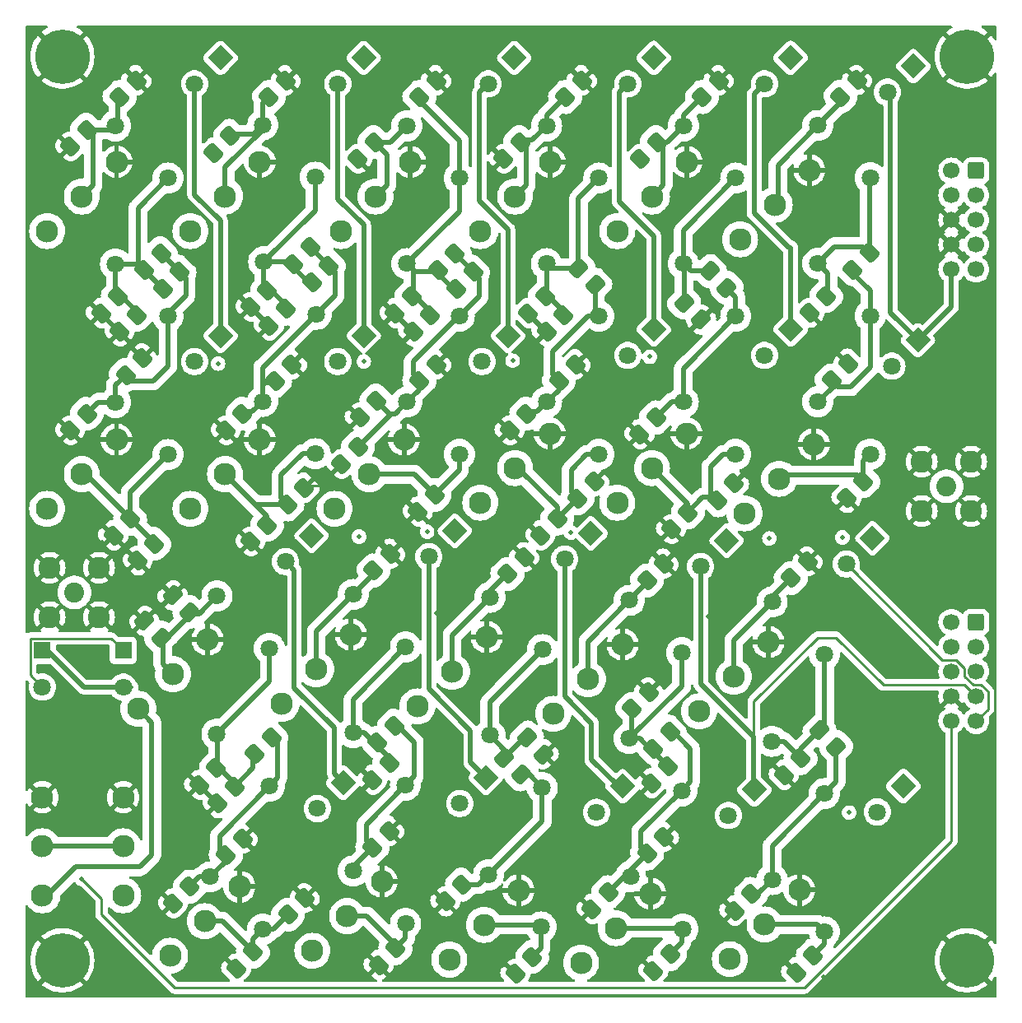
<source format=gbr>
%TF.GenerationSoftware,KiCad,Pcbnew,8.0.3*%
%TF.CreationDate,2024-07-11T18:12:52-04:00*%
%TF.ProjectId,K9HZ_100W_11band_LPF-Filter,4b39485a-5f31-4303-9057-5f313162616e,rev?*%
%TF.SameCoordinates,Original*%
%TF.FileFunction,Copper,L4,Bot*%
%TF.FilePolarity,Positive*%
%FSLAX46Y46*%
G04 Gerber Fmt 4.6, Leading zero omitted, Abs format (unit mm)*
G04 Created by KiCad (PCBNEW 8.0.3) date 2024-07-11 18:12:52*
%MOMM*%
%LPD*%
G01*
G04 APERTURE LIST*
G04 Aperture macros list*
%AMRoundRect*
0 Rectangle with rounded corners*
0 $1 Rounding radius*
0 $2 $3 $4 $5 $6 $7 $8 $9 X,Y pos of 4 corners*
0 Add a 4 corners polygon primitive as box body*
4,1,4,$2,$3,$4,$5,$6,$7,$8,$9,$2,$3,0*
0 Add four circle primitives for the rounded corners*
1,1,$1+$1,$2,$3*
1,1,$1+$1,$4,$5*
1,1,$1+$1,$6,$7*
1,1,$1+$1,$8,$9*
0 Add four rect primitives between the rounded corners*
20,1,$1+$1,$2,$3,$4,$5,0*
20,1,$1+$1,$4,$5,$6,$7,0*
20,1,$1+$1,$6,$7,$8,$9,0*
20,1,$1+$1,$8,$9,$2,$3,0*%
%AMRotRect*
0 Rectangle, with rotation*
0 The origin of the aperture is its center*
0 $1 length*
0 $2 width*
0 $3 Rotation angle, in degrees counterclockwise*
0 Add horizontal line*
21,1,$1,$2,0,0,$3*%
G04 Aperture macros list end*
%TA.AperFunction,ComponentPad*%
%ADD10C,5.600000*%
%TD*%
%TA.AperFunction,SMDPad,CuDef*%
%ADD11RoundRect,0.336956X0.088388X-0.707876X0.707876X-0.088388X-0.088388X0.707876X-0.707876X0.088388X0*%
%TD*%
%TA.AperFunction,SMDPad,CuDef*%
%ADD12RoundRect,0.336956X-0.088388X0.707876X-0.707876X0.088388X0.088388X-0.707876X0.707876X-0.088388X0*%
%TD*%
%TA.AperFunction,SMDPad,CuDef*%
%ADD13RoundRect,0.336956X0.707876X0.088388X0.088388X0.707876X-0.707876X-0.088388X-0.088388X-0.707876X0*%
%TD*%
%TA.AperFunction,SMDPad,CuDef*%
%ADD14RoundRect,0.336956X-0.707876X-0.088388X-0.088388X-0.707876X0.707876X0.088388X0.088388X0.707876X0*%
%TD*%
%TA.AperFunction,ComponentPad*%
%ADD15C,1.800000*%
%TD*%
%TA.AperFunction,ComponentPad*%
%ADD16C,2.050000*%
%TD*%
%TA.AperFunction,ComponentPad*%
%ADD17C,2.250000*%
%TD*%
%TA.AperFunction,ComponentPad*%
%ADD18C,2.300000*%
%TD*%
%TA.AperFunction,ComponentPad*%
%ADD19R,1.800000X1.800000*%
%TD*%
%TA.AperFunction,ComponentPad*%
%ADD20RotRect,1.800000X1.800000X135.000000*%
%TD*%
%TA.AperFunction,ComponentPad*%
%ADD21RoundRect,0.250000X0.600000X0.600000X-0.600000X0.600000X-0.600000X-0.600000X0.600000X-0.600000X0*%
%TD*%
%TA.AperFunction,ComponentPad*%
%ADD22C,1.700000*%
%TD*%
%TA.AperFunction,ViaPad*%
%ADD23C,0.500000*%
%TD*%
%TA.AperFunction,Conductor*%
%ADD24C,0.500000*%
%TD*%
%TA.AperFunction,Conductor*%
%ADD25C,0.525000*%
%TD*%
%TA.AperFunction,Conductor*%
%ADD26C,0.250000*%
%TD*%
G04 APERTURE END LIST*
D10*
%TO.P,H4,1,1*%
%TO.N,GND*%
X265200000Y-45800000D03*
%TD*%
%TO.P,H3,1,1*%
%TO.N,GND*%
X172200000Y-45800000D03*
%TD*%
%TO.P,H2,1,1*%
%TO.N,GND*%
X265200000Y-138800000D03*
%TD*%
%TO.P,H1,1,1*%
%TO.N,GND*%
X172200000Y-138800000D03*
%TD*%
D11*
%TO.P,C73,1*%
%TO.N,GND*%
X190067588Y-139632412D03*
%TO.P,C73,2*%
%TO.N,/RF30*%
X191800000Y-137900000D03*
%TD*%
%TO.P,C55,1*%
%TO.N,GND*%
X234776341Y-94438129D03*
%TO.P,C55,2*%
%TO.N,/RF22*%
X236508753Y-92705717D03*
%TD*%
%TO.P,C46,1*%
%TO.N,GND*%
X221344703Y-95073129D03*
%TO.P,C46,2*%
%TO.N,/RF18*%
X223077115Y-93340717D03*
%TD*%
%TO.P,C10,1*%
%TO.N,GND*%
X177441794Y-95073129D03*
%TO.P,C10,2*%
%TO.N,/RF5*%
X179174206Y-93340717D03*
%TD*%
%TO.P,C22,1*%
%TO.N,GND*%
X191530976Y-95708129D03*
%TO.P,C22,2*%
%TO.N,/RF10*%
X193263388Y-93975717D03*
%TD*%
%TO.P,C103,1*%
%TO.N,GND*%
X247633703Y-140031129D03*
%TO.P,C103,2*%
%TO.N,/RF46*%
X249366115Y-138298717D03*
%TD*%
%TO.P,C96,1*%
%TO.N,GND*%
X232959048Y-139864835D03*
%TO.P,C96,2*%
%TO.N,/RF42*%
X234691460Y-138132423D03*
%TD*%
%TO.P,C87,1*%
%TO.N,GND*%
X218774341Y-140170440D03*
%TO.P,C87,2*%
%TO.N,/RF38*%
X220506753Y-138438028D03*
%TD*%
%TO.P,C80,1*%
%TO.N,GND*%
X204707703Y-139269129D03*
%TO.P,C80,2*%
%TO.N,/RF34*%
X206440115Y-137536717D03*
%TD*%
%TO.P,C62,1*%
%TO.N,GND*%
X252810341Y-91231856D03*
%TO.P,C62,2*%
%TO.N,/RF26*%
X254542753Y-89499444D03*
%TD*%
D12*
%TO.P,C54,1*%
%TO.N,GND*%
X241266206Y-89733794D03*
%TO.P,C54,2*%
%TO.N,/RF22*%
X239533794Y-91466206D03*
%TD*%
%TO.P,C45,1*%
%TO.N,GND*%
X226887115Y-89530717D03*
%TO.P,C45,2*%
%TO.N,/RF18*%
X225154703Y-91263129D03*
%TD*%
D11*
%TO.P,C34,1*%
%TO.N,GND*%
X208733794Y-92632412D03*
%TO.P,C34,2*%
%TO.N,/RF14*%
X210466206Y-90900000D03*
%TD*%
D12*
%TO.P,C21,1*%
%TO.N,GND*%
X197073388Y-90165717D03*
%TO.P,C21,2*%
%TO.N,/RF10*%
X195340976Y-91898129D03*
%TD*%
D11*
%TO.P,C9,1*%
%TO.N,GND*%
X179933794Y-97666206D03*
%TO.P,C9,2*%
%TO.N,/RF5*%
X181666206Y-95933794D03*
%TD*%
D12*
%TO.P,C72,1*%
%TO.N,GND*%
X197132412Y-132367588D03*
%TO.P,C72,2*%
%TO.N,/RF30*%
X195400000Y-134100000D03*
%TD*%
D11*
%TO.P,C33,1*%
%TO.N,GND*%
X200867588Y-87732412D03*
%TO.P,C33,2*%
%TO.N,/RF13*%
X202600000Y-86000000D03*
%TD*%
D12*
%TO.P,C44,1*%
%TO.N,GND*%
X224982115Y-77465717D03*
%TO.P,C44,2*%
%TO.N,/RF17*%
X223249703Y-79198129D03*
%TD*%
D11*
%TO.P,C32,1*%
%TO.N,GND*%
X202767588Y-82932412D03*
%TO.P,C32,2*%
%TO.N,/RF13*%
X204500000Y-81200000D03*
%TD*%
%TO.P,C20,1*%
%TO.N,GND*%
X188990976Y-84278129D03*
%TO.P,C20,2*%
%TO.N,/RF9*%
X190723388Y-82545717D03*
%TD*%
%TO.P,C95,1*%
%TO.N,GND*%
X226609048Y-133514835D03*
%TO.P,C95,2*%
%TO.N,/RF41*%
X228341460Y-131782423D03*
%TD*%
D12*
%TO.P,C8,1*%
%TO.N,GND*%
X180444206Y-76830717D03*
%TO.P,C8,2*%
%TO.N,/RF4*%
X178711794Y-78563129D03*
%TD*%
%TO.P,C71,1*%
%TO.N,GND*%
X190732412Y-126267588D03*
%TO.P,C71,2*%
%TO.N,/RF29*%
X189000000Y-128000000D03*
%TD*%
D11*
%TO.P,C102,1*%
%TO.N,GND*%
X241283703Y-133681129D03*
%TO.P,C102,2*%
%TO.N,/RF45*%
X243016115Y-131948717D03*
%TD*%
%TO.P,C86,1*%
%TO.N,GND*%
X211567588Y-132732412D03*
%TO.P,C86,2*%
%TO.N,/RF37*%
X213300000Y-131000000D03*
%TD*%
D12*
%TO.P,C79,1*%
%TO.N,GND*%
X205805115Y-125471717D03*
%TO.P,C79,2*%
%TO.N,/RF33*%
X204072703Y-127204129D03*
%TD*%
%TO.P,C61,1*%
%TO.N,GND*%
X253000000Y-77400000D03*
%TO.P,C61,2*%
%TO.N,/RF25*%
X251267588Y-79132412D03*
%TD*%
D11*
%TO.P,C53,1*%
%TO.N,GND*%
X231533794Y-84666206D03*
%TO.P,C53,2*%
%TO.N,/RF21*%
X233266206Y-82933794D03*
%TD*%
%TO.P,C7,1*%
%TO.N,GND*%
X172996794Y-84278129D03*
%TO.P,C7,2*%
%TO.N,/RF4*%
X174729206Y-82545717D03*
%TD*%
D12*
%TO.P,C19,1*%
%TO.N,GND*%
X195803388Y-77465717D03*
%TO.P,C19,2*%
%TO.N,/RF9*%
X194070976Y-79198129D03*
%TD*%
%TO.P,C31,1*%
%TO.N,GND*%
X210631115Y-77465717D03*
%TO.P,C31,2*%
%TO.N,/RF13*%
X208898703Y-79198129D03*
%TD*%
D11*
%TO.P,C70,1*%
%TO.N,GND*%
X183567588Y-132932412D03*
%TO.P,C70,2*%
%TO.N,/RF29*%
X185300000Y-131200000D03*
%TD*%
%TO.P,C43,1*%
%TO.N,GND*%
X218169703Y-84278129D03*
%TO.P,C43,2*%
%TO.N,/RF17*%
X219902115Y-82545717D03*
%TD*%
D12*
%TO.P,C94,1*%
%TO.N,GND*%
X234056460Y-126067423D03*
%TO.P,C94,2*%
%TO.N,/RF41*%
X232324048Y-127799835D03*
%TD*%
%TO.P,C74,1*%
%TO.N,/RF29*%
X193709753Y-115832028D03*
%TO.P,C74,2*%
%TO.N,/RF28*%
X191977341Y-117564440D03*
%TD*%
D13*
%TO.P,C104,1*%
%TO.N,/RF45*%
X251766206Y-116866206D03*
%TO.P,C104,2*%
%TO.N,/RF44*%
X250033794Y-115133794D03*
%TD*%
D12*
%TO.P,C97,1*%
%TO.N,/RF41*%
X234691460Y-115272423D03*
%TO.P,C97,2*%
%TO.N,/RF40*%
X232959048Y-117004835D03*
%TD*%
D13*
%TO.P,C56,1*%
%TO.N,/RF21*%
X240500000Y-69600000D03*
%TO.P,C56,2*%
%TO.N,/RF20*%
X238767588Y-67867588D03*
%TD*%
D12*
%TO.P,C36,1*%
%TO.N,/RF13*%
X214441115Y-67940717D03*
%TO.P,C36,2*%
%TO.N,/RF12*%
X212708703Y-69673129D03*
%TD*%
%TO.P,C35,1*%
%TO.N,/RF13*%
X212536115Y-66035717D03*
%TO.P,C35,2*%
%TO.N,/RF12*%
X210803703Y-67768129D03*
%TD*%
%TO.P,C81,1*%
%TO.N,/RF33*%
X206343477Y-114664406D03*
%TO.P,C81,2*%
%TO.N,/RF32*%
X204611065Y-116396818D03*
%TD*%
D11*
%TO.P,C63,1*%
%TO.N,/RF25*%
X253445341Y-67736856D03*
%TO.P,C63,2*%
%TO.N,/RF24*%
X255177753Y-66004444D03*
%TD*%
D13*
%TO.P,C88,1*%
%TO.N,/RF37*%
X219366206Y-119666206D03*
%TO.P,C88,2*%
%TO.N,/RF36*%
X217633794Y-117933794D03*
%TD*%
D12*
%TO.P,C24,1*%
%TO.N,/RF9*%
X199613388Y-67305717D03*
%TO.P,C24,2*%
%TO.N,/RF8*%
X197880976Y-69038129D03*
%TD*%
%TO.P,C23,1*%
%TO.N,/RF9*%
X197708388Y-65400717D03*
%TO.P,C23,2*%
%TO.N,/RF8*%
X195975976Y-67133129D03*
%TD*%
%TO.P,C12,1*%
%TO.N,/RF4*%
X184254206Y-67940717D03*
%TO.P,C12,2*%
%TO.N,/RF3*%
X182521794Y-69673129D03*
%TD*%
%TO.P,C11,1*%
%TO.N,/RF4*%
X182349206Y-66035717D03*
%TO.P,C11,2*%
%TO.N,/RF3*%
X180616794Y-67768129D03*
%TD*%
D13*
%TO.P,C47,1*%
%TO.N,/RF17*%
X227000000Y-69300000D03*
%TO.P,C47,2*%
%TO.N,/RF16*%
X225267588Y-67567588D03*
%TD*%
D11*
%TO.P,C30,1*%
%TO.N,GND*%
X208263703Y-74118129D03*
%TO.P,C30,2*%
%TO.N,/RF12*%
X209996115Y-72385717D03*
%TD*%
%TO.P,C18,1*%
%TO.N,GND*%
X193435976Y-73483129D03*
%TO.P,C18,2*%
%TO.N,/RF8*%
X195168388Y-71750717D03*
%TD*%
%TO.P,C6,1*%
%TO.N,GND*%
X178076794Y-74118129D03*
%TO.P,C6,2*%
%TO.N,/RF3*%
X179809206Y-72385717D03*
%TD*%
%TO.P,C42,1*%
%TO.N,GND*%
X220074703Y-72213129D03*
%TO.P,C42,2*%
%TO.N,/RF16*%
X221807115Y-70480717D03*
%TD*%
%TO.P,C93,1*%
%TO.N,GND*%
X232733794Y-120566206D03*
%TO.P,C93,2*%
%TO.N,/RF40*%
X234466206Y-118833794D03*
%TD*%
%TO.P,C69,1*%
%TO.N,GND*%
X188167341Y-122644440D03*
%TO.P,C69,2*%
%TO.N,/RF28*%
X189899753Y-120912028D03*
%TD*%
%TO.P,C101,1*%
%TO.N,GND*%
X246363703Y-119711129D03*
%TO.P,C101,2*%
%TO.N,/RF44*%
X248096115Y-117978717D03*
%TD*%
D13*
%TO.P,C85,1*%
%TO.N,GND*%
X221700000Y-117600000D03*
%TO.P,C85,2*%
%TO.N,/RF36*%
X219967588Y-115867588D03*
%TD*%
D11*
%TO.P,C78,1*%
%TO.N,GND*%
X204072703Y-120219129D03*
%TO.P,C78,2*%
%TO.N,/RF32*%
X205805115Y-118486717D03*
%TD*%
%TO.P,C60,1*%
%TO.N,GND*%
X249000341Y-72181856D03*
%TO.P,C60,2*%
%TO.N,/RF24*%
X250732753Y-70449444D03*
%TD*%
D13*
%TO.P,C52,1*%
%TO.N,GND*%
X237866206Y-72866206D03*
%TO.P,C52,2*%
%TO.N,/RF20*%
X236133794Y-71133794D03*
%TD*%
D11*
%TO.P,C17,1*%
%TO.N,GND*%
X191530976Y-71578129D03*
%TO.P,C17,2*%
%TO.N,/RF8*%
X193263388Y-69845717D03*
%TD*%
%TO.P,C5,1*%
%TO.N,GND*%
X176171794Y-72213129D03*
%TO.P,C5,2*%
%TO.N,/RF3*%
X177904206Y-70480717D03*
%TD*%
%TO.P,C29,1*%
%TO.N,GND*%
X206358703Y-72213129D03*
%TO.P,C29,2*%
%TO.N,/RF12*%
X208091115Y-70480717D03*
%TD*%
%TO.P,C41,1*%
%TO.N,GND*%
X221979703Y-74118129D03*
%TO.P,C41,2*%
%TO.N,/RF16*%
X223712115Y-72385717D03*
%TD*%
%TO.P,C68,1*%
%TO.N,GND*%
X186262341Y-120739440D03*
%TO.P,C68,2*%
%TO.N,/RF28*%
X187994753Y-119007028D03*
%TD*%
D12*
%TO.P,C92,1*%
%TO.N,GND*%
X232500000Y-111200000D03*
%TO.P,C92,2*%
%TO.N,/RF40*%
X230767588Y-112932412D03*
%TD*%
%TO.P,C28,1*%
%TO.N,GND*%
X210631115Y-48255717D03*
%TO.P,C28,2*%
%TO.N,/RF12*%
X208898703Y-49988129D03*
%TD*%
%TO.P,C100,1*%
%TO.N,GND*%
X248821006Y-97736594D03*
%TO.P,C100,2*%
%TO.N,/RF43*%
X247088594Y-99469006D03*
%TD*%
%TO.P,C91,1*%
%TO.N,GND*%
X234038206Y-97965194D03*
%TO.P,C91,2*%
%TO.N,/RF39*%
X232305794Y-99697606D03*
%TD*%
%TO.P,C84,1*%
%TO.N,GND*%
X219687206Y-97304794D03*
%TO.P,C84,2*%
%TO.N,/RF35*%
X217954794Y-99037206D03*
%TD*%
%TO.P,C77,1*%
%TO.N,GND*%
X205920406Y-96949194D03*
%TO.P,C77,2*%
%TO.N,/RF31*%
X204187994Y-98681606D03*
%TD*%
D14*
%TO.P,C67,1*%
%TO.N,GND*%
X180616794Y-103857994D03*
%TO.P,C67,2*%
%TO.N,/RF27*%
X182349206Y-105590406D03*
%TD*%
D12*
%TO.P,C59,1*%
%TO.N,GND*%
X253907753Y-48224444D03*
%TO.P,C59,2*%
%TO.N,/RF23*%
X252175341Y-49956856D03*
%TD*%
D11*
%TO.P,C51,1*%
%TO.N,GND*%
X231601341Y-56338129D03*
%TO.P,C51,2*%
%TO.N,/RF19*%
X233333753Y-54605717D03*
%TD*%
%TO.P,C40,1*%
%TO.N,GND*%
X217534703Y-56338129D03*
%TO.P,C40,2*%
%TO.N,/RF15*%
X219267115Y-54605717D03*
%TD*%
%TO.P,C27,1*%
%TO.N,GND*%
X202548703Y-56338129D03*
%TO.P,C27,2*%
%TO.N,/RF11*%
X204281115Y-54605717D03*
%TD*%
%TO.P,C16,1*%
%TO.N,GND*%
X187720976Y-55703129D03*
%TO.P,C16,2*%
%TO.N,/RF7*%
X189453388Y-53970717D03*
%TD*%
%TO.P,C4,1*%
%TO.N,GND*%
X172996794Y-55068129D03*
%TO.P,C4,2*%
%TO.N,/RF2*%
X174729206Y-53335717D03*
%TD*%
D12*
%TO.P,C3,1*%
%TO.N,GND*%
X179809206Y-48255717D03*
%TO.P,C3,2*%
%TO.N,/RF2*%
X178076794Y-49988129D03*
%TD*%
%TO.P,C50,1*%
%TO.N,GND*%
X239683753Y-48255717D03*
%TO.P,C50,2*%
%TO.N,/RF19*%
X237951341Y-49988129D03*
%TD*%
%TO.P,C15,1*%
%TO.N,GND*%
X195168388Y-48255717D03*
%TO.P,C15,2*%
%TO.N,/RF7*%
X193435976Y-49988129D03*
%TD*%
%TO.P,C39,1*%
%TO.N,GND*%
X225617115Y-48255717D03*
%TO.P,C39,2*%
%TO.N,/RF15*%
X223884703Y-49988129D03*
%TD*%
D14*
%TO.P,C66,1*%
%TO.N,GND*%
X183537794Y-101241794D03*
%TO.P,C66,2*%
%TO.N,/RF27*%
X185270206Y-102974206D03*
%TD*%
D15*
%TO.P,L21,1,1*%
%TO.N,/RF29*%
X187405923Y-130205923D03*
%TO.P,L21,2,2*%
%TO.N,/RF30*%
X192794077Y-135594077D03*
%TD*%
%TO.P,L23,1,1*%
%TO.N,/RF32*%
X202090755Y-115361769D03*
%TO.P,L23,2,2*%
%TO.N,/RF33*%
X207478909Y-120749923D03*
%TD*%
%TO.P,L33,1,1*%
%TO.N,/RF45*%
X245170832Y-130474769D03*
%TO.P,L33,2,2*%
%TO.N,/RF46*%
X250558986Y-135862923D03*
%TD*%
%TO.P,L29,1,1*%
%TO.N,/RF40*%
X230496177Y-115957475D03*
%TO.P,L29,2,2*%
%TO.N,/RF41*%
X235884331Y-121345629D03*
%TD*%
%TO.P,L12,1,1*%
%TO.N,/RF17*%
X221983986Y-81352846D03*
%TO.P,L12,2,2*%
%TO.N,/RF18*%
X227372140Y-86741000D03*
%TD*%
%TO.P,L9,1,1*%
%TO.N,/RF13*%
X207632986Y-81352846D03*
%TO.P,L9,2,2*%
%TO.N,/RF14*%
X213021140Y-86741000D03*
%TD*%
D16*
%TO.P,J1,1,In*%
%TO.N,/RF6*%
X173442909Y-100937923D03*
D17*
%TO.P,J1,2,Ext*%
%TO.N,GND*%
X170902909Y-98397923D03*
X170902909Y-103477923D03*
X175982909Y-98397923D03*
X175982909Y-103477923D03*
%TD*%
D15*
%TO.P,L3,1,1*%
%TO.N,/RF4*%
X177673000Y-81379923D03*
%TO.P,L3,2,2*%
%TO.N,/RF5*%
X183061154Y-86768077D03*
%TD*%
%TO.P,L8,1,1*%
%TO.N,/RF12*%
X207620909Y-67128846D03*
%TO.P,L8,2,2*%
%TO.N,/RF13*%
X213009063Y-72517000D03*
%TD*%
%TO.P,L4,1,1*%
%TO.N,/RF7*%
X192805259Y-52832000D03*
%TO.P,L4,2,2*%
%TO.N,/RF8*%
X198193413Y-58220154D03*
%TD*%
D16*
%TO.P,J2,1,In*%
%TO.N,/RF1*%
X263104909Y-90015923D03*
D17*
%TO.P,J2,2,Ext*%
%TO.N,GND*%
X260564909Y-87475923D03*
X260564909Y-92555923D03*
X265644909Y-87475923D03*
X265644909Y-92555923D03*
%TD*%
D15*
%TO.P,L13,1,1*%
%TO.N,/RF19*%
X236050624Y-52931923D03*
%TO.P,L13,2,2*%
%TO.N,/RF20*%
X241438778Y-58320077D03*
%TD*%
%TO.P,L1,1,1*%
%TO.N,/RF2*%
X177673000Y-52931923D03*
%TO.P,L1,2,2*%
%TO.N,/RF3*%
X183061154Y-58320077D03*
%TD*%
D18*
%TO.P,K24,11*%
%TO.N,/RF47*%
X178460400Y-127050800D03*
%TO.P,K24,12*%
%TO.N,GND*%
X178460400Y-122010800D03*
%TO.P,K24,14*%
%TO.N,/RF6*%
X178460400Y-132090800D03*
D19*
%TO.P,K24,A1*%
%TO.N,/BNF*%
X178460400Y-106890800D03*
D15*
%TO.P,K24,A2*%
%TO.N,+12V*%
X178460400Y-110670800D03*
%TD*%
%TO.P,L14,1,1*%
%TO.N,/RF20*%
X236050624Y-67128846D03*
%TO.P,L14,2,2*%
%TO.N,/RF21*%
X241438778Y-72517000D03*
%TD*%
%TO.P,L7,1,1*%
%TO.N,/RF11*%
X207632986Y-52931923D03*
%TO.P,L7,2,2*%
%TO.N,/RF12*%
X213021140Y-58320077D03*
%TD*%
%TO.P,L28,1,1*%
%TO.N,/RF39*%
X230496177Y-101760552D03*
%TO.P,L28,2,2*%
%TO.N,/RF40*%
X235884331Y-107148706D03*
%TD*%
%TO.P,L5,1,1*%
%TO.N,/RF8*%
X192920182Y-66929000D03*
%TO.P,L5,2,2*%
%TO.N,/RF9*%
X198308336Y-72317154D03*
%TD*%
%TO.P,L22,1,1*%
%TO.N,/RF31*%
X202102832Y-101164846D03*
%TO.P,L22,2,2*%
%TO.N,/RF32*%
X207490986Y-106553000D03*
%TD*%
%TO.P,L32,1,1*%
%TO.N,/RF44*%
X245158755Y-116250769D03*
%TO.P,L32,2,2*%
%TO.N,/RF45*%
X250546909Y-121638923D03*
%TD*%
%TO.P,L19,1,1*%
%TO.N,/RF27*%
X188102470Y-101304157D03*
%TO.P,L19,2,2*%
%TO.N,/RF28*%
X193490624Y-106692311D03*
%TD*%
%TO.P,L2,1,1*%
%TO.N,/RF3*%
X177673000Y-67148000D03*
%TO.P,L2,2,2*%
%TO.N,/RF4*%
X183061154Y-72536154D03*
%TD*%
%TO.P,L30,1,1*%
%TO.N,/RF41*%
X230611846Y-130181475D03*
%TO.P,L30,2,2*%
%TO.N,/RF42*%
X236000000Y-135569629D03*
%TD*%
%TO.P,L16,1,1*%
%TO.N,/RF23*%
X249866547Y-52900650D03*
%TO.P,L16,2,2*%
%TO.N,/RF24*%
X255254701Y-58288804D03*
%TD*%
%TO.P,L18,1,1*%
%TO.N,/RF25*%
X249866547Y-81321573D03*
%TO.P,L18,2,2*%
%TO.N,/RF26*%
X255254701Y-86709727D03*
%TD*%
%TO.P,L10,1,1*%
%TO.N,/RF15*%
X221983986Y-52931923D03*
%TO.P,L10,2,2*%
%TO.N,/RF16*%
X227372140Y-58320077D03*
%TD*%
%TO.P,L27,1,1*%
%TO.N,/RF37*%
X216030393Y-129979080D03*
%TO.P,L27,2,2*%
%TO.N,/RF38*%
X221418547Y-135367234D03*
%TD*%
%TO.P,L25,1,1*%
%TO.N,/RF35*%
X216169470Y-101431157D03*
%TO.P,L25,2,2*%
%TO.N,/RF36*%
X221557624Y-106819311D03*
%TD*%
%TO.P,L11,1,1*%
%TO.N,/RF16*%
X221971909Y-67128846D03*
%TO.P,L11,2,2*%
%TO.N,/RF17*%
X227360063Y-72517000D03*
%TD*%
%TO.P,L20,1,1*%
%TO.N,/RF28*%
X188102470Y-115501080D03*
%TO.P,L20,2,2*%
%TO.N,/RF29*%
X193490624Y-120889234D03*
%TD*%
%TO.P,L6,1,1*%
%TO.N,/RF9*%
X192805259Y-81280000D03*
%TO.P,L6,2,2*%
%TO.N,/RF10*%
X198193413Y-86668154D03*
%TD*%
%TO.P,L17,1,1*%
%TO.N,/RF24*%
X249866547Y-67097573D03*
%TO.P,L17,2,2*%
%TO.N,/RF25*%
X255254701Y-72485727D03*
%TD*%
%TO.P,L15,1,1*%
%TO.N,/RF21*%
X236038547Y-81352846D03*
%TO.P,L15,2,2*%
%TO.N,/RF22*%
X241426701Y-86741000D03*
%TD*%
%TO.P,L24,1,1*%
%TO.N,/RF33*%
X202105923Y-129605923D03*
%TO.P,L24,2,2*%
%TO.N,/RF34*%
X207494077Y-134994077D03*
%TD*%
%TO.P,L31,1,1*%
%TO.N,/RF43*%
X245170832Y-101926846D03*
%TO.P,L31,2,2*%
%TO.N,/RF44*%
X250558986Y-107315000D03*
%TD*%
%TO.P,L26,1,1*%
%TO.N,/RF36*%
X216157393Y-115628080D03*
%TO.P,L26,2,2*%
%TO.N,/RF37*%
X221545547Y-121016234D03*
%TD*%
D18*
%TO.P,K18,11*%
%TO.N,/RF38*%
X215545274Y-135144507D03*
%TO.P,K18,12*%
%TO.N,GND*%
X219109092Y-131580689D03*
%TO.P,K18,14*%
%TO.N,/RF6*%
X211981456Y-138708325D03*
D20*
%TO.P,K18,A1*%
%TO.N,/B12M*%
X229800547Y-120889234D03*
D15*
%TO.P,K18,A2*%
%TO.N,+12V*%
X227127683Y-123562098D03*
%TD*%
D18*
%TO.P,K16,11*%
%TO.N,/RF34*%
X201478636Y-134243196D03*
%TO.P,K16,12*%
%TO.N,GND*%
X205042454Y-130679378D03*
%TO.P,K16,14*%
%TO.N,/RF6*%
X197914818Y-137807014D03*
D20*
%TO.P,K16,A1*%
%TO.N,/B15M*%
X215733909Y-119987923D03*
D15*
%TO.P,K16,A2*%
%TO.N,+12V*%
X213061045Y-122660787D03*
%TD*%
D18*
%TO.P,K20,11*%
%TO.N,/RF42*%
X229094981Y-135473902D03*
%TO.P,K20,12*%
%TO.N,GND*%
X232658799Y-131910084D03*
%TO.P,K20,14*%
%TO.N,/RF6*%
X225531163Y-139037720D03*
D20*
%TO.P,K20,A1*%
%TO.N,/B10M*%
X243350254Y-121218629D03*
D15*
%TO.P,K20,A2*%
%TO.N,+12V*%
X240677390Y-123891493D03*
%TD*%
D18*
%TO.P,K9,11*%
%TO.N,/RF19*%
X232817274Y-60202196D03*
%TO.P,K9,12*%
%TO.N,GND*%
X236381092Y-56638378D03*
%TO.P,K9,14*%
%TO.N,/RF1*%
X229253456Y-63766014D03*
D20*
%TO.P,K9,A1*%
%TO.N,+12V*%
X247072547Y-45946923D03*
D15*
%TO.P,K9,A2*%
%TO.N,/B30M*%
X244399683Y-48619787D03*
%TD*%
D18*
%TO.P,K1,11*%
%TO.N,/RF2*%
X174212727Y-60202196D03*
%TO.P,K1,12*%
%TO.N,GND*%
X177776545Y-56638378D03*
%TO.P,K1,14*%
%TO.N,/RF1*%
X170648909Y-63766014D03*
D20*
%TO.P,K1,A1*%
%TO.N,+12V*%
X188468000Y-45946923D03*
D15*
%TO.P,K1,A2*%
%TO.N,/B160M*%
X185795136Y-48619787D03*
%TD*%
D18*
%TO.P,K12,11*%
%TO.N,/RF26*%
X245904138Y-89248059D03*
%TO.P,K12,12*%
%TO.N,GND*%
X249467956Y-85684241D03*
%TO.P,K12,14*%
%TO.N,/RF6*%
X242340320Y-92811877D03*
D20*
%TO.P,K12,A1*%
%TO.N,/B20M*%
X260159411Y-74992786D03*
D15*
%TO.P,K12,A2*%
%TO.N,+12V*%
X257486547Y-77665650D03*
%TD*%
D21*
%TO.P,J4,1,Pin_1*%
%TO.N,/B17M*%
X266152909Y-103985923D03*
D22*
%TO.P,J4,2,Pin_2*%
%TO.N,+12V*%
X263612909Y-103985923D03*
%TO.P,J4,3,Pin_3*%
%TO.N,/B15M*%
X266152909Y-106525923D03*
%TO.P,J4,4,Pin_4*%
%TO.N,+12V*%
X263612909Y-106525923D03*
%TO.P,J4,5,Pin_5*%
%TO.N,/B12M*%
X266152909Y-109065923D03*
%TO.P,J4,6,Pin_6*%
%TO.N,GND*%
X263612909Y-109065923D03*
%TO.P,J4,7,Pin_7*%
%TO.N,/B10M*%
X266152909Y-111605923D03*
%TO.P,J4,8,Pin_8*%
%TO.N,GND*%
X263612909Y-111605923D03*
%TO.P,J4,9,Pin_9*%
%TO.N,/B6M*%
X266152909Y-114145923D03*
%TO.P,J4,10,Pin_10*%
%TO.N,/BNF*%
X263612909Y-114145923D03*
%TD*%
D18*
%TO.P,K8,11*%
%TO.N,/RF18*%
X218750636Y-88142196D03*
%TO.P,K8,12*%
%TO.N,GND*%
X222314454Y-84578378D03*
%TO.P,K8,14*%
%TO.N,/RF6*%
X215186818Y-91706014D03*
D20*
%TO.P,K8,A1*%
%TO.N,/B40M*%
X233005909Y-73886923D03*
D15*
%TO.P,K8,A2*%
%TO.N,+12V*%
X230333045Y-76559787D03*
%TD*%
D18*
%TO.P,K22,11*%
%TO.N,/RF46*%
X244404636Y-135108741D03*
%TO.P,K22,12*%
%TO.N,GND*%
X247968454Y-131544923D03*
%TO.P,K22,14*%
%TO.N,/RF6*%
X240840818Y-138672559D03*
D20*
%TO.P,K22,A1*%
%TO.N,/B6M*%
X258659909Y-120853468D03*
D15*
%TO.P,K22,A2*%
%TO.N,+12V*%
X255987045Y-123526332D03*
%TD*%
D18*
%TO.P,K2,11*%
%TO.N,/RF5*%
X174212727Y-88777196D03*
%TO.P,K2,12*%
%TO.N,GND*%
X177776545Y-85213378D03*
%TO.P,K2,14*%
%TO.N,/RF6*%
X170648909Y-92341014D03*
D20*
%TO.P,K2,A1*%
%TO.N,/B160M*%
X188468000Y-74521923D03*
D15*
%TO.P,K2,A2*%
%TO.N,+12V*%
X185795136Y-77194787D03*
%TD*%
D21*
%TO.P,J3,1,Pin_1*%
%TO.N,/B160M*%
X266152909Y-57560000D03*
D22*
%TO.P,J3,2,Pin_2*%
%TO.N,+12V*%
X263612909Y-57560000D03*
%TO.P,J3,3,Pin_3*%
%TO.N,/B80M*%
X266152909Y-60100000D03*
%TO.P,J3,4,Pin_4*%
%TO.N,+12V*%
X263612909Y-60100000D03*
%TO.P,J3,5,Pin_5*%
%TO.N,/B60M*%
X266152909Y-62640000D03*
%TO.P,J3,6,Pin_6*%
%TO.N,GND*%
X263612909Y-62640000D03*
%TO.P,J3,7,Pin_7*%
%TO.N,/B40M*%
X266152909Y-65180000D03*
%TO.P,J3,8,Pin_8*%
%TO.N,GND*%
X263612909Y-65180000D03*
%TO.P,J3,9,Pin_9*%
%TO.N,/B30M*%
X266152909Y-67720000D03*
%TO.P,J3,10,Pin_10*%
%TO.N,/B20M*%
X263612909Y-67720000D03*
%TD*%
D18*
%TO.P,K17,11*%
%TO.N,/RF35*%
X212273636Y-109097196D03*
%TO.P,K17,12*%
%TO.N,GND*%
X215837454Y-105533378D03*
%TO.P,K17,14*%
%TO.N,/RF1*%
X208709818Y-112661014D03*
D20*
%TO.P,K17,A1*%
%TO.N,+12V*%
X226528909Y-94841923D03*
D15*
%TO.P,K17,A2*%
%TO.N,/B12M*%
X223856045Y-97514787D03*
%TD*%
D18*
%TO.P,K6,11*%
%TO.N,/RF14*%
X203764636Y-88777196D03*
%TO.P,K6,12*%
%TO.N,GND*%
X207328454Y-85213378D03*
%TO.P,K6,14*%
%TO.N,/RF6*%
X200200818Y-92341014D03*
D20*
%TO.P,K6,A1*%
%TO.N,/B60M*%
X218019909Y-74521923D03*
D15*
%TO.P,K6,A2*%
%TO.N,+12V*%
X215347045Y-77194787D03*
%TD*%
D18*
%TO.P,K23,11*%
%TO.N,/RF47*%
X170154600Y-127050800D03*
%TO.P,K23,12*%
%TO.N,GND*%
X170154600Y-122010800D03*
%TO.P,K23,14*%
%TO.N,/RF1*%
X170154600Y-132090800D03*
D19*
%TO.P,K23,A1*%
%TO.N,+12V*%
X170154600Y-106890800D03*
D15*
%TO.P,K23,A2*%
%TO.N,/BNF*%
X170154600Y-110670800D03*
%TD*%
D18*
%TO.P,K19,11*%
%TO.N,/RF39*%
X226243636Y-109859196D03*
%TO.P,K19,12*%
%TO.N,GND*%
X229807454Y-106295378D03*
%TO.P,K19,14*%
%TO.N,/RF1*%
X222679818Y-113423014D03*
D20*
%TO.P,K19,A1*%
%TO.N,+12V*%
X240498909Y-95603923D03*
D15*
%TO.P,K19,A2*%
%TO.N,/B10M*%
X237826045Y-98276787D03*
%TD*%
D18*
%TO.P,K3,11*%
%TO.N,/RF7*%
X188936909Y-60202196D03*
%TO.P,K3,12*%
%TO.N,GND*%
X192500727Y-56638378D03*
%TO.P,K3,14*%
%TO.N,/RF1*%
X185373091Y-63766014D03*
D20*
%TO.P,K3,A1*%
%TO.N,+12V*%
X203192182Y-45946923D03*
D15*
%TO.P,K3,A2*%
%TO.N,/B80M*%
X200519318Y-48619787D03*
%TD*%
D18*
%TO.P,K5,11*%
%TO.N,/RF11*%
X204399636Y-60202196D03*
%TO.P,K5,12*%
%TO.N,GND*%
X207963454Y-56638378D03*
%TO.P,K5,14*%
%TO.N,/RF1*%
X200835818Y-63766014D03*
D20*
%TO.P,K5,A1*%
%TO.N,+12V*%
X218654909Y-45946923D03*
D15*
%TO.P,K5,A2*%
%TO.N,/B60M*%
X215982045Y-48619787D03*
%TD*%
D18*
%TO.P,K10,11*%
%TO.N,/RF22*%
X232817274Y-88142196D03*
%TO.P,K10,12*%
%TO.N,GND*%
X236381092Y-84578378D03*
%TO.P,K10,14*%
%TO.N,/RF6*%
X229253456Y-91706014D03*
D20*
%TO.P,K10,A1*%
%TO.N,/B30M*%
X247072547Y-73886923D03*
D15*
%TO.P,K10,A2*%
%TO.N,+12V*%
X244399683Y-76559787D03*
%TD*%
D18*
%TO.P,K21,11*%
%TO.N,/RF43*%
X241229636Y-109605196D03*
%TO.P,K21,12*%
%TO.N,GND*%
X244793454Y-106041378D03*
%TO.P,K21,14*%
%TO.N,/RF1*%
X237665818Y-113169014D03*
D20*
%TO.P,K21,A1*%
%TO.N,+12V*%
X255484909Y-95349923D03*
D15*
%TO.P,K21,A2*%
%TO.N,/B6M*%
X252812045Y-98022787D03*
%TD*%
%TO.P,K11,A2*%
%TO.N,/B20M*%
X257027136Y-49472864D03*
D20*
%TO.P,K11,A1*%
%TO.N,+12V*%
X259700000Y-46800000D03*
D18*
%TO.P,K11,14*%
%TO.N,/RF1*%
X241880909Y-64619091D03*
%TO.P,K11,12*%
%TO.N,GND*%
X249008545Y-57491455D03*
%TO.P,K11,11*%
%TO.N,/RF23*%
X245444727Y-61055273D03*
%TD*%
%TO.P,K4,11*%
%TO.N,/RF10*%
X188936909Y-88777196D03*
%TO.P,K4,12*%
%TO.N,GND*%
X192500727Y-85213378D03*
%TO.P,K4,14*%
%TO.N,/RF6*%
X185373091Y-92341014D03*
D20*
%TO.P,K4,A1*%
%TO.N,/B80M*%
X203192182Y-74521923D03*
D15*
%TO.P,K4,A2*%
%TO.N,+12V*%
X200519318Y-77194787D03*
%TD*%
D18*
%TO.P,K14,11*%
%TO.N,/RF30*%
X186843274Y-134763507D03*
%TO.P,K14,12*%
%TO.N,GND*%
X190407092Y-131199689D03*
%TO.P,K14,14*%
%TO.N,/RF6*%
X183279456Y-138327325D03*
D20*
%TO.P,K14,A1*%
%TO.N,/B17M*%
X201098547Y-120508234D03*
D15*
%TO.P,K14,A2*%
%TO.N,+12V*%
X198425683Y-123181098D03*
%TD*%
D18*
%TO.P,K15,11*%
%TO.N,/RF31*%
X198303636Y-108843196D03*
%TO.P,K15,12*%
%TO.N,GND*%
X201867454Y-105279378D03*
%TO.P,K15,14*%
%TO.N,/RF1*%
X194739818Y-112407014D03*
D20*
%TO.P,K15,A1*%
%TO.N,+12V*%
X212558909Y-94587923D03*
D15*
%TO.P,K15,A2*%
%TO.N,/B15M*%
X209886045Y-97260787D03*
%TD*%
D18*
%TO.P,K13,11*%
%TO.N,/RF27*%
X183571636Y-109351196D03*
%TO.P,K13,12*%
%TO.N,GND*%
X187135454Y-105787378D03*
%TO.P,K13,14*%
%TO.N,/RF1*%
X180007818Y-112915014D03*
D20*
%TO.P,K13,A1*%
%TO.N,+12V*%
X197826909Y-95095923D03*
D15*
%TO.P,K13,A2*%
%TO.N,/B17M*%
X195154045Y-97768787D03*
%TD*%
D18*
%TO.P,K7,11*%
%TO.N,/RF15*%
X218750636Y-60202196D03*
%TO.P,K7,12*%
%TO.N,GND*%
X222314454Y-56638378D03*
%TO.P,K7,14*%
%TO.N,/RF1*%
X215186818Y-63766014D03*
D20*
%TO.P,K7,A1*%
%TO.N,+12V*%
X233005909Y-45946923D03*
D15*
%TO.P,K7,A2*%
%TO.N,/B40M*%
X230333045Y-48619787D03*
%TD*%
D23*
%TO.N,/B80M*%
X200500000Y-58300000D03*
%TO.N,/B30M*%
X247100000Y-69300000D03*
%TO.N,GND*%
X170400000Y-100900000D03*
X178600000Y-103500000D03*
X176300000Y-95800000D03*
X210700000Y-103100000D03*
X214700000Y-97800000D03*
X251200000Y-92800000D03*
X254800000Y-92400000D03*
X265500000Y-100900000D03*
X262900000Y-96200000D03*
X261300000Y-83200000D03*
X187000000Y-140000000D03*
X233900000Y-126200000D03*
X249000000Y-125900000D03*
X238600000Y-103400000D03*
X253900000Y-119100000D03*
X238900000Y-71100000D03*
%TO.N,+12V*%
X253100000Y-123600000D03*
%TO.N,GND*%
X266500000Y-118800000D03*
X266700000Y-128300000D03*
X266700000Y-132600000D03*
X258800000Y-140300000D03*
X250500000Y-140500000D03*
X245300000Y-140700000D03*
X237200000Y-140600000D03*
%TO.N,+12V*%
X188200000Y-77400000D03*
X203200000Y-77200000D03*
X218500000Y-77100000D03*
X232600000Y-76700000D03*
X202700000Y-95200000D03*
X209700000Y-94700000D03*
X244900000Y-95400000D03*
X252400000Y-95300000D03*
X224500000Y-94800000D03*
%TO.N,GND*%
X211500000Y-92500000D03*
X204000000Y-93400000D03*
X201700000Y-80200000D03*
X205100000Y-79000000D03*
X240538000Y-83312000D03*
X210820000Y-56134000D03*
X253492000Y-131826000D03*
X241376200Y-75539600D03*
X216433400Y-54762400D03*
X229057200Y-88773000D03*
X202869800Y-140538200D03*
X240792000Y-117094000D03*
X184150000Y-125730000D03*
X251277947Y-73522055D03*
X232232200Y-80670400D03*
X235381800Y-100025200D03*
X255016000Y-139700000D03*
X192862200Y-97815400D03*
X228092000Y-114554000D03*
X260604000Y-80010000D03*
X213106000Y-82296000D03*
X197485000Y-78689200D03*
X258572000Y-126746000D03*
X243078000Y-82296000D03*
X264160000Y-83058000D03*
X241046000Y-52324000D03*
X197535800Y-75641200D03*
X193294000Y-60706000D03*
X260100000Y-113800000D03*
X223012000Y-130302000D03*
X252334113Y-102734111D03*
X189230000Y-107950000D03*
X208026000Y-61722000D03*
X243433600Y-126339600D03*
X262128000Y-98298000D03*
X206248000Y-101854000D03*
X245618000Y-53340000D03*
X254762000Y-51054000D03*
X184886600Y-88595200D03*
X211886800Y-79222600D03*
X254000000Y-115316000D03*
X174701200Y-73533000D03*
X246176800Y-138303000D03*
X177546000Y-118364000D03*
X201422000Y-109220000D03*
X253771400Y-75361800D03*
X231140000Y-109982000D03*
X212902800Y-48336200D03*
X173990000Y-93472000D03*
X243100000Y-88900000D03*
X187375800Y-85801200D03*
X260300000Y-57400000D03*
X227787200Y-47929800D03*
X191947800Y-74879200D03*
X250952000Y-62738000D03*
X266192000Y-96012000D03*
X173278800Y-112217200D03*
X170992800Y-108889800D03*
X187502800Y-55905400D03*
X259800000Y-107125923D03*
X206248000Y-110490000D03*
X211582000Y-120396000D03*
X216408000Y-140512800D03*
X169400000Y-50300000D03*
X192532000Y-101600000D03*
X176657000Y-75844400D03*
X172212000Y-77978000D03*
X169672000Y-117602000D03*
X187096400Y-124206000D03*
X239699800Y-135077200D03*
X247599200Y-121310400D03*
X184150000Y-83058000D03*
X198882000Y-100330000D03*
X178000000Y-46900000D03*
X220726000Y-110490000D03*
X205003400Y-73533000D03*
X248700000Y-75400000D03*
X180848000Y-81788000D03*
X261874000Y-132588000D03*
X259842000Y-55372000D03*
X228600000Y-83566000D03*
X259334000Y-50800000D03*
X252222000Y-129032000D03*
X262912909Y-50457028D03*
X260654800Y-70967600D03*
X218135200Y-80645000D03*
X193014600Y-124485400D03*
X250444000Y-99542600D03*
X260350000Y-67818000D03*
X230378000Y-68834000D03*
X207899000Y-124129800D03*
X207924400Y-98374200D03*
X242316000Y-100076000D03*
X196596000Y-53340000D03*
X212090000Y-128473200D03*
X188163200Y-103479600D03*
X184886600Y-122097800D03*
X182600600Y-134289800D03*
X260200000Y-104100000D03*
X255752600Y-47396400D03*
X265938000Y-74676000D03*
X216230200Y-85902800D03*
X247142000Y-92964000D03*
X182118000Y-55118000D03*
X236702600Y-74422000D03*
X245110000Y-66548000D03*
X261700000Y-44000000D03*
X228549200Y-125450600D03*
X177800000Y-114808000D03*
X231368600Y-56489600D03*
X241630200Y-47650400D03*
X221488000Y-99136200D03*
X225298000Y-54864000D03*
X244602000Y-72390000D03*
X211328000Y-115824000D03*
X265684000Y-122936000D03*
X252222000Y-59690000D03*
X258572000Y-101092000D03*
X258318000Y-94234000D03*
X192532000Y-140030200D03*
X179832000Y-140970000D03*
X199059800Y-129362200D03*
X171602400Y-56489600D03*
X190042800Y-73228200D03*
X242316000Y-79248000D03*
X182626000Y-50038000D03*
X171526200Y-85902800D03*
X264700000Y-71800000D03*
X257800000Y-109300000D03*
X201168000Y-97536000D03*
X195072000Y-125984000D03*
X205232000Y-68834000D03*
X181432200Y-74828400D03*
X181279800Y-46888400D03*
X205028800Y-86080600D03*
X186182000Y-71374000D03*
X207035400Y-75590400D03*
X226314000Y-52324000D03*
X172466000Y-69850000D03*
X212217000Y-75565000D03*
X210540600Y-44475400D03*
X246634000Y-51562000D03*
X237236000Y-60452000D03*
X266192000Y-52832000D03*
X259100000Y-117500000D03*
X239014000Y-44246800D03*
X248920000Y-102616000D03*
X197358000Y-120396000D03*
X173990000Y-66294000D03*
X184404000Y-97028000D03*
X197281800Y-47904400D03*
X208788000Y-129540000D03*
X202361800Y-56591200D03*
X245618000Y-112522000D03*
X224840800Y-121031000D03*
X220370400Y-75082400D03*
X224942400Y-44475400D03*
X195453000Y-44653200D03*
X255270000Y-104648000D03*
X217906600Y-125450600D03*
X223520000Y-59944000D03*
X255270000Y-112014000D03*
X198628000Y-82042000D03*
X252222000Y-56642000D03*
X266000000Y-78700000D03*
X181356000Y-100330000D03*
X251993400Y-44196000D03*
X227076000Y-101346000D03*
X216916000Y-51816000D03*
X230733600Y-140538200D03*
X252222000Y-109982000D03*
X255524000Y-83312000D03*
X248589800Y-70332600D03*
X193548000Y-129540000D03*
X258300000Y-87630000D03*
X258300000Y-91186000D03*
X232410000Y-51562000D03*
X235839000Y-127228600D03*
X174600000Y-50500000D03*
X210312000Y-134620000D03*
X225044000Y-134924800D03*
X197104000Y-116586000D03*
X202946000Y-51816000D03*
X226872800Y-78689200D03*
X239522000Y-54356000D03*
X183388000Y-115824000D03*
X231648000Y-122199400D03*
X225044000Y-116332000D03*
X190500000Y-66802000D03*
X201599800Y-124231400D03*
%TO.N,/B60M*%
X215498327Y-61107673D03*
%TO.N,/B40M*%
X231952800Y-63157241D03*
%TO.N,/BNF*%
X174193200Y-130391923D03*
%TD*%
D24*
%TO.N,/B80M*%
X200519318Y-58319318D02*
X200519318Y-58369200D01*
X200500000Y-58300000D02*
X200519318Y-58319318D01*
X200519318Y-58280682D02*
X200500000Y-58300000D01*
D25*
%TO.N,/RF23*%
X252175341Y-50591856D02*
X249866547Y-52900650D01*
X252175341Y-49956856D02*
X252175341Y-50591856D01*
D24*
%TO.N,/B30M*%
X243344727Y-49674743D02*
X244399683Y-48619787D01*
X243344727Y-61925122D02*
X243344727Y-49674743D01*
X246895770Y-65476165D02*
X243344727Y-61925122D01*
X247072547Y-65476165D02*
X246895770Y-65476165D01*
X247072547Y-73886923D02*
X247072547Y-65476165D01*
D25*
%TO.N,/RF20*%
X236133794Y-67212016D02*
X236050624Y-67128846D01*
X236133794Y-71133794D02*
X236133794Y-67212016D01*
X236789366Y-67867588D02*
X236050624Y-67128846D01*
X238767588Y-67867588D02*
X236789366Y-67867588D01*
%TO.N,/RF21*%
X241438778Y-70538778D02*
X240500000Y-69600000D01*
X241438778Y-72517000D02*
X241438778Y-70538778D01*
%TO.N,/RF20*%
X236050624Y-63708231D02*
X241438778Y-58320077D01*
X236050624Y-67128846D02*
X236050624Y-63708231D01*
%TO.N,/RF40*%
X230767588Y-115686064D02*
X230496177Y-115957475D01*
X230767588Y-112932412D02*
X230767588Y-115686064D01*
%TO.N,/RF13*%
X212536115Y-66035717D02*
X214441115Y-67940717D01*
X208898703Y-80087129D02*
X207632986Y-81352846D01*
X208898703Y-79198129D02*
X208898703Y-80087129D01*
%TO.N,/RF9*%
X199613388Y-67305717D02*
X197708388Y-65400717D01*
D26*
%TO.N,GND*%
X204052876Y-93400000D02*
X205190400Y-94537524D01*
X204000000Y-93400000D02*
X204052876Y-93400000D01*
X204000000Y-93347124D02*
X204000000Y-93400000D01*
D25*
%TO.N,/RF29*%
X188363604Y-127363604D02*
X189000000Y-128000000D01*
X188363604Y-126002424D02*
X188363604Y-127363604D01*
X193476794Y-120889234D02*
X188363604Y-126002424D01*
X193490624Y-120889234D02*
X193476794Y-120889234D01*
%TO.N,/RF30*%
X193905923Y-135594077D02*
X195400000Y-134100000D01*
X192794077Y-135594077D02*
X193905923Y-135594077D01*
X191800000Y-136588154D02*
X192794077Y-135594077D01*
X191800000Y-137900000D02*
X191800000Y-136588154D01*
X186843274Y-134763507D02*
X188663507Y-134763507D01*
X188663507Y-134763507D02*
X191800000Y-137900000D01*
%TO.N,/RF29*%
X186294077Y-130205923D02*
X185300000Y-131200000D01*
X187405923Y-130205923D02*
X186294077Y-130205923D01*
X189000000Y-128000000D02*
X189000000Y-128611846D01*
X189000000Y-128611846D02*
X187405923Y-130205923D01*
%TO.N,/RF14*%
X208343402Y-88777196D02*
X203764636Y-88777196D01*
X210466206Y-90900000D02*
X208343402Y-88777196D01*
X213021140Y-88345066D02*
X210466206Y-90900000D01*
X213021140Y-86741000D02*
X213021140Y-88345066D01*
%TO.N,/RF10*%
X193263388Y-93103675D02*
X188936909Y-88777196D01*
X193263388Y-93975717D02*
X193263388Y-93103675D01*
X192057842Y-91898129D02*
X188936909Y-88777196D01*
X195340976Y-91898129D02*
X192057842Y-91898129D01*
X194704580Y-91261733D02*
X195340976Y-91898129D01*
X194704580Y-88884195D02*
X194704580Y-91261733D01*
X196920621Y-86668154D02*
X194704580Y-88884195D01*
X198193413Y-86668154D02*
X196920621Y-86668154D01*
%TO.N,/RF5*%
X179174206Y-90655025D02*
X183061154Y-86768077D01*
X179174206Y-93340717D02*
X179174206Y-90655025D01*
X174610685Y-88777196D02*
X174212727Y-88777196D01*
X179174206Y-93340717D02*
X174610685Y-88777196D01*
X181666206Y-95832717D02*
X179174206Y-93340717D01*
X181666206Y-95933794D02*
X181666206Y-95832717D01*
%TO.N,/RF41*%
X231687652Y-125542308D02*
X235884331Y-121345629D01*
X231687652Y-127163439D02*
X231687652Y-125542308D01*
X232324048Y-127799835D02*
X231687652Y-127163439D01*
X230496177Y-129627706D02*
X232324048Y-127799835D01*
X230496177Y-130181475D02*
X230496177Y-129627706D01*
%TO.N,/RF21*%
X234847154Y-81352846D02*
X233266206Y-82933794D01*
X236038547Y-81352846D02*
X234847154Y-81352846D01*
X236038547Y-77917231D02*
X236038547Y-81352846D01*
X241438778Y-72517000D02*
X236038547Y-77917231D01*
%TO.N,/RF37*%
X221545547Y-124463926D02*
X221545547Y-121016234D01*
X216030393Y-129979080D02*
X221545547Y-124463926D01*
X215009473Y-131000000D02*
X216030393Y-129979080D01*
X213300000Y-131000000D02*
X215009473Y-131000000D01*
%TO.N,/RF9*%
X200249784Y-70375706D02*
X198308336Y-72317154D01*
X199613388Y-67305717D02*
X200249784Y-67942113D01*
X200249784Y-67942113D02*
X200249784Y-70375706D01*
%TO.N,/RF4*%
X183061154Y-77638846D02*
X183061154Y-72536154D01*
X181500475Y-79199525D02*
X183061154Y-77638846D01*
X179348190Y-79199525D02*
X181500475Y-79199525D01*
X178711794Y-78563129D02*
X179348190Y-79199525D01*
X177673000Y-81379923D02*
X177673000Y-79601923D01*
X177673000Y-79601923D02*
X178711794Y-78563129D01*
%TO.N,/RF44*%
X248096115Y-117978717D02*
X248096115Y-117071473D01*
X248096115Y-117071473D02*
X250033794Y-115133794D01*
X246368167Y-116250769D02*
X248096115Y-117978717D01*
X245158755Y-116250769D02*
X246368167Y-116250769D01*
X250558986Y-114608602D02*
X250033794Y-115133794D01*
X250558986Y-107315000D02*
X250558986Y-114608602D01*
%TO.N,/RF45*%
X251766206Y-120419626D02*
X250546909Y-121638923D01*
X251766206Y-116866206D02*
X251766206Y-120419626D01*
%TO.N,/RF13*%
X215077511Y-70448552D02*
X215077511Y-68577113D01*
X215077511Y-68577113D02*
X214441115Y-67940717D01*
X213009063Y-72517000D02*
X215077511Y-70448552D01*
X212945860Y-72517000D02*
X213009063Y-72517000D01*
X208262307Y-77200553D02*
X212945860Y-72517000D01*
X208262307Y-78561733D02*
X208262307Y-77200553D01*
X208898703Y-79198129D02*
X208262307Y-78561733D01*
%TO.N,/RF17*%
X223249703Y-80087129D02*
X221983986Y-81352846D01*
X223249703Y-79198129D02*
X223249703Y-80087129D01*
X222613307Y-78561733D02*
X223249703Y-79198129D01*
X222613307Y-76118497D02*
X222613307Y-78561733D01*
X226214804Y-72517000D02*
X222613307Y-76118497D01*
X227360063Y-72517000D02*
X226214804Y-72517000D01*
%TO.N,/RF18*%
X219042196Y-88142196D02*
X218750636Y-88142196D01*
X223077115Y-92177115D02*
X219042196Y-88142196D01*
X223077115Y-93340717D02*
X223077115Y-92177115D01*
X225154703Y-91263129D02*
X223077115Y-93340717D01*
X224518307Y-88322041D02*
X224518307Y-90626733D01*
X226099348Y-86741000D02*
X224518307Y-88322041D01*
X227372140Y-86741000D02*
X226099348Y-86741000D01*
X224518307Y-90626733D02*
X225154703Y-91263129D01*
%TO.N,/RF24*%
X251596072Y-65368048D02*
X249866547Y-67097573D01*
X254541357Y-65368048D02*
X251596072Y-65368048D01*
X255177753Y-66004444D02*
X254541357Y-65368048D01*
X255177753Y-58365752D02*
X255254701Y-58288804D01*
X255177753Y-66004444D02*
X255177753Y-58365752D01*
%TO.N,/RF15*%
X219903511Y-59049321D02*
X218750636Y-60202196D01*
X219903511Y-55242113D02*
X219903511Y-59049321D01*
X219267115Y-54605717D02*
X219903511Y-55242113D01*
%TO.N,/RF19*%
X234376830Y-54605717D02*
X236050624Y-52931923D01*
X233333753Y-54605717D02*
X234376830Y-54605717D01*
X233967274Y-55239238D02*
X233333753Y-54605717D01*
X232817274Y-60202196D02*
X233967274Y-59052196D01*
X233967274Y-59052196D02*
X233967274Y-55239238D01*
%TO.N,/RF3*%
X179980398Y-67131733D02*
X179980398Y-61400833D01*
X179980398Y-61400833D02*
X183061154Y-58320077D01*
X180616794Y-67768129D02*
X179980398Y-67131733D01*
X180616794Y-67768129D02*
X182521794Y-69673129D01*
X179996665Y-67148000D02*
X180616794Y-67768129D01*
X177673000Y-67148000D02*
X179996665Y-67148000D01*
%TO.N,/RF4*%
X184890602Y-68577113D02*
X182349206Y-66035717D01*
X184890602Y-70431706D02*
X184890602Y-68577113D01*
X183061154Y-72261154D02*
X184890602Y-70431706D01*
X183061154Y-72536154D02*
X183061154Y-72261154D01*
%TO.N,/RF11*%
X205959192Y-54605717D02*
X207632986Y-52931923D01*
X204281115Y-54605717D02*
X205959192Y-54605717D01*
X205549636Y-55874238D02*
X204281115Y-54605717D01*
X205549636Y-59052196D02*
X205549636Y-55874238D01*
X204399636Y-60202196D02*
X205549636Y-59052196D01*
%TO.N,/RF2*%
X174729206Y-53335717D02*
X177269206Y-53335717D01*
X177269206Y-53335717D02*
X177673000Y-52931923D01*
X175362727Y-53969238D02*
X174729206Y-53335717D01*
X175362727Y-59052196D02*
X175362727Y-53969238D01*
X174212727Y-60202196D02*
X175362727Y-59052196D01*
%TO.N,/RF25*%
X251267588Y-79132412D02*
X251267588Y-79920532D01*
X251267588Y-79920532D02*
X249866547Y-81321573D01*
X253265164Y-79768808D02*
X251903984Y-79768808D01*
X251903984Y-79768808D02*
X251267588Y-79132412D01*
X255254701Y-77779271D02*
X253265164Y-79768808D01*
X255254701Y-72485727D02*
X255254701Y-77779271D01*
%TO.N,/RF26*%
X254542753Y-87421675D02*
X255254701Y-86709727D01*
X254542753Y-89499444D02*
X254542753Y-87421675D01*
X246289149Y-88863048D02*
X245904138Y-89248059D01*
X254542753Y-89499444D02*
X253906357Y-88863048D01*
X253906357Y-88863048D02*
X246289149Y-88863048D01*
%TO.N,/RF22*%
X240153909Y-86741000D02*
X241426701Y-86741000D01*
X238858874Y-88036035D02*
X240153909Y-86741000D01*
X238858874Y-90891286D02*
X238858874Y-88036035D01*
X239133794Y-91166206D02*
X238858874Y-90891286D01*
X238048264Y-91166206D02*
X236508753Y-92705717D01*
X239133794Y-91166206D02*
X238048264Y-91166206D01*
X236508753Y-91833675D02*
X236508753Y-92705717D01*
X232817274Y-88142196D02*
X236508753Y-91833675D01*
%TO.N,/RF13*%
X205850000Y-82550000D02*
X204500000Y-81200000D01*
X206050000Y-82550000D02*
X205850000Y-82550000D01*
X207632986Y-81352846D02*
X206435832Y-82550000D01*
X206435832Y-82550000D02*
X206050000Y-82550000D01*
X202600000Y-86000000D02*
X206050000Y-82550000D01*
%TO.N,/RF29*%
X194346149Y-120033709D02*
X193490624Y-120889234D01*
X194346149Y-116468424D02*
X194346149Y-120033709D01*
X193709753Y-115832028D02*
X194346149Y-116468424D01*
%TO.N,/RF40*%
X232959048Y-117326636D02*
X234466206Y-118833794D01*
X232959048Y-117004835D02*
X232959048Y-117326636D01*
%TO.N,/RF37*%
X220195519Y-119666206D02*
X221545547Y-121016234D01*
X219366206Y-119666206D02*
X220195519Y-119666206D01*
%TO.N,/RF36*%
X217633794Y-117104481D02*
X216157393Y-115628080D01*
X217633794Y-117933794D02*
X217633794Y-117104481D01*
X219700000Y-115867588D02*
X217633794Y-117933794D01*
X219967588Y-115867588D02*
X219700000Y-115867588D01*
%TO.N,/RF33*%
X203436307Y-124792525D02*
X207478909Y-120749923D01*
X203436307Y-126567733D02*
X203436307Y-124792525D01*
X204072703Y-127204129D02*
X203436307Y-126567733D01*
X202105923Y-129170909D02*
X204072703Y-127204129D01*
X202105923Y-129605923D02*
X202105923Y-129170909D01*
%TO.N,/RF16*%
X225267588Y-60424629D02*
X225267588Y-67567588D01*
X227372140Y-58320077D02*
X225267588Y-60424629D01*
X222410651Y-67567588D02*
X221971909Y-67128846D01*
X225267588Y-67567588D02*
X222410651Y-67567588D01*
%TO.N,/RF17*%
X227000000Y-72156937D02*
X227360063Y-72517000D01*
X227000000Y-69300000D02*
X227000000Y-72156937D01*
D26*
%TO.N,GND*%
X205190400Y-95865634D02*
X206097183Y-96772417D01*
X205190400Y-94537524D02*
X205190400Y-95865634D01*
X197250165Y-89988940D02*
X200641816Y-89988940D01*
X200641816Y-89988940D02*
X204000000Y-93347124D01*
D24*
%TO.N,+12V*%
X179284909Y-110686923D02*
X174428909Y-110686923D01*
X174428909Y-110686923D02*
X170648909Y-106906923D01*
D25*
%TO.N,/RF27*%
X182525983Y-105767183D02*
X182525983Y-108305543D01*
X185446983Y-103150983D02*
X186255644Y-103150983D01*
X186255644Y-103150983D02*
X188102470Y-101304157D01*
X182525983Y-105767183D02*
X182830783Y-105767183D01*
X182830783Y-105767183D02*
X185446983Y-103150983D01*
X182525983Y-108305543D02*
X183571636Y-109351196D01*
%TO.N,/RF15*%
X221983986Y-51888846D02*
X223707926Y-50164906D01*
X220486969Y-54428940D02*
X221983986Y-52931923D01*
X219443892Y-54428940D02*
X220486969Y-54428940D01*
X221983986Y-52931923D02*
X221983986Y-51888846D01*
%TO.N,/RF7*%
X188936909Y-57214669D02*
X192805259Y-53346319D01*
X189630165Y-53793940D02*
X191843319Y-53793940D01*
X192805259Y-53346319D02*
X192805259Y-52832000D01*
X191843319Y-53793940D02*
X192805259Y-52832000D01*
X192805259Y-52832000D02*
X192805259Y-50618846D01*
X192805259Y-50618846D02*
X193259199Y-50164906D01*
X188936909Y-60202196D02*
X188936909Y-57214669D01*
%TO.N,/RF19*%
X236050624Y-51888846D02*
X237774564Y-50164906D01*
X236050624Y-52931923D02*
X236050624Y-51888846D01*
%TO.N,/RF2*%
X177900017Y-52704906D02*
X177673000Y-52931923D01*
X177900017Y-50164906D02*
X177900017Y-52704906D01*
%TO.N,/RF23*%
X245771274Y-60805923D02*
X245771274Y-56995923D01*
X249866547Y-52900650D02*
X249866547Y-52265650D01*
X245771274Y-56995923D02*
X249866547Y-52900650D01*
%TO.N,/RF31*%
X204011217Y-98858383D02*
X204011217Y-99256461D01*
X204011217Y-99256461D02*
X202102832Y-101164846D01*
X198303636Y-108843196D02*
X198303636Y-104964042D01*
X198303636Y-104964042D02*
X202102832Y-101164846D01*
%TO.N,/RF35*%
X216169470Y-101431157D02*
X216169470Y-100822530D01*
X216169470Y-100822530D02*
X217778017Y-99213983D01*
X212273636Y-109097196D02*
X212273636Y-105326991D01*
X212273636Y-105326991D02*
X216169470Y-101431157D01*
%TO.N,/RF39*%
X226243636Y-106013093D02*
X226243636Y-109859196D01*
X232129017Y-100127712D02*
X230496177Y-101760552D01*
X232129017Y-99874383D02*
X232129017Y-100127712D01*
X230496177Y-101760552D02*
X226243636Y-106013093D01*
%TO.N,/RF43*%
X245170832Y-101926846D02*
X245170832Y-101386768D01*
X245170832Y-101386768D02*
X246911817Y-99645783D01*
X241229636Y-109605196D02*
X241229636Y-105868042D01*
X241229636Y-105868042D02*
X245170832Y-101926846D01*
%TO.N,/RF12*%
X212531926Y-69849906D02*
X210626926Y-67944906D01*
X208721926Y-50164906D02*
X213021140Y-54464120D01*
X208267892Y-67775829D02*
X207620909Y-67128846D01*
X207620909Y-67128846D02*
X213021140Y-61728615D01*
X208267892Y-70303940D02*
X208267892Y-67775829D01*
X213021140Y-61728615D02*
X213021140Y-58320077D01*
X208436969Y-67944906D02*
X207620909Y-67128846D01*
X210172892Y-72208940D02*
X208267892Y-70303940D01*
X213021140Y-54464120D02*
X213021140Y-58320077D01*
X210626926Y-67944906D02*
X208436969Y-67944906D01*
%TO.N,/RF40*%
X235884331Y-110569321D02*
X230496177Y-115957475D01*
X230496177Y-115957475D02*
X231558134Y-115957475D01*
X235884331Y-107148706D02*
X235884331Y-110569321D01*
X232782271Y-117181612D02*
X233144203Y-117181612D01*
X231558134Y-115957475D02*
X232782271Y-117181612D01*
X230496177Y-115957475D02*
X230196408Y-115957475D01*
%TO.N,/RF28*%
X188171530Y-118830251D02*
X188171530Y-115570140D01*
X193490624Y-106692311D02*
X193490624Y-110112926D01*
X190076530Y-120735251D02*
X188171530Y-118830251D01*
X193490624Y-110112926D02*
X188102470Y-115501080D01*
X188171530Y-115570140D02*
X188102470Y-115501080D01*
X191800564Y-117741217D02*
X191800564Y-119011217D01*
X191800564Y-119011217D02*
X190076530Y-120735251D01*
%TO.N,/RF16*%
X221983892Y-67140829D02*
X221971909Y-67128846D01*
X223888892Y-72208940D02*
X221983892Y-70303940D01*
X221983892Y-70303940D02*
X221983892Y-67140829D01*
%TO.N,/RF3*%
X177673000Y-69895957D02*
X178080983Y-70303940D01*
X178080983Y-70303940D02*
X179985983Y-72208940D01*
X177673000Y-67148000D02*
X177673000Y-69895957D01*
%TO.N,/RF8*%
X195799199Y-67309906D02*
X197704199Y-69214906D01*
X195418293Y-66929000D02*
X195799199Y-67309906D01*
X192920182Y-66929000D02*
X195418293Y-66929000D01*
X198193413Y-61655769D02*
X192920182Y-66929000D01*
X192920182Y-69148957D02*
X193440165Y-69668940D01*
X192920182Y-66929000D02*
X192920182Y-69148957D01*
X198193413Y-58220154D02*
X198193413Y-61655769D01*
X193440165Y-69668940D02*
X195345165Y-71573940D01*
%TO.N,/RF24*%
X250909530Y-70272667D02*
X250909530Y-68140556D01*
X250909530Y-68140556D02*
X249866547Y-67097573D01*
%TO.N,/RF32*%
X205981892Y-118309940D02*
X205981892Y-118121199D01*
X202090755Y-111953231D02*
X207490986Y-106553000D01*
X202090755Y-115361769D02*
X202090755Y-111953231D01*
X202090755Y-115361769D02*
X203222462Y-115361769D01*
X205981892Y-118121199D02*
X204434288Y-116573595D01*
X203222462Y-115361769D02*
X204434288Y-116573595D01*
%TO.N,/RF36*%
X216157393Y-112219542D02*
X216157393Y-115628080D01*
X221557624Y-106819311D02*
X216157393Y-112219542D01*
%TO.N,/RF17*%
X220967892Y-82368940D02*
X221983986Y-81352846D01*
X220078892Y-82368940D02*
X220967892Y-82368940D01*
%TO.N,/RF4*%
X175895000Y-81379923D02*
X174905983Y-82368940D01*
X177673000Y-81379923D02*
X175895000Y-81379923D01*
%TO.N,/RF9*%
X190900165Y-82368940D02*
X191716319Y-82368940D01*
X193033953Y-79374906D02*
X192805259Y-79603600D01*
X191716319Y-82368940D02*
X192805259Y-81280000D01*
X198308336Y-72317154D02*
X192805259Y-77820231D01*
X192805259Y-79603600D02*
X192805259Y-81280000D01*
X193894199Y-79374906D02*
X193033953Y-79374906D01*
X192805259Y-77820231D02*
X192805259Y-79603600D01*
%TO.N,/RF25*%
X253268564Y-67913633D02*
X255254701Y-69899770D01*
X255254701Y-69899770D02*
X255254701Y-72485727D01*
%TO.N,/RF33*%
X208378909Y-119849923D02*
X208378909Y-116346284D01*
X207478909Y-120749923D02*
X208378909Y-119849923D01*
X208378909Y-116346284D02*
X206520254Y-114487629D01*
%TO.N,/RF41*%
X236784331Y-120445629D02*
X235884331Y-121345629D01*
X230496177Y-130181475D02*
X229942408Y-130181475D01*
X236784331Y-117011740D02*
X236784331Y-120445629D01*
X234868237Y-115095646D02*
X236784331Y-117011740D01*
X229942408Y-130181475D02*
X228518237Y-131605646D01*
%TO.N,/RF45*%
X245170832Y-127015000D02*
X250546909Y-121638923D01*
X243873661Y-131771940D02*
X245170832Y-130474769D01*
X245170832Y-130474769D02*
X245170832Y-127015000D01*
X243192892Y-131771940D02*
X243873661Y-131771940D01*
%TO.N,/RF34*%
X203500148Y-134243196D02*
X206616892Y-137359940D01*
X207490986Y-134973923D02*
X207490986Y-136485846D01*
X207490986Y-136485846D02*
X206616892Y-137359940D01*
X201478636Y-134243196D02*
X203500148Y-134243196D01*
%TO.N,/RF38*%
X221195820Y-135144507D02*
X221418547Y-135367234D01*
X221418547Y-137526234D02*
X220683530Y-138261251D01*
X215545274Y-135144507D02*
X221195820Y-135144507D01*
X221418547Y-135367234D02*
X221418547Y-137526234D01*
%TO.N,/RF42*%
X235884331Y-136939552D02*
X234868237Y-137955646D01*
X235788604Y-135473902D02*
X235884331Y-135569629D01*
X229094981Y-135473902D02*
X235788604Y-135473902D01*
X235884331Y-135569629D02*
X235884331Y-136939552D01*
%TO.N,/RF46*%
X250558986Y-135862923D02*
X250558986Y-137105846D01*
X244404636Y-135108741D02*
X249804804Y-135108741D01*
X250558986Y-137105846D02*
X249542892Y-138121940D01*
X249804804Y-135108741D02*
X250558986Y-135862923D01*
%TO.N,/RF1*%
X181397409Y-114304605D02*
X180007818Y-112915014D01*
X180159936Y-129179423D02*
X181397409Y-127941950D01*
X181397409Y-127941950D02*
X181397409Y-114304605D01*
X170648909Y-132106923D02*
X173576409Y-129179423D01*
X173576409Y-129179423D02*
X180159936Y-129179423D01*
%TO.N,/RF47*%
X170648909Y-127066923D02*
X179284909Y-127066923D01*
D24*
%TO.N,/B160M*%
X185795136Y-60030272D02*
X188468000Y-62703136D01*
X188468000Y-62703136D02*
X188468000Y-74521923D01*
X185795136Y-48619787D02*
X185795136Y-60030272D01*
%TO.N,/B80M*%
X200519318Y-48619787D02*
X200519318Y-58280682D01*
X200519318Y-60479665D02*
X203192182Y-63152529D01*
X203192182Y-63152529D02*
X203192182Y-74521923D01*
X200519318Y-58369200D02*
X200519318Y-60479665D01*
%TO.N,/B60M*%
X215082045Y-60691392D02*
X218019909Y-63629256D01*
X218019909Y-63629256D02*
X218019909Y-74521923D01*
X215082045Y-49519787D02*
X215082045Y-60691392D01*
X215982045Y-48619787D02*
X215082045Y-49519787D01*
%TO.N,/B40M*%
X233005909Y-64273709D02*
X233005909Y-73886923D01*
X230333045Y-48619787D02*
X229433045Y-49519787D01*
X229433045Y-60700845D02*
X233005909Y-64273709D01*
X229433045Y-49519787D02*
X229433045Y-60700845D01*
%TO.N,/B20M*%
X263612909Y-71539288D02*
X260159411Y-74992786D01*
X257353683Y-72187058D02*
X260159411Y-74992786D01*
X263612909Y-67663923D02*
X263612909Y-71539288D01*
X257353683Y-49223514D02*
X257353683Y-72187058D01*
%TO.N,/B17M*%
X196054045Y-98668787D02*
X196054045Y-110751392D01*
X195154045Y-97768787D02*
X196054045Y-98668787D01*
X200177400Y-119587087D02*
X201098547Y-120508234D01*
X196054045Y-110751392D02*
X200177400Y-114874747D01*
X200177400Y-114874747D02*
X200177400Y-119587087D01*
%TO.N,/B15M*%
X209886045Y-110867392D02*
X214172800Y-115154147D01*
X209886045Y-97260787D02*
X209886045Y-110867392D01*
X214172800Y-118426814D02*
X215733909Y-119987923D01*
X214172800Y-115154147D02*
X214172800Y-118426814D01*
%TO.N,/B12M*%
X223856045Y-97514787D02*
X223856045Y-111629392D01*
X223856045Y-111629392D02*
X226623910Y-114397257D01*
X226623910Y-114397257D02*
X226623910Y-118140510D01*
X229372634Y-120889234D02*
X229800547Y-120889234D01*
X226623910Y-118140510D02*
X229372634Y-120889234D01*
%TO.N,/B10M*%
X237826045Y-110359392D02*
X243281200Y-115814547D01*
X237826045Y-98276787D02*
X237826045Y-110359392D01*
D26*
X243281200Y-112153267D02*
X243281200Y-115814547D01*
D24*
X243281200Y-115814547D02*
X243281200Y-121149575D01*
D26*
X266152909Y-111605923D02*
X264977909Y-110430923D01*
D24*
X243281200Y-121149575D02*
X243350254Y-121218629D01*
D26*
X264977909Y-110430923D02*
X256607923Y-110430923D01*
X249844467Y-105590000D02*
X243281200Y-112153267D01*
X251767000Y-105590000D02*
X249844467Y-105590000D01*
X256607923Y-110430923D02*
X251767000Y-105590000D01*
%TO.N,/B6M*%
X264977909Y-109552624D02*
X265839085Y-110413800D01*
X267360400Y-112938432D02*
X266152909Y-114145923D01*
X266622487Y-110413800D02*
X267360400Y-111151713D01*
X252812045Y-98022787D02*
X262680181Y-107890923D01*
X264099610Y-107890923D02*
X264977909Y-108769222D01*
X264977909Y-108769222D02*
X264977909Y-109552624D01*
X267360400Y-111151713D02*
X267360400Y-112938432D01*
X265839085Y-110413800D02*
X266622487Y-110413800D01*
X262680181Y-107890923D02*
X264099610Y-107890923D01*
%TO.N,/BNF*%
X177235400Y-105665800D02*
X168929600Y-105665800D01*
X263612909Y-126491443D02*
X248487808Y-141616544D01*
X168929600Y-109445800D02*
X170154600Y-110670800D01*
X178460400Y-106890800D02*
X177235400Y-105665800D01*
X183775603Y-141616544D02*
X176240982Y-134081923D01*
X176240982Y-134081923D02*
X176240982Y-132439705D01*
X263612909Y-114145923D02*
X263612909Y-126491443D01*
X248487808Y-141616544D02*
X183775603Y-141616544D01*
X176240982Y-132439705D02*
X174193200Y-130391923D01*
X168929600Y-105665800D02*
X168929600Y-109445800D01*
%TD*%
%TA.AperFunction,Conductor*%
%TO.N,GND*%
G36*
X223060721Y-107700740D02*
G01*
X223099746Y-107758695D01*
X223105545Y-107796171D01*
X223105545Y-111467972D01*
X223085860Y-111535011D01*
X223033056Y-111580766D01*
X222963898Y-111590710D01*
X222955187Y-111589138D01*
X222943851Y-111586672D01*
X222943844Y-111586671D01*
X222679819Y-111567787D01*
X222679817Y-111567787D01*
X222415790Y-111586671D01*
X222415783Y-111586672D01*
X222157144Y-111642935D01*
X221909127Y-111735440D01*
X221909123Y-111735442D01*
X221676812Y-111862294D01*
X221676804Y-111862299D01*
X221464910Y-112020920D01*
X221464892Y-112020936D01*
X221277740Y-112208088D01*
X221277724Y-112208106D01*
X221119103Y-112420000D01*
X221119098Y-112420008D01*
X220992246Y-112652319D01*
X220992244Y-112652323D01*
X220899739Y-112900340D01*
X220843476Y-113158979D01*
X220843475Y-113158986D01*
X220824591Y-113423012D01*
X220824591Y-113423015D01*
X220843475Y-113687041D01*
X220843476Y-113687048D01*
X220899739Y-113945687D01*
X220992244Y-114193704D01*
X220992246Y-114193708D01*
X221102270Y-114395200D01*
X221117122Y-114463473D01*
X221092705Y-114528937D01*
X221036772Y-114570809D01*
X220967080Y-114575793D01*
X220905757Y-114542309D01*
X220753527Y-114390080D01*
X220694336Y-114341503D01*
X220635145Y-114292925D01*
X220465487Y-114202241D01*
X220454917Y-114196591D01*
X220454916Y-114196590D01*
X220454915Y-114196590D01*
X220259353Y-114137267D01*
X220259351Y-114137266D01*
X220259353Y-114137266D01*
X220055976Y-114117236D01*
X219852601Y-114137266D01*
X219657033Y-114196591D01*
X219476813Y-114292921D01*
X219476806Y-114292925D01*
X219358419Y-114390083D01*
X218490085Y-115258419D01*
X218392926Y-115376806D01*
X218392924Y-115376809D01*
X218296591Y-115557035D01*
X218237266Y-115752601D01*
X218218035Y-115947858D01*
X218191874Y-116012646D01*
X218182314Y-116023384D01*
X218136132Y-116069567D01*
X218074809Y-116103053D01*
X218005118Y-116098069D01*
X217960769Y-116069568D01*
X217785493Y-115894292D01*
X217752008Y-115832969D01*
X217749556Y-115796882D01*
X217753041Y-115752601D01*
X217762842Y-115628080D01*
X217743076Y-115376932D01*
X217684266Y-115131969D01*
X217675409Y-115110587D01*
X217587859Y-114899220D01*
X217456232Y-114684426D01*
X217456231Y-114684423D01*
X217363644Y-114576018D01*
X217292617Y-114492856D01*
X217172284Y-114390081D01*
X217163861Y-114382887D01*
X217125668Y-114324380D01*
X217120393Y-114288597D01*
X217120393Y-112669791D01*
X217140078Y-112602752D01*
X217156707Y-112582115D01*
X221291412Y-108447409D01*
X221352733Y-108413926D01*
X221388818Y-108411474D01*
X221557624Y-108424760D01*
X221808772Y-108404994D01*
X222053735Y-108346184D01*
X222286483Y-108249777D01*
X222501283Y-108118147D01*
X222692848Y-107954535D01*
X222856460Y-107762970D01*
X222875817Y-107731381D01*
X222927629Y-107684506D01*
X222996558Y-107673083D01*
X223060721Y-107700740D01*
G37*
%TD.AperFunction*%
%TA.AperFunction,Conductor*%
G36*
X209090722Y-107276731D02*
G01*
X209129747Y-107334687D01*
X209135545Y-107372162D01*
X209135545Y-110705972D01*
X209115860Y-110773011D01*
X209063056Y-110818766D01*
X208993898Y-110828710D01*
X208985187Y-110827138D01*
X208973851Y-110824672D01*
X208973844Y-110824671D01*
X208709819Y-110805787D01*
X208709817Y-110805787D01*
X208445790Y-110824671D01*
X208445783Y-110824672D01*
X208187144Y-110880935D01*
X207939127Y-110973440D01*
X207939123Y-110973442D01*
X207706812Y-111100294D01*
X207706804Y-111100299D01*
X207494910Y-111258920D01*
X207494892Y-111258936D01*
X207307740Y-111446088D01*
X207307724Y-111446106D01*
X207149103Y-111658000D01*
X207149098Y-111658008D01*
X207022246Y-111890319D01*
X207022244Y-111890323D01*
X206929739Y-112138340D01*
X206873476Y-112396979D01*
X206873475Y-112396986D01*
X206854591Y-112661012D01*
X206854591Y-112661015D01*
X206871251Y-112893958D01*
X206856399Y-112962231D01*
X206806994Y-113011636D01*
X206738721Y-113026488D01*
X206689113Y-113012162D01*
X206654029Y-112993409D01*
X206654028Y-112993408D01*
X206654027Y-112993408D01*
X206458465Y-112934085D01*
X206458463Y-112934084D01*
X206458465Y-112934084D01*
X206264846Y-112915015D01*
X206255089Y-112914054D01*
X206255088Y-112914054D01*
X206051713Y-112934084D01*
X205856145Y-112993409D01*
X205675925Y-113089739D01*
X205675918Y-113089743D01*
X205557531Y-113186901D01*
X204865974Y-113878460D01*
X204768815Y-113996847D01*
X204768813Y-113996850D01*
X204672480Y-114177076D01*
X204613155Y-114372642D01*
X204596783Y-114538875D01*
X204570622Y-114603662D01*
X204513587Y-114644021D01*
X204485534Y-114650124D01*
X204319301Y-114666496D01*
X204123736Y-114725820D01*
X204090577Y-114743544D01*
X204022174Y-114757784D01*
X203956931Y-114732782D01*
X203944452Y-114721871D01*
X203836339Y-114613758D01*
X203836338Y-114613757D01*
X203836337Y-114613756D01*
X203678620Y-114508372D01*
X203678611Y-114508367D01*
X203503359Y-114435776D01*
X203503353Y-114435774D01*
X203426656Y-114420518D01*
X203364745Y-114388133D01*
X203356558Y-114379433D01*
X203344962Y-114365856D01*
X203225979Y-114226545D01*
X203131582Y-114145922D01*
X203097223Y-114116576D01*
X203059030Y-114058069D01*
X203053755Y-114022286D01*
X203053755Y-112403480D01*
X203073440Y-112336441D01*
X203090069Y-112315804D01*
X207224774Y-108181098D01*
X207286095Y-108147615D01*
X207322180Y-108145163D01*
X207490986Y-108158449D01*
X207742134Y-108138683D01*
X207987097Y-108079873D01*
X208219845Y-107983466D01*
X208434645Y-107851836D01*
X208626210Y-107688224D01*
X208789822Y-107496659D01*
X208872443Y-107361834D01*
X208905818Y-107307372D01*
X208957630Y-107260497D01*
X209026559Y-107249074D01*
X209090722Y-107276731D01*
G37*
%TD.AperFunction*%
%TA.AperFunction,Conductor*%
G36*
X264727834Y-65941373D02*
G01*
X264781028Y-65865405D01*
X264835605Y-65821781D01*
X264905104Y-65814588D01*
X264967458Y-65846110D01*
X264984178Y-65865405D01*
X265114414Y-66051401D01*
X265114415Y-66051402D01*
X265281506Y-66218493D01*
X265281512Y-66218498D01*
X265467067Y-66348425D01*
X265510692Y-66403002D01*
X265517886Y-66472500D01*
X265486363Y-66534855D01*
X265467067Y-66551575D01*
X265281506Y-66681505D01*
X265114414Y-66848597D01*
X264984484Y-67034158D01*
X264929907Y-67077783D01*
X264860409Y-67084977D01*
X264798054Y-67053454D01*
X264781334Y-67034158D01*
X264651403Y-66848597D01*
X264484311Y-66681506D01*
X264484310Y-66681505D01*
X264298314Y-66551269D01*
X264254690Y-66496692D01*
X264247497Y-66427193D01*
X264279019Y-66364839D01*
X264298314Y-66348119D01*
X264374282Y-66294925D01*
X263742318Y-65662962D01*
X263805902Y-65645925D01*
X263919916Y-65580099D01*
X264013008Y-65487007D01*
X264078834Y-65372993D01*
X264095871Y-65309410D01*
X264727834Y-65941373D01*
G37*
%TD.AperFunction*%
%TA.AperFunction,Conductor*%
G36*
X264727834Y-63401373D02*
G01*
X264781028Y-63325405D01*
X264835605Y-63281781D01*
X264905104Y-63274588D01*
X264967458Y-63306110D01*
X264984178Y-63325405D01*
X265114414Y-63511401D01*
X265114415Y-63511402D01*
X265281506Y-63678493D01*
X265281512Y-63678498D01*
X265467067Y-63808425D01*
X265510692Y-63863002D01*
X265517886Y-63932500D01*
X265486363Y-63994855D01*
X265467067Y-64011575D01*
X265281506Y-64141505D01*
X265114414Y-64308597D01*
X264984178Y-64494595D01*
X264929601Y-64538220D01*
X264860103Y-64545414D01*
X264797748Y-64513891D01*
X264781028Y-64494595D01*
X264727834Y-64418626D01*
X264727834Y-64418625D01*
X264095871Y-65050589D01*
X264078834Y-64987007D01*
X264013008Y-64872993D01*
X263919916Y-64779901D01*
X263805902Y-64714075D01*
X263742319Y-64697037D01*
X264374282Y-64065073D01*
X264297878Y-64011576D01*
X264254253Y-63956999D01*
X264247059Y-63887501D01*
X264278581Y-63825146D01*
X264297877Y-63808425D01*
X264374282Y-63754925D01*
X263742318Y-63122962D01*
X263805902Y-63105925D01*
X263919916Y-63040099D01*
X264013008Y-62947007D01*
X264078834Y-62832993D01*
X264095871Y-62769410D01*
X264727834Y-63401373D01*
G37*
%TD.AperFunction*%
%TA.AperFunction,Conductor*%
G36*
X264967764Y-60766546D02*
G01*
X264984484Y-60785842D01*
X265114410Y-60971396D01*
X265114415Y-60971402D01*
X265281506Y-61138493D01*
X265281512Y-61138498D01*
X265467067Y-61268425D01*
X265510692Y-61323002D01*
X265517886Y-61392500D01*
X265486363Y-61454855D01*
X265467067Y-61471575D01*
X265281506Y-61601505D01*
X265114414Y-61768597D01*
X264984178Y-61954595D01*
X264929601Y-61998220D01*
X264860103Y-62005414D01*
X264797748Y-61973891D01*
X264781028Y-61954595D01*
X264727834Y-61878626D01*
X264727834Y-61878625D01*
X264095871Y-62510589D01*
X264078834Y-62447007D01*
X264013008Y-62332993D01*
X263919916Y-62239901D01*
X263805902Y-62174075D01*
X263742319Y-62157037D01*
X264374282Y-61525073D01*
X264374282Y-61525072D01*
X264298314Y-61471880D01*
X264254689Y-61417304D01*
X264247495Y-61347805D01*
X264279017Y-61285451D01*
X264298308Y-61268734D01*
X264484310Y-61138495D01*
X264651404Y-60971401D01*
X264781334Y-60785842D01*
X264835911Y-60742217D01*
X264905409Y-60735023D01*
X264967764Y-60766546D01*
G37*
%TD.AperFunction*%
%TA.AperFunction,Conductor*%
G36*
X170664070Y-42664608D02*
G01*
X170709825Y-42717412D01*
X170719769Y-42786570D01*
X170690744Y-42850126D01*
X170654395Y-42877494D01*
X170654956Y-42878551D01*
X170651991Y-42880122D01*
X170345370Y-43064609D01*
X170345367Y-43064611D01*
X170060486Y-43281170D01*
X170060485Y-43281171D01*
X170047257Y-43293702D01*
X170047256Y-43293703D01*
X171259301Y-44505748D01*
X171157670Y-44579588D01*
X170979588Y-44757670D01*
X170905748Y-44859301D01*
X169696442Y-43649995D01*
X169696441Y-43649996D01*
X169569033Y-43799992D01*
X169368218Y-44096172D01*
X169200606Y-44412322D01*
X169200597Y-44412340D01*
X169068149Y-44744760D01*
X169068147Y-44744767D01*
X168972421Y-45089542D01*
X168972415Y-45089568D01*
X168914527Y-45442668D01*
X168914526Y-45442685D01*
X168895153Y-45799997D01*
X168895153Y-45800002D01*
X168914526Y-46157314D01*
X168914527Y-46157331D01*
X168972415Y-46510431D01*
X168972421Y-46510457D01*
X169068147Y-46855232D01*
X169068149Y-46855239D01*
X169200597Y-47187659D01*
X169200606Y-47187677D01*
X169368218Y-47503827D01*
X169569024Y-47799994D01*
X169569035Y-47800008D01*
X169696441Y-47950002D01*
X169696442Y-47950002D01*
X170905747Y-46740697D01*
X170979588Y-46842330D01*
X171157670Y-47020412D01*
X171259300Y-47094251D01*
X170047257Y-48306294D01*
X170060495Y-48318836D01*
X170345367Y-48535388D01*
X170345370Y-48535390D01*
X170651990Y-48719876D01*
X170976739Y-48870122D01*
X170976744Y-48870123D01*
X171315855Y-48984383D01*
X171665339Y-49061311D01*
X172021075Y-49099999D01*
X172021085Y-49100000D01*
X172378915Y-49100000D01*
X172378924Y-49099999D01*
X172734660Y-49061311D01*
X173084144Y-48984383D01*
X173423255Y-48870123D01*
X173423260Y-48870122D01*
X173748009Y-48719876D01*
X174054629Y-48535390D01*
X174054632Y-48535388D01*
X174339509Y-48318831D01*
X174352742Y-48306295D01*
X174352742Y-48306294D01*
X173140699Y-47094251D01*
X173242330Y-47020412D01*
X173420412Y-46842330D01*
X173494251Y-46740698D01*
X174703556Y-47950002D01*
X174830972Y-47799998D01*
X174830975Y-47799994D01*
X175031781Y-47503827D01*
X175199393Y-47187677D01*
X175199402Y-47187659D01*
X175238715Y-47088990D01*
X178996033Y-47088990D01*
X178996033Y-47088991D01*
X179809205Y-47902163D01*
X180533990Y-47177378D01*
X180533990Y-47177377D01*
X180261182Y-46904569D01*
X180261168Y-46904556D01*
X180230311Y-46877619D01*
X180230307Y-46877616D01*
X180074320Y-46783762D01*
X180074317Y-46783760D01*
X179901801Y-46725633D01*
X179720819Y-46705950D01*
X179720817Y-46705950D01*
X179539834Y-46725633D01*
X179367318Y-46783760D01*
X179367315Y-46783762D01*
X179211328Y-46877616D01*
X179211324Y-46877619D01*
X179180467Y-46904556D01*
X179180453Y-46904569D01*
X178996033Y-47088990D01*
X175238715Y-47088990D01*
X175331850Y-46855239D01*
X175331852Y-46855232D01*
X175427578Y-46510457D01*
X175427584Y-46510431D01*
X175485472Y-46157331D01*
X175485473Y-46157314D01*
X175496881Y-45946923D01*
X186689561Y-45946923D01*
X186710042Y-46089379D01*
X186769829Y-46220293D01*
X186769830Y-46220294D01*
X186769831Y-46220296D01*
X186807450Y-46266979D01*
X186807453Y-46266982D01*
X186807458Y-46266988D01*
X187823251Y-47282779D01*
X188147944Y-47607472D01*
X188194627Y-47645092D01*
X188325543Y-47704880D01*
X188325542Y-47704880D01*
X188343449Y-47707454D01*
X188468000Y-47725362D01*
X188610457Y-47704880D01*
X188741373Y-47645092D01*
X188788056Y-47607473D01*
X189306539Y-47088990D01*
X194355215Y-47088990D01*
X194355215Y-47088991D01*
X195168387Y-47902163D01*
X195893172Y-47177378D01*
X195893172Y-47177377D01*
X195620364Y-46904569D01*
X195620350Y-46904556D01*
X195589493Y-46877619D01*
X195589489Y-46877616D01*
X195433502Y-46783762D01*
X195433499Y-46783760D01*
X195260983Y-46725633D01*
X195080001Y-46705950D01*
X195079999Y-46705950D01*
X194899016Y-46725633D01*
X194726500Y-46783760D01*
X194726497Y-46783762D01*
X194570510Y-46877616D01*
X194570506Y-46877619D01*
X194539649Y-46904556D01*
X194539635Y-46904569D01*
X194355215Y-47088990D01*
X189306539Y-47088990D01*
X190128549Y-46266979D01*
X190166169Y-46220296D01*
X190225957Y-46089380D01*
X190246439Y-45946923D01*
X201413743Y-45946923D01*
X201434224Y-46089379D01*
X201494011Y-46220293D01*
X201494012Y-46220294D01*
X201494013Y-46220296D01*
X201531632Y-46266979D01*
X201531635Y-46266982D01*
X201531640Y-46266988D01*
X202547433Y-47282779D01*
X202872126Y-47607472D01*
X202918809Y-47645092D01*
X203049725Y-47704880D01*
X203049724Y-47704880D01*
X203067631Y-47707454D01*
X203192182Y-47725362D01*
X203334639Y-47704880D01*
X203465555Y-47645092D01*
X203512238Y-47607473D01*
X204030721Y-47088990D01*
X209817942Y-47088990D01*
X209817942Y-47088991D01*
X210631114Y-47902163D01*
X211355899Y-47177378D01*
X211355899Y-47177377D01*
X211083091Y-46904569D01*
X211083077Y-46904556D01*
X211052220Y-46877619D01*
X211052216Y-46877616D01*
X210896229Y-46783762D01*
X210896226Y-46783760D01*
X210723710Y-46725633D01*
X210542728Y-46705950D01*
X210542726Y-46705950D01*
X210361743Y-46725633D01*
X210189227Y-46783760D01*
X210189224Y-46783762D01*
X210033237Y-46877616D01*
X210033233Y-46877619D01*
X210002376Y-46904556D01*
X210002362Y-46904569D01*
X209817942Y-47088990D01*
X204030721Y-47088990D01*
X204852731Y-46266979D01*
X204890351Y-46220296D01*
X204950139Y-46089380D01*
X204970621Y-45946923D01*
X216876470Y-45946923D01*
X216896951Y-46089379D01*
X216956738Y-46220293D01*
X216956739Y-46220294D01*
X216956740Y-46220296D01*
X216994359Y-46266979D01*
X216994362Y-46266982D01*
X216994367Y-46266988D01*
X218010160Y-47282779D01*
X218334853Y-47607472D01*
X218381536Y-47645092D01*
X218512452Y-47704880D01*
X218512451Y-47704880D01*
X218530358Y-47707454D01*
X218654909Y-47725362D01*
X218797366Y-47704880D01*
X218928282Y-47645092D01*
X218974965Y-47607473D01*
X219493448Y-47088990D01*
X224803942Y-47088990D01*
X224803942Y-47088991D01*
X225617114Y-47902163D01*
X226341899Y-47177378D01*
X226341899Y-47177377D01*
X226069091Y-46904569D01*
X226069077Y-46904556D01*
X226038220Y-46877619D01*
X226038216Y-46877616D01*
X225882229Y-46783762D01*
X225882226Y-46783760D01*
X225709710Y-46725633D01*
X225528728Y-46705950D01*
X225528726Y-46705950D01*
X225347743Y-46725633D01*
X225175227Y-46783760D01*
X225175224Y-46783762D01*
X225019237Y-46877616D01*
X225019233Y-46877619D01*
X224988376Y-46904556D01*
X224988362Y-46904569D01*
X224803942Y-47088990D01*
X219493448Y-47088990D01*
X220315458Y-46266979D01*
X220353078Y-46220296D01*
X220412866Y-46089380D01*
X220433348Y-45946923D01*
X231227470Y-45946923D01*
X231247951Y-46089379D01*
X231307738Y-46220293D01*
X231307739Y-46220294D01*
X231307740Y-46220296D01*
X231345359Y-46266979D01*
X231345362Y-46266982D01*
X231345367Y-46266988D01*
X232361160Y-47282779D01*
X232685853Y-47607472D01*
X232732536Y-47645092D01*
X232863452Y-47704880D01*
X232863451Y-47704880D01*
X232881358Y-47707454D01*
X233005909Y-47725362D01*
X233148366Y-47704880D01*
X233279282Y-47645092D01*
X233325965Y-47607473D01*
X233844448Y-47088990D01*
X238870580Y-47088990D01*
X238870580Y-47088991D01*
X239683752Y-47902163D01*
X240408537Y-47177378D01*
X240408537Y-47177377D01*
X240135729Y-46904569D01*
X240135715Y-46904556D01*
X240104858Y-46877619D01*
X240104854Y-46877616D01*
X239948867Y-46783762D01*
X239948864Y-46783760D01*
X239776348Y-46725633D01*
X239595366Y-46705950D01*
X239595364Y-46705950D01*
X239414381Y-46725633D01*
X239241865Y-46783760D01*
X239241862Y-46783762D01*
X239085875Y-46877616D01*
X239085871Y-46877619D01*
X239055014Y-46904556D01*
X239055000Y-46904569D01*
X238870580Y-47088990D01*
X233844448Y-47088990D01*
X234666458Y-46266979D01*
X234704078Y-46220296D01*
X234763866Y-46089380D01*
X234784348Y-45946923D01*
X245294108Y-45946923D01*
X245314589Y-46089379D01*
X245374376Y-46220293D01*
X245374377Y-46220294D01*
X245374378Y-46220296D01*
X245411997Y-46266979D01*
X245412000Y-46266982D01*
X245412005Y-46266988D01*
X246427798Y-47282779D01*
X246752491Y-47607472D01*
X246799174Y-47645092D01*
X246930090Y-47704880D01*
X246930089Y-47704880D01*
X246947996Y-47707454D01*
X247072547Y-47725362D01*
X247215004Y-47704880D01*
X247345920Y-47645092D01*
X247392603Y-47607473D01*
X247942359Y-47057717D01*
X253094580Y-47057717D01*
X253094580Y-47057718D01*
X253907752Y-47870890D01*
X254632537Y-47146105D01*
X254632537Y-47146104D01*
X254359729Y-46873296D01*
X254359715Y-46873283D01*
X254328858Y-46846346D01*
X254328854Y-46846343D01*
X254251831Y-46800000D01*
X257921561Y-46800000D01*
X257942042Y-46942456D01*
X258001829Y-47073370D01*
X258001830Y-47073371D01*
X258001831Y-47073373D01*
X258039450Y-47120056D01*
X258039453Y-47120059D01*
X258039458Y-47120065D01*
X259051243Y-48131848D01*
X259379944Y-48460549D01*
X259426627Y-48498169D01*
X259557543Y-48557957D01*
X259557542Y-48557957D01*
X259575449Y-48560531D01*
X259700000Y-48578439D01*
X259842457Y-48557957D01*
X259973373Y-48498169D01*
X260020056Y-48460550D01*
X261360549Y-47120056D01*
X261398169Y-47073373D01*
X261457957Y-46942457D01*
X261478439Y-46800000D01*
X261457957Y-46657543D01*
X261398169Y-46526627D01*
X261360550Y-46479944D01*
X261360545Y-46479939D01*
X261360541Y-46479934D01*
X260020063Y-45139458D01*
X260020056Y-45139451D01*
X259973373Y-45101831D01*
X259842457Y-45042043D01*
X259842455Y-45042042D01*
X259842457Y-45042042D01*
X259700000Y-45021561D01*
X259557543Y-45042042D01*
X259426629Y-45101829D01*
X259379934Y-45139458D01*
X258039458Y-46479936D01*
X258039452Y-46479943D01*
X258001830Y-46526628D01*
X258001829Y-46526630D01*
X257942042Y-46657543D01*
X257921561Y-46800000D01*
X254251831Y-46800000D01*
X254172867Y-46752489D01*
X254172864Y-46752487D01*
X254000348Y-46694360D01*
X253819366Y-46674677D01*
X253819364Y-46674677D01*
X253638381Y-46694360D01*
X253465865Y-46752487D01*
X253465862Y-46752489D01*
X253309875Y-46846343D01*
X253309871Y-46846346D01*
X253279014Y-46873283D01*
X253279000Y-46873296D01*
X253094580Y-47057717D01*
X247942359Y-47057717D01*
X248733096Y-46266979D01*
X248770716Y-46220296D01*
X248830504Y-46089380D01*
X248850986Y-45946923D01*
X248830504Y-45804466D01*
X248770716Y-45673550D01*
X248733097Y-45626867D01*
X248733092Y-45626862D01*
X248733088Y-45626857D01*
X247392610Y-44286381D01*
X247392603Y-44286374D01*
X247345920Y-44248754D01*
X247325431Y-44239397D01*
X247215002Y-44188965D01*
X247215004Y-44188965D01*
X247072547Y-44168484D01*
X246930090Y-44188965D01*
X246799176Y-44248752D01*
X246752481Y-44286381D01*
X245412005Y-45626859D01*
X245411999Y-45626866D01*
X245374377Y-45673551D01*
X245374376Y-45673553D01*
X245314589Y-45804466D01*
X245294108Y-45946923D01*
X234784348Y-45946923D01*
X234763866Y-45804466D01*
X234704078Y-45673550D01*
X234666459Y-45626867D01*
X234666454Y-45626862D01*
X234666450Y-45626857D01*
X233325972Y-44286381D01*
X233325965Y-44286374D01*
X233279282Y-44248754D01*
X233258793Y-44239397D01*
X233148364Y-44188965D01*
X233148366Y-44188965D01*
X233005909Y-44168484D01*
X232863452Y-44188965D01*
X232732538Y-44248752D01*
X232685843Y-44286381D01*
X231345367Y-45626859D01*
X231345361Y-45626866D01*
X231307739Y-45673551D01*
X231307738Y-45673553D01*
X231247951Y-45804466D01*
X231227470Y-45946923D01*
X220433348Y-45946923D01*
X220412866Y-45804466D01*
X220353078Y-45673550D01*
X220315459Y-45626867D01*
X220315454Y-45626862D01*
X220315450Y-45626857D01*
X218974972Y-44286381D01*
X218974965Y-44286374D01*
X218928282Y-44248754D01*
X218907793Y-44239397D01*
X218797364Y-44188965D01*
X218797366Y-44188965D01*
X218654909Y-44168484D01*
X218512452Y-44188965D01*
X218381538Y-44248752D01*
X218334843Y-44286381D01*
X216994367Y-45626859D01*
X216994361Y-45626866D01*
X216956739Y-45673551D01*
X216956738Y-45673553D01*
X216896951Y-45804466D01*
X216876470Y-45946923D01*
X204970621Y-45946923D01*
X204950139Y-45804466D01*
X204890351Y-45673550D01*
X204852732Y-45626867D01*
X204852727Y-45626862D01*
X204852723Y-45626857D01*
X203512245Y-44286381D01*
X203512238Y-44286374D01*
X203465555Y-44248754D01*
X203445066Y-44239397D01*
X203334637Y-44188965D01*
X203334639Y-44188965D01*
X203192182Y-44168484D01*
X203049725Y-44188965D01*
X202918811Y-44248752D01*
X202872116Y-44286381D01*
X201531640Y-45626859D01*
X201531634Y-45626866D01*
X201494012Y-45673551D01*
X201494011Y-45673553D01*
X201434224Y-45804466D01*
X201413743Y-45946923D01*
X190246439Y-45946923D01*
X190225957Y-45804466D01*
X190166169Y-45673550D01*
X190128550Y-45626867D01*
X190128545Y-45626862D01*
X190128541Y-45626857D01*
X188788063Y-44286381D01*
X188788056Y-44286374D01*
X188741373Y-44248754D01*
X188720884Y-44239397D01*
X188610455Y-44188965D01*
X188610457Y-44188965D01*
X188468000Y-44168484D01*
X188325543Y-44188965D01*
X188194629Y-44248752D01*
X188147934Y-44286381D01*
X186807458Y-45626859D01*
X186807452Y-45626866D01*
X186769830Y-45673551D01*
X186769829Y-45673553D01*
X186710042Y-45804466D01*
X186689561Y-45946923D01*
X175496881Y-45946923D01*
X175504847Y-45800002D01*
X175504847Y-45799997D01*
X175485473Y-45442685D01*
X175485472Y-45442668D01*
X175427584Y-45089568D01*
X175427578Y-45089542D01*
X175331852Y-44744767D01*
X175331850Y-44744760D01*
X175199402Y-44412340D01*
X175199393Y-44412322D01*
X175031781Y-44096172D01*
X174830975Y-43800005D01*
X174830964Y-43799991D01*
X174703556Y-43649996D01*
X173494251Y-44859301D01*
X173420412Y-44757670D01*
X173242330Y-44579588D01*
X173140698Y-44505748D01*
X174352742Y-43293704D01*
X174339504Y-43281163D01*
X174054632Y-43064611D01*
X174054629Y-43064609D01*
X173748008Y-42880122D01*
X173745044Y-42878551D01*
X173745837Y-42877053D01*
X173698283Y-42835382D01*
X173678971Y-42768234D01*
X173699028Y-42701305D01*
X173752085Y-42655844D01*
X173802969Y-42644923D01*
X263597031Y-42644923D01*
X263664070Y-42664608D01*
X263709825Y-42717412D01*
X263719769Y-42786570D01*
X263690744Y-42850126D01*
X263654395Y-42877494D01*
X263654956Y-42878551D01*
X263651991Y-42880122D01*
X263345370Y-43064609D01*
X263345367Y-43064611D01*
X263060486Y-43281170D01*
X263060485Y-43281171D01*
X263047257Y-43293702D01*
X263047256Y-43293703D01*
X264259301Y-44505748D01*
X264157670Y-44579588D01*
X263979588Y-44757670D01*
X263905748Y-44859301D01*
X262696442Y-43649995D01*
X262696441Y-43649996D01*
X262569033Y-43799992D01*
X262368218Y-44096172D01*
X262200606Y-44412322D01*
X262200597Y-44412340D01*
X262068149Y-44744760D01*
X262068147Y-44744767D01*
X261972421Y-45089542D01*
X261972415Y-45089568D01*
X261914527Y-45442668D01*
X261914526Y-45442685D01*
X261895153Y-45799997D01*
X261895153Y-45800002D01*
X261914526Y-46157314D01*
X261914527Y-46157331D01*
X261972415Y-46510431D01*
X261972421Y-46510457D01*
X262068147Y-46855232D01*
X262068149Y-46855239D01*
X262200597Y-47187659D01*
X262200606Y-47187677D01*
X262368218Y-47503827D01*
X262569024Y-47799994D01*
X262569035Y-47800008D01*
X262696441Y-47950002D01*
X262696442Y-47950002D01*
X263905747Y-46740697D01*
X263979588Y-46842330D01*
X264157670Y-47020412D01*
X264259300Y-47094251D01*
X263047257Y-48306294D01*
X263060495Y-48318836D01*
X263345367Y-48535388D01*
X263345370Y-48535390D01*
X263651990Y-48719876D01*
X263976739Y-48870122D01*
X263976744Y-48870123D01*
X264315855Y-48984383D01*
X264665339Y-49061311D01*
X265021075Y-49099999D01*
X265021085Y-49100000D01*
X265378915Y-49100000D01*
X265378924Y-49099999D01*
X265734660Y-49061311D01*
X266084144Y-48984383D01*
X266423255Y-48870123D01*
X266423260Y-48870122D01*
X266748009Y-48719876D01*
X267054629Y-48535390D01*
X267054632Y-48535388D01*
X267339509Y-48318831D01*
X267352742Y-48306295D01*
X267352742Y-48306294D01*
X266140699Y-47094251D01*
X266242330Y-47020412D01*
X266420412Y-46842330D01*
X266494251Y-46740698D01*
X267703556Y-47950002D01*
X267830969Y-47800002D01*
X268017275Y-47525221D01*
X268071190Y-47480780D01*
X268140572Y-47472542D01*
X268203394Y-47503122D01*
X268239710Y-47562813D01*
X268243909Y-47594808D01*
X268243909Y-137005191D01*
X268224224Y-137072230D01*
X268171420Y-137117985D01*
X268102262Y-137127929D01*
X268038706Y-137098904D01*
X268017276Y-137074778D01*
X267830975Y-136800005D01*
X267830964Y-136799991D01*
X267703556Y-136649996D01*
X266494251Y-137859301D01*
X266420412Y-137757670D01*
X266242330Y-137579588D01*
X266140698Y-137505748D01*
X267352742Y-136293704D01*
X267339504Y-136281163D01*
X267054632Y-136064611D01*
X267054629Y-136064609D01*
X266748009Y-135880123D01*
X266423260Y-135729877D01*
X266423255Y-135729876D01*
X266084144Y-135615616D01*
X265734660Y-135538688D01*
X265378924Y-135500000D01*
X265021075Y-135500000D01*
X264665339Y-135538688D01*
X264315855Y-135615616D01*
X263976744Y-135729876D01*
X263976739Y-135729877D01*
X263651990Y-135880123D01*
X263345370Y-136064609D01*
X263345367Y-136064611D01*
X263060486Y-136281170D01*
X263060485Y-136281171D01*
X263047257Y-136293702D01*
X263047256Y-136293703D01*
X264259301Y-137505748D01*
X264157670Y-137579588D01*
X263979588Y-137757670D01*
X263905748Y-137859301D01*
X262696442Y-136649995D01*
X262696441Y-136649996D01*
X262569033Y-136799992D01*
X262368218Y-137096172D01*
X262200606Y-137412322D01*
X262200597Y-137412340D01*
X262068149Y-137744760D01*
X262068147Y-137744767D01*
X261972421Y-138089542D01*
X261972415Y-138089568D01*
X261914527Y-138442668D01*
X261914526Y-138442685D01*
X261895153Y-138799997D01*
X261895153Y-138800002D01*
X261914526Y-139157314D01*
X261914527Y-139157331D01*
X261972415Y-139510431D01*
X261972421Y-139510457D01*
X262068147Y-139855232D01*
X262068149Y-139855239D01*
X262200597Y-140187659D01*
X262200606Y-140187677D01*
X262368218Y-140503827D01*
X262569024Y-140799994D01*
X262569035Y-140800008D01*
X262696441Y-140950002D01*
X262696442Y-140950002D01*
X263905747Y-139740697D01*
X263979588Y-139842330D01*
X264157670Y-140020412D01*
X264259300Y-140094251D01*
X263047257Y-141306294D01*
X263060495Y-141318836D01*
X263345367Y-141535388D01*
X263345370Y-141535390D01*
X263651990Y-141719876D01*
X263976739Y-141870122D01*
X263976744Y-141870123D01*
X264315855Y-141984383D01*
X264665339Y-142061311D01*
X265021075Y-142099999D01*
X265021085Y-142100000D01*
X265378915Y-142100000D01*
X265378924Y-142099999D01*
X265734660Y-142061311D01*
X266084144Y-141984383D01*
X266423255Y-141870123D01*
X266423260Y-141870122D01*
X266748009Y-141719876D01*
X267054629Y-141535390D01*
X267054632Y-141535388D01*
X267339509Y-141318831D01*
X267352742Y-141306295D01*
X267352742Y-141306294D01*
X266140699Y-140094251D01*
X266242330Y-140020412D01*
X266420412Y-139842330D01*
X266494251Y-139740698D01*
X267703556Y-140950002D01*
X267830969Y-140800002D01*
X268017275Y-140525221D01*
X268071190Y-140480780D01*
X268140572Y-140472542D01*
X268203394Y-140503122D01*
X268239710Y-140562813D01*
X268243909Y-140594808D01*
X268243909Y-142482923D01*
X268224224Y-142549962D01*
X268171420Y-142595717D01*
X268119909Y-142606923D01*
X168545909Y-142606923D01*
X168478870Y-142587238D01*
X168433115Y-142534434D01*
X168421909Y-142482923D01*
X168421909Y-138799997D01*
X168895153Y-138799997D01*
X168895153Y-138800002D01*
X168914526Y-139157314D01*
X168914527Y-139157331D01*
X168972415Y-139510431D01*
X168972421Y-139510457D01*
X169068147Y-139855232D01*
X169068149Y-139855239D01*
X169200597Y-140187659D01*
X169200606Y-140187677D01*
X169368218Y-140503827D01*
X169569024Y-140799994D01*
X169569035Y-140800008D01*
X169696441Y-140950002D01*
X169696442Y-140950002D01*
X170905747Y-139740697D01*
X170979588Y-139842330D01*
X171157670Y-140020412D01*
X171259300Y-140094251D01*
X170047257Y-141306294D01*
X170060495Y-141318836D01*
X170345367Y-141535388D01*
X170345370Y-141535390D01*
X170651990Y-141719876D01*
X170976739Y-141870122D01*
X170976744Y-141870123D01*
X171315855Y-141984383D01*
X171665339Y-142061311D01*
X172021075Y-142099999D01*
X172021085Y-142100000D01*
X172378915Y-142100000D01*
X172378924Y-142099999D01*
X172734660Y-142061311D01*
X173084144Y-141984383D01*
X173423255Y-141870123D01*
X173423260Y-141870122D01*
X173748009Y-141719876D01*
X174054629Y-141535390D01*
X174054632Y-141535388D01*
X174339509Y-141318831D01*
X174352742Y-141306295D01*
X174352742Y-141306294D01*
X173140699Y-140094251D01*
X173242330Y-140020412D01*
X173420412Y-139842330D01*
X173494251Y-139740698D01*
X174703556Y-140950002D01*
X174830972Y-140799998D01*
X174830975Y-140799994D01*
X175031781Y-140503827D01*
X175199393Y-140187677D01*
X175199402Y-140187659D01*
X175331850Y-139855239D01*
X175331852Y-139855232D01*
X175427578Y-139510457D01*
X175427584Y-139510431D01*
X175485472Y-139157331D01*
X175485473Y-139157314D01*
X175504847Y-138800002D01*
X175504847Y-138799997D01*
X175485473Y-138442685D01*
X175485472Y-138442668D01*
X175427584Y-138089568D01*
X175427578Y-138089542D01*
X175331852Y-137744767D01*
X175331850Y-137744760D01*
X175199402Y-137412340D01*
X175199393Y-137412322D01*
X175031781Y-137096172D01*
X174830975Y-136800005D01*
X174830964Y-136799991D01*
X174703556Y-136649996D01*
X173494251Y-137859301D01*
X173420412Y-137757670D01*
X173242330Y-137579588D01*
X173140698Y-137505748D01*
X174352742Y-136293704D01*
X174339504Y-136281163D01*
X174054632Y-136064611D01*
X174054629Y-136064609D01*
X173748009Y-135880123D01*
X173423260Y-135729877D01*
X173423255Y-135729876D01*
X173084144Y-135615616D01*
X172734660Y-135538688D01*
X172378924Y-135500000D01*
X172021075Y-135500000D01*
X171665339Y-135538688D01*
X171315855Y-135615616D01*
X170976744Y-135729876D01*
X170976739Y-135729877D01*
X170651990Y-135880123D01*
X170345370Y-136064609D01*
X170345367Y-136064611D01*
X170060486Y-136281170D01*
X170060485Y-136281171D01*
X170047257Y-136293702D01*
X170047256Y-136293703D01*
X171259301Y-137505748D01*
X171157670Y-137579588D01*
X170979588Y-137757670D01*
X170905748Y-137859301D01*
X169696442Y-136649995D01*
X169696441Y-136649996D01*
X169569033Y-136799992D01*
X169368218Y-137096172D01*
X169200606Y-137412322D01*
X169200597Y-137412340D01*
X169068149Y-137744760D01*
X169068147Y-137744767D01*
X168972421Y-138089542D01*
X168972415Y-138089568D01*
X168914527Y-138442668D01*
X168914526Y-138442685D01*
X168895153Y-138799997D01*
X168421909Y-138799997D01*
X168421909Y-133236639D01*
X168441594Y-133169600D01*
X168494398Y-133123845D01*
X168563556Y-133113901D01*
X168627112Y-133142926D01*
X168645175Y-133162328D01*
X168654139Y-133174302D01*
X168752506Y-133305707D01*
X168752522Y-133305725D01*
X168939674Y-133492877D01*
X168939692Y-133492893D01*
X169151586Y-133651514D01*
X169151594Y-133651519D01*
X169383905Y-133778371D01*
X169383909Y-133778373D01*
X169383911Y-133778374D01*
X169631922Y-133870877D01*
X169631925Y-133870877D01*
X169631926Y-133870878D01*
X169761836Y-133899138D01*
X169890574Y-133927143D01*
X170134260Y-133944572D01*
X170154599Y-133946027D01*
X170154600Y-133946027D01*
X170154601Y-133946027D01*
X170173485Y-133944676D01*
X170418626Y-133927143D01*
X170677278Y-133870877D01*
X170925289Y-133778374D01*
X171157611Y-133651516D01*
X171369515Y-133492887D01*
X171556687Y-133305715D01*
X171715316Y-133093811D01*
X171842174Y-132861489D01*
X171934677Y-132613478D01*
X171968939Y-132455976D01*
X171990942Y-132354831D01*
X171990942Y-132354830D01*
X171990943Y-132354826D01*
X172005210Y-132155337D01*
X172029627Y-132089876D01*
X172041206Y-132076512D01*
X173358560Y-130759158D01*
X173419881Y-130725675D01*
X173489573Y-130730659D01*
X173545506Y-130772531D01*
X173551232Y-130780868D01*
X173602721Y-130862810D01*
X173602723Y-130862813D01*
X173722309Y-130982399D01*
X173722315Y-130982404D01*
X173865502Y-131072375D01*
X173865507Y-131072378D01*
X173865510Y-131072379D01*
X174025141Y-131128236D01*
X174025144Y-131128236D01*
X174028856Y-131129535D01*
X174075583Y-131158896D01*
X175579163Y-132662476D01*
X175612648Y-132723799D01*
X175615482Y-132750157D01*
X175615482Y-134143534D01*
X175618092Y-134156655D01*
X175618092Y-134156656D01*
X175639517Y-134264367D01*
X175639520Y-134264379D01*
X175644847Y-134277240D01*
X175644848Y-134277241D01*
X175686667Y-134378204D01*
X175686672Y-134378213D01*
X175714013Y-134419130D01*
X175714014Y-134419131D01*
X175755123Y-134480655D01*
X175755126Y-134480659D01*
X175846568Y-134572101D01*
X175846590Y-134572121D01*
X183286619Y-142012150D01*
X183286648Y-142012181D01*
X183376866Y-142102399D01*
X183376870Y-142102402D01*
X183479310Y-142170851D01*
X183479314Y-142170853D01*
X183479317Y-142170855D01*
X183593151Y-142218007D01*
X183653574Y-142230025D01*
X183713996Y-142242044D01*
X248549415Y-142242044D01*
X248609837Y-142230025D01*
X248670260Y-142218007D01*
X248670263Y-142218005D01*
X248670266Y-142218005D01*
X248703595Y-142204198D01*
X248703594Y-142204198D01*
X248703600Y-142204196D01*
X248784094Y-142170856D01*
X248835317Y-142136628D01*
X248886541Y-142102402D01*
X248973666Y-142015277D01*
X248973667Y-142015275D01*
X248980733Y-142008209D01*
X248980736Y-142008205D01*
X264011638Y-126977303D01*
X264011642Y-126977301D01*
X264098767Y-126890176D01*
X264167220Y-126787729D01*
X264167221Y-126787728D01*
X264167222Y-126787725D01*
X264167224Y-126787722D01*
X264167225Y-126787720D01*
X264214370Y-126673898D01*
X264214372Y-126673894D01*
X264216623Y-126662580D01*
X264226928Y-126610771D01*
X264238409Y-126553050D01*
X264238409Y-126429836D01*
X264238409Y-115421149D01*
X264258094Y-115354110D01*
X264291283Y-115319577D01*
X264484310Y-115184418D01*
X264651404Y-115017324D01*
X264781334Y-114831765D01*
X264835911Y-114788140D01*
X264905409Y-114780946D01*
X264967764Y-114812469D01*
X264984484Y-114831765D01*
X265114409Y-115017318D01*
X265114414Y-115017324D01*
X265281508Y-115184418D01*
X265336416Y-115222865D01*
X265475074Y-115319955D01*
X265475076Y-115319956D01*
X265475079Y-115319958D01*
X265689246Y-115419826D01*
X265689252Y-115419827D01*
X265689253Y-115419828D01*
X265710642Y-115425559D01*
X265917501Y-115480986D01*
X266105827Y-115497462D01*
X266152908Y-115501582D01*
X266152909Y-115501582D01*
X266152910Y-115501582D01*
X266192143Y-115498149D01*
X266388317Y-115480986D01*
X266616572Y-115419826D01*
X266830739Y-115319958D01*
X267024310Y-115184418D01*
X267191404Y-115017324D01*
X267326944Y-114823753D01*
X267426812Y-114609586D01*
X267487972Y-114381331D01*
X267508568Y-114145923D01*
X267487972Y-113910515D01*
X267461052Y-113810048D01*
X267462715Y-113740199D01*
X267493144Y-113690276D01*
X267759129Y-113424292D01*
X267759133Y-113424290D01*
X267846258Y-113337165D01*
X267909203Y-113242962D01*
X267914712Y-113234718D01*
X267951652Y-113145535D01*
X267961863Y-113120884D01*
X267985900Y-113000038D01*
X267985900Y-111219454D01*
X267985901Y-111219433D01*
X267985901Y-111090104D01*
X267962694Y-110973440D01*
X267961863Y-110969261D01*
X267940125Y-110916781D01*
X267940125Y-110916780D01*
X267914715Y-110855434D01*
X267914708Y-110855421D01*
X267846258Y-110752980D01*
X267846255Y-110752976D01*
X267198381Y-110105104D01*
X267164896Y-110043781D01*
X267169880Y-109974090D01*
X267188599Y-109941969D01*
X267188298Y-109941759D01*
X267190825Y-109938149D01*
X267191088Y-109937699D01*
X267191390Y-109937337D01*
X267191404Y-109937324D01*
X267326944Y-109743753D01*
X267426812Y-109529586D01*
X267487972Y-109301331D01*
X267508568Y-109065923D01*
X267487972Y-108830515D01*
X267426812Y-108602260D01*
X267326944Y-108388094D01*
X267298998Y-108348182D01*
X267191403Y-108194520D01*
X267024311Y-108027429D01*
X267024305Y-108027424D01*
X266838751Y-107897498D01*
X266795126Y-107842921D01*
X266787932Y-107773423D01*
X266819455Y-107711068D01*
X266838751Y-107694348D01*
X266922123Y-107635970D01*
X267024310Y-107564418D01*
X267191404Y-107397324D01*
X267326944Y-107203753D01*
X267426812Y-106989586D01*
X267487972Y-106761331D01*
X267508568Y-106525923D01*
X267487972Y-106290515D01*
X267426812Y-106062260D01*
X267326944Y-105848094D01*
X267322165Y-105841268D01*
X267191403Y-105654520D01*
X267024307Y-105487424D01*
X267022939Y-105486277D01*
X267022501Y-105485619D01*
X267020482Y-105483600D01*
X267020887Y-105483194D01*
X266984239Y-105428105D01*
X266983133Y-105358244D01*
X267019972Y-105298875D01*
X267063646Y-105273585D01*
X267072243Y-105270737D01*
X267221565Y-105178635D01*
X267345621Y-105054579D01*
X267437723Y-104905257D01*
X267492908Y-104738720D01*
X267503409Y-104635932D01*
X267503408Y-103335915D01*
X267492908Y-103233126D01*
X267437723Y-103066589D01*
X267345621Y-102917267D01*
X267221565Y-102793211D01*
X267110430Y-102724663D01*
X267072245Y-102701110D01*
X267072240Y-102701108D01*
X267042542Y-102691267D01*
X266905706Y-102645924D01*
X266905704Y-102645923D01*
X266802919Y-102635423D01*
X265502907Y-102635423D01*
X265502890Y-102635424D01*
X265400112Y-102645923D01*
X265400109Y-102645924D01*
X265233577Y-102701108D01*
X265233572Y-102701110D01*
X265084251Y-102793212D01*
X264960198Y-102917265D01*
X264868096Y-103066586D01*
X264868092Y-103066596D01*
X264865244Y-103075191D01*
X264825469Y-103132634D01*
X264760953Y-103159454D01*
X264692177Y-103147137D01*
X264655426Y-103118156D01*
X264655233Y-103118350D01*
X264653591Y-103116708D01*
X264652551Y-103115888D01*
X264651403Y-103114520D01*
X264484311Y-102947429D01*
X264484304Y-102947424D01*
X264462643Y-102932257D01*
X264414822Y-102898772D01*
X264290743Y-102811890D01*
X264290739Y-102811888D01*
X264204935Y-102771877D01*
X264076572Y-102712020D01*
X264076568Y-102712019D01*
X264076564Y-102712017D01*
X263848322Y-102650861D01*
X263848312Y-102650859D01*
X263612910Y-102630264D01*
X263612908Y-102630264D01*
X263377505Y-102650859D01*
X263377495Y-102650861D01*
X263149253Y-102712017D01*
X263149244Y-102712021D01*
X262935080Y-102811887D01*
X262935078Y-102811888D01*
X262741506Y-102947428D01*
X262574414Y-103114520D01*
X262438874Y-103308092D01*
X262438873Y-103308094D01*
X262339007Y-103522258D01*
X262339003Y-103522267D01*
X262277847Y-103750509D01*
X262277845Y-103750519D01*
X262257250Y-103985922D01*
X262257250Y-103985923D01*
X262277845Y-104221326D01*
X262277847Y-104221336D01*
X262339003Y-104449578D01*
X262339005Y-104449582D01*
X262339006Y-104449586D01*
X262399344Y-104578980D01*
X262438874Y-104663753D01*
X262438876Y-104663757D01*
X262531926Y-104796645D01*
X262573154Y-104855525D01*
X262574410Y-104857318D01*
X262574415Y-104857325D01*
X262741506Y-105024416D01*
X262741512Y-105024421D01*
X262927067Y-105154348D01*
X262970692Y-105208925D01*
X262977886Y-105278423D01*
X262946363Y-105340778D01*
X262927067Y-105357498D01*
X262741506Y-105487428D01*
X262574414Y-105654520D01*
X262438874Y-105848092D01*
X262438873Y-105848094D01*
X262339007Y-106062258D01*
X262339003Y-106062267D01*
X262277847Y-106290509D01*
X262277845Y-106290518D01*
X262275802Y-106313874D01*
X262250348Y-106378942D01*
X262193756Y-106419920D01*
X262123994Y-106423796D01*
X262064593Y-106390745D01*
X254193392Y-98519544D01*
X254159907Y-98458221D01*
X254160867Y-98401425D01*
X254198179Y-98254092D01*
X254198180Y-98254084D01*
X254217345Y-98022793D01*
X254217345Y-98022780D01*
X254198180Y-97791489D01*
X254198178Y-97791478D01*
X254141202Y-97566486D01*
X254047969Y-97353938D01*
X253921028Y-97159639D01*
X253921025Y-97159636D01*
X253921024Y-97159634D01*
X253763829Y-96988874D01*
X253763824Y-96988870D01*
X253763822Y-96988868D01*
X253580679Y-96846322D01*
X253580673Y-96846318D01*
X253376549Y-96735851D01*
X253376540Y-96735848D01*
X253157029Y-96660489D01*
X252985327Y-96631837D01*
X252928094Y-96622287D01*
X252695996Y-96622287D01*
X252650209Y-96629927D01*
X252467060Y-96660489D01*
X252247549Y-96735848D01*
X252247540Y-96735851D01*
X252043416Y-96846318D01*
X252043410Y-96846322D01*
X251860267Y-96988868D01*
X251860264Y-96988871D01*
X251860261Y-96988873D01*
X251860261Y-96988874D01*
X251817411Y-97035422D01*
X251703061Y-97159639D01*
X251576120Y-97353938D01*
X251482887Y-97566486D01*
X251425911Y-97791478D01*
X251425909Y-97791489D01*
X251406745Y-98022780D01*
X251406745Y-98022793D01*
X251425909Y-98254084D01*
X251425911Y-98254095D01*
X251482887Y-98479087D01*
X251576120Y-98691635D01*
X251703061Y-98885934D01*
X251703064Y-98885938D01*
X251703066Y-98885940D01*
X251860261Y-99056700D01*
X251860264Y-99056702D01*
X251860267Y-99056705D01*
X252043410Y-99199251D01*
X252043416Y-99199255D01*
X252043419Y-99199257D01*
X252247542Y-99309723D01*
X252303604Y-99328969D01*
X252467060Y-99385084D01*
X252467062Y-99385084D01*
X252467064Y-99385085D01*
X252695996Y-99423287D01*
X252695997Y-99423287D01*
X252928093Y-99423287D01*
X252928094Y-99423287D01*
X253157026Y-99385085D01*
X253182621Y-99376297D01*
X253252416Y-99373146D01*
X253310565Y-99405897D01*
X262191197Y-108286529D01*
X262191226Y-108286560D01*
X262281443Y-108376777D01*
X262281446Y-108376779D01*
X262281448Y-108376781D01*
X262317471Y-108400850D01*
X262362275Y-108454460D01*
X262370984Y-108523785D01*
X262360963Y-108556354D01*
X262339480Y-108602424D01*
X262339475Y-108602439D01*
X262278341Y-108830596D01*
X262278339Y-108830607D01*
X262257752Y-109065921D01*
X262257752Y-109065924D01*
X262278339Y-109301238D01*
X262278341Y-109301249D01*
X262339475Y-109529406D01*
X262339480Y-109529420D01*
X262385924Y-109629019D01*
X262396416Y-109698096D01*
X262367896Y-109761880D01*
X262309419Y-109800119D01*
X262273542Y-109805423D01*
X256918375Y-109805423D01*
X256851336Y-109785738D01*
X256830694Y-109769104D01*
X252257198Y-105195608D01*
X252257178Y-105195586D01*
X252165733Y-105104141D01*
X252106161Y-105064337D01*
X252106160Y-105064336D01*
X252063290Y-105035690D01*
X252063286Y-105035688D01*
X252040203Y-105026127D01*
X251982792Y-105002347D01*
X251966209Y-104995478D01*
X251949453Y-104988537D01*
X251939427Y-104986543D01*
X251889029Y-104976518D01*
X251828610Y-104964500D01*
X251828607Y-104964500D01*
X251828606Y-104964500D01*
X249906074Y-104964500D01*
X249782860Y-104964500D01*
X249782856Y-104964500D01*
X249722438Y-104976518D01*
X249679210Y-104985116D01*
X249662013Y-104988537D01*
X249548183Y-105035687D01*
X249548174Y-105035692D01*
X249445735Y-105104140D01*
X249423624Y-105126252D01*
X249358609Y-105191267D01*
X249358606Y-105191270D01*
X242882470Y-111667406D01*
X242882467Y-111667409D01*
X242854339Y-111695537D01*
X242795344Y-111754531D01*
X242795342Y-111754534D01*
X242780188Y-111777214D01*
X242780187Y-111777216D01*
X242780186Y-111777215D01*
X242726889Y-111856979D01*
X242726885Y-111856986D01*
X242704097Y-111912002D01*
X242704098Y-111912003D01*
X242685155Y-111957738D01*
X242680333Y-111969379D01*
X242680321Y-111969408D01*
X242679736Y-111970817D01*
X242679736Y-111970818D01*
X242661677Y-112061614D01*
X242661676Y-112061616D01*
X242655700Y-112091658D01*
X242655700Y-113828317D01*
X242636015Y-113895356D01*
X242583211Y-113941111D01*
X242514053Y-113951055D01*
X242450497Y-113922030D01*
X242444019Y-113915998D01*
X238612864Y-110084843D01*
X238579379Y-110023520D01*
X238576545Y-109997162D01*
X238576545Y-109605194D01*
X239374409Y-109605194D01*
X239374409Y-109605197D01*
X239393293Y-109869223D01*
X239393294Y-109869230D01*
X239449557Y-110127869D01*
X239542062Y-110375886D01*
X239542064Y-110375890D01*
X239668916Y-110608201D01*
X239668921Y-110608209D01*
X239827542Y-110820103D01*
X239827558Y-110820121D01*
X240014710Y-111007273D01*
X240014728Y-111007289D01*
X240226622Y-111165910D01*
X240226630Y-111165915D01*
X240458941Y-111292767D01*
X240458945Y-111292769D01*
X240458947Y-111292770D01*
X240706958Y-111385273D01*
X240706961Y-111385273D01*
X240706962Y-111385274D01*
X240902188Y-111427742D01*
X240965610Y-111441539D01*
X241209296Y-111458968D01*
X241229635Y-111460423D01*
X241229636Y-111460423D01*
X241229637Y-111460423D01*
X241248521Y-111459072D01*
X241493662Y-111441539D01*
X241752314Y-111385273D01*
X242000325Y-111292770D01*
X242232647Y-111165912D01*
X242444551Y-111007283D01*
X242631723Y-110820111D01*
X242790352Y-110608207D01*
X242917210Y-110375885D01*
X243009713Y-110127874D01*
X243065979Y-109869222D01*
X243084241Y-109613890D01*
X243084863Y-109605197D01*
X243084863Y-109605194D01*
X243079455Y-109529586D01*
X243065979Y-109341170D01*
X243021205Y-109135346D01*
X243009714Y-109082522D01*
X243003523Y-109065924D01*
X242917210Y-108834507D01*
X242915080Y-108830607D01*
X242790355Y-108602190D01*
X242790350Y-108602182D01*
X242631729Y-108390288D01*
X242631713Y-108390270D01*
X242444561Y-108203118D01*
X242444543Y-108203102D01*
X242242326Y-108051725D01*
X242200454Y-107995792D01*
X242192636Y-107952458D01*
X242192636Y-106318291D01*
X242212321Y-106251252D01*
X242228950Y-106230615D01*
X242999993Y-105459572D01*
X243061315Y-105426088D01*
X243131007Y-105431072D01*
X243186940Y-105472944D01*
X243211357Y-105538408D01*
X243208247Y-105576201D01*
X243158728Y-105782463D01*
X243158728Y-105782466D01*
X243158026Y-105791376D01*
X243158028Y-105791378D01*
X244193453Y-105791378D01*
X244168433Y-105851780D01*
X244143454Y-105977359D01*
X244143454Y-106105397D01*
X244168433Y-106230976D01*
X244193453Y-106291378D01*
X243158028Y-106291378D01*
X243158026Y-106291379D01*
X243158728Y-106300289D01*
X243158728Y-106300292D01*
X243219355Y-106552823D01*
X243219360Y-106552840D01*
X243318744Y-106792775D01*
X243318746Y-106792778D01*
X243454444Y-107014218D01*
X243454445Y-107014219D01*
X243623120Y-107211711D01*
X243820612Y-107380386D01*
X243820613Y-107380387D01*
X244042053Y-107516085D01*
X244042056Y-107516087D01*
X244281991Y-107615471D01*
X244282008Y-107615476D01*
X244534537Y-107676102D01*
X244543453Y-107676804D01*
X244543454Y-107676803D01*
X244543454Y-106641379D01*
X244603856Y-106666399D01*
X244729435Y-106691378D01*
X244857473Y-106691378D01*
X244983052Y-106666399D01*
X245043454Y-106641379D01*
X245043454Y-107676804D01*
X245052370Y-107676102D01*
X245304899Y-107615476D01*
X245304916Y-107615471D01*
X245544851Y-107516087D01*
X245544854Y-107516085D01*
X245766294Y-107380387D01*
X245766295Y-107380386D01*
X245963787Y-107211711D01*
X246132462Y-107014219D01*
X246132463Y-107014218D01*
X246268161Y-106792778D01*
X246268163Y-106792775D01*
X246367547Y-106552840D01*
X246367552Y-106552823D01*
X246428179Y-106300292D01*
X246428179Y-106300289D01*
X246428881Y-106291379D01*
X246428880Y-106291378D01*
X245393455Y-106291378D01*
X245418475Y-106230976D01*
X245443454Y-106105397D01*
X245443454Y-105977359D01*
X245418475Y-105851780D01*
X245393455Y-105791378D01*
X246428880Y-105791378D01*
X246428881Y-105791376D01*
X246428179Y-105782466D01*
X246428179Y-105782463D01*
X246367552Y-105529932D01*
X246367547Y-105529915D01*
X246268163Y-105289980D01*
X246268161Y-105289977D01*
X246132463Y-105068537D01*
X246132462Y-105068536D01*
X245963787Y-104871044D01*
X245766295Y-104702369D01*
X245766294Y-104702368D01*
X245544854Y-104566670D01*
X245544851Y-104566668D01*
X245304916Y-104467284D01*
X245304899Y-104467279D01*
X245052366Y-104406652D01*
X245043455Y-104405950D01*
X245043454Y-104405951D01*
X245043454Y-105441376D01*
X244983052Y-105416357D01*
X244857473Y-105391378D01*
X244729435Y-105391378D01*
X244603856Y-105416357D01*
X244543454Y-105441376D01*
X244543454Y-104405951D01*
X244543452Y-104405950D01*
X244534542Y-104406652D01*
X244534536Y-104406653D01*
X244328275Y-104456171D01*
X244258493Y-104452680D01*
X244201676Y-104412016D01*
X244175863Y-104347089D01*
X244189249Y-104278514D01*
X244211644Y-104247920D01*
X244904620Y-103554944D01*
X244965941Y-103521461D01*
X245002026Y-103519009D01*
X245170832Y-103532295D01*
X245421980Y-103512529D01*
X245666943Y-103453719D01*
X245899691Y-103357312D01*
X246114491Y-103225682D01*
X246306056Y-103062070D01*
X246469668Y-102870505D01*
X246601298Y-102655705D01*
X246697705Y-102422957D01*
X246756515Y-102177994D01*
X246776281Y-101926846D01*
X246756515Y-101675698D01*
X246697705Y-101430735D01*
X246668209Y-101359527D01*
X246660741Y-101290061D01*
X246692016Y-101227582D01*
X246695062Y-101224424D01*
X246726595Y-101192891D01*
X246787916Y-101159408D01*
X246850268Y-101161912D01*
X246973606Y-101199327D01*
X246973605Y-101199327D01*
X246991840Y-101201122D01*
X247176982Y-101219358D01*
X247380359Y-101199327D01*
X247575921Y-101140004D01*
X247756151Y-101043669D01*
X247874534Y-100946515D01*
X248566101Y-100254946D01*
X248663257Y-100136563D01*
X248759592Y-99956333D01*
X248818915Y-99760771D01*
X248838946Y-99557394D01*
X248825312Y-99418968D01*
X248838331Y-99350323D01*
X248886396Y-99299613D01*
X248935309Y-99283542D01*
X249090376Y-99266677D01*
X249090377Y-99266677D01*
X249262893Y-99208550D01*
X249262896Y-99208548D01*
X249418883Y-99114694D01*
X249418887Y-99114691D01*
X249449744Y-99087754D01*
X249449758Y-99087741D01*
X249634179Y-98903320D01*
X248467453Y-97736594D01*
X249174559Y-97736594D01*
X249987732Y-98549767D01*
X250172153Y-98365346D01*
X250172166Y-98365332D01*
X250199103Y-98334475D01*
X250199106Y-98334471D01*
X250292960Y-98178484D01*
X250292962Y-98178481D01*
X250351089Y-98005965D01*
X250370773Y-97824982D01*
X250370773Y-97824981D01*
X250351089Y-97643998D01*
X250292962Y-97471482D01*
X250292960Y-97471479D01*
X250199106Y-97315492D01*
X250199103Y-97315488D01*
X250172166Y-97284631D01*
X250172153Y-97284617D01*
X249899344Y-97011809D01*
X249174559Y-97736594D01*
X248467453Y-97736594D01*
X247654280Y-96923421D01*
X247469858Y-97107841D01*
X247469845Y-97107855D01*
X247442908Y-97138712D01*
X247442905Y-97138716D01*
X247349051Y-97294703D01*
X247349049Y-97294706D01*
X247290922Y-97467222D01*
X247274057Y-97622291D01*
X247247239Y-97686809D01*
X247189798Y-97726587D01*
X247138630Y-97732287D01*
X247000206Y-97718654D01*
X246796830Y-97738684D01*
X246601262Y-97798009D01*
X246421042Y-97894339D01*
X246421035Y-97894343D01*
X246302648Y-97991501D01*
X245611091Y-98683060D01*
X245513932Y-98801447D01*
X245513930Y-98801450D01*
X245417597Y-98981676D01*
X245358272Y-99177242D01*
X245338242Y-99380617D01*
X245358272Y-99583994D01*
X245395685Y-99707330D01*
X245396308Y-99777197D01*
X245364705Y-99831005D01*
X244858700Y-100337010D01*
X244799968Y-100369902D01*
X244674725Y-100399971D01*
X244674716Y-100399974D01*
X244441976Y-100496377D01*
X244441973Y-100496379D01*
X244227178Y-100628006D01*
X244227175Y-100628007D01*
X244035608Y-100791622D01*
X243871993Y-100983189D01*
X243871992Y-100983192D01*
X243740365Y-101197986D01*
X243643958Y-101430735D01*
X243585149Y-101675694D01*
X243565383Y-101926846D01*
X243578668Y-102095647D01*
X243564304Y-102164024D01*
X243542731Y-102193057D01*
X241329840Y-104405950D01*
X240615759Y-105120031D01*
X240581442Y-105154348D01*
X240481623Y-105254166D01*
X240376239Y-105411883D01*
X240376234Y-105411892D01*
X240303643Y-105587144D01*
X240303641Y-105587152D01*
X240266636Y-105773190D01*
X240266636Y-107952458D01*
X240246951Y-108019497D01*
X240216946Y-108051725D01*
X240014728Y-108203102D01*
X240014710Y-108203118D01*
X239827558Y-108390270D01*
X239827542Y-108390288D01*
X239668921Y-108602182D01*
X239668916Y-108602190D01*
X239542064Y-108834501D01*
X239542062Y-108834505D01*
X239449557Y-109082522D01*
X239393294Y-109341161D01*
X239393293Y-109341168D01*
X239374409Y-109605194D01*
X238576545Y-109605194D01*
X238576545Y-99527985D01*
X238596230Y-99460946D01*
X238624383Y-99430131D01*
X238777829Y-99310700D01*
X238935024Y-99139940D01*
X239061969Y-98945636D01*
X239155202Y-98733087D01*
X239212179Y-98508092D01*
X239212180Y-98508084D01*
X239231345Y-98276793D01*
X239231345Y-98276780D01*
X239212180Y-98045489D01*
X239212178Y-98045478D01*
X239155202Y-97820486D01*
X239061969Y-97607938D01*
X238935028Y-97413639D01*
X238935025Y-97413636D01*
X238935024Y-97413634D01*
X238777829Y-97242874D01*
X238777824Y-97242870D01*
X238777822Y-97242868D01*
X238594679Y-97100322D01*
X238594673Y-97100318D01*
X238390549Y-96989851D01*
X238390540Y-96989848D01*
X238171029Y-96914489D01*
X237986446Y-96883688D01*
X237942094Y-96876287D01*
X237709996Y-96876287D01*
X237665644Y-96883688D01*
X237481060Y-96914489D01*
X237261549Y-96989848D01*
X237261540Y-96989851D01*
X237057416Y-97100318D01*
X237057410Y-97100322D01*
X236874267Y-97242868D01*
X236874264Y-97242871D01*
X236874261Y-97242873D01*
X236874261Y-97242874D01*
X236826472Y-97294787D01*
X236717061Y-97413639D01*
X236590120Y-97607938D01*
X236496887Y-97820486D01*
X236439911Y-98045478D01*
X236439909Y-98045489D01*
X236420745Y-98276780D01*
X236420745Y-98276793D01*
X236439909Y-98508084D01*
X236439911Y-98508095D01*
X236496887Y-98733087D01*
X236590120Y-98945635D01*
X236717061Y-99139934D01*
X236717064Y-99139938D01*
X236717066Y-99139940D01*
X236874261Y-99310700D01*
X237027707Y-99430131D01*
X237068520Y-99486842D01*
X237075545Y-99527985D01*
X237075545Y-105792325D01*
X237055860Y-105859364D01*
X237003056Y-105905119D01*
X236933898Y-105915063D01*
X236871014Y-105886616D01*
X236839106Y-105859364D01*
X236827990Y-105849870D01*
X236827988Y-105849868D01*
X236827986Y-105849867D01*
X236827984Y-105849866D01*
X236613190Y-105718239D01*
X236380441Y-105621832D01*
X236135482Y-105563023D01*
X235884331Y-105543257D01*
X235633179Y-105563023D01*
X235388220Y-105621832D01*
X235155471Y-105718239D01*
X234940677Y-105849866D01*
X234940674Y-105849867D01*
X234749107Y-106013482D01*
X234585492Y-106205049D01*
X234585491Y-106205052D01*
X234453864Y-106419846D01*
X234357457Y-106652595D01*
X234298648Y-106897554D01*
X234278882Y-107148706D01*
X234298648Y-107399857D01*
X234357457Y-107644816D01*
X234453864Y-107877565D01*
X234585491Y-108092359D01*
X234585492Y-108092362D01*
X234740196Y-108273497D01*
X234749107Y-108283930D01*
X234877863Y-108393898D01*
X234916056Y-108452403D01*
X234921331Y-108488187D01*
X234921331Y-110119070D01*
X234901646Y-110186109D01*
X234885012Y-110206751D01*
X234153578Y-110938183D01*
X234092255Y-110971668D01*
X234022563Y-110966684D01*
X233966630Y-110924812D01*
X233959647Y-110914430D01*
X233878103Y-110778903D01*
X233878097Y-110778894D01*
X233851160Y-110748037D01*
X233851147Y-110748023D01*
X233578338Y-110475215D01*
X232587681Y-111465872D01*
X232526358Y-111499357D01*
X232456666Y-111494373D01*
X232412319Y-111465872D01*
X231333274Y-110386827D01*
X231148852Y-110571247D01*
X231148839Y-110571261D01*
X231121902Y-110602118D01*
X231121899Y-110602122D01*
X231028045Y-110758109D01*
X231028043Y-110758112D01*
X230969916Y-110930628D01*
X230953051Y-111085697D01*
X230926233Y-111150215D01*
X230868792Y-111189993D01*
X230817624Y-111195693D01*
X230679200Y-111182060D01*
X230475824Y-111202090D01*
X230280256Y-111261415D01*
X230100036Y-111357745D01*
X230100029Y-111357749D01*
X229981642Y-111454907D01*
X229290085Y-112146466D01*
X229192926Y-112264853D01*
X229192924Y-112264856D01*
X229096591Y-112445082D01*
X229037266Y-112640648D01*
X229024053Y-112774808D01*
X229017236Y-112844024D01*
X229019424Y-112866242D01*
X229037266Y-113047398D01*
X229096591Y-113242966D01*
X229192921Y-113423186D01*
X229192925Y-113423193D01*
X229276062Y-113524495D01*
X229290079Y-113541575D01*
X229768270Y-114019764D01*
X229801754Y-114081086D01*
X229804588Y-114107444D01*
X229804588Y-114434726D01*
X229784903Y-114501765D01*
X229745378Y-114540453D01*
X229552523Y-114658635D01*
X229552520Y-114658636D01*
X229360953Y-114822251D01*
X229197338Y-115013818D01*
X229197337Y-115013821D01*
X229065710Y-115228615D01*
X228969303Y-115461364D01*
X228910494Y-115706323D01*
X228890728Y-115957475D01*
X228910494Y-116208626D01*
X228969303Y-116453585D01*
X229065710Y-116686334D01*
X229197337Y-116901128D01*
X229197338Y-116901131D01*
X229236899Y-116947451D01*
X229360953Y-117092699D01*
X229502700Y-117213762D01*
X229552520Y-117256313D01*
X229552522Y-117256313D01*
X229572838Y-117268763D01*
X229767317Y-117387941D01*
X229932183Y-117456230D01*
X230000066Y-117484348D01*
X230245029Y-117543158D01*
X230496177Y-117562924D01*
X230747325Y-117543158D01*
X230992288Y-117484348D01*
X231141325Y-117422615D01*
X231204547Y-117396428D01*
X231274017Y-117388959D01*
X231336496Y-117420234D01*
X231361358Y-117452536D01*
X231384381Y-117495609D01*
X231384385Y-117495616D01*
X231481543Y-117614003D01*
X232349879Y-118482337D01*
X232349884Y-118482341D01*
X232349885Y-118482342D01*
X232468268Y-118579498D01*
X232599255Y-118649512D01*
X232653871Y-118678705D01*
X232652472Y-118681321D01*
X232697072Y-118717015D01*
X232718859Y-118775925D01*
X232729487Y-118883830D01*
X232716468Y-118952476D01*
X232668403Y-119003186D01*
X232619491Y-119019257D01*
X232464422Y-119036122D01*
X232291906Y-119094249D01*
X232291903Y-119094251D01*
X232135916Y-119188105D01*
X232135912Y-119188108D01*
X232105055Y-119215045D01*
X232105041Y-119215058D01*
X231920621Y-119399479D01*
X231920621Y-119399480D01*
X232999666Y-120478525D01*
X233033151Y-120539848D01*
X233028167Y-120609540D01*
X232999666Y-120653887D01*
X232009009Y-121644544D01*
X232281817Y-121917353D01*
X232281831Y-121917366D01*
X232312688Y-121944303D01*
X232312692Y-121944306D01*
X232468679Y-122038160D01*
X232468682Y-122038162D01*
X232641198Y-122096289D01*
X232822181Y-122115973D01*
X232822183Y-122115973D01*
X233003165Y-122096289D01*
X233175681Y-122038162D01*
X233175684Y-122038160D01*
X233331671Y-121944306D01*
X233331675Y-121944303D01*
X233362532Y-121917366D01*
X233362546Y-121917353D01*
X234070650Y-121209249D01*
X234131973Y-121175764D01*
X234201664Y-121180748D01*
X234257598Y-121222619D01*
X234282015Y-121288084D01*
X234281949Y-121306658D01*
X234279545Y-121337202D01*
X234278882Y-121345629D01*
X234290401Y-121491998D01*
X234292167Y-121514430D01*
X234277803Y-121582807D01*
X234256230Y-121611840D01*
X231868312Y-123999760D01*
X231073775Y-124794297D01*
X231019039Y-124849033D01*
X230939639Y-124928432D01*
X230834255Y-125086149D01*
X230834250Y-125086158D01*
X230761659Y-125261410D01*
X230761657Y-125261418D01*
X230724652Y-125447456D01*
X230724652Y-127147490D01*
X230710010Y-127205944D01*
X230653051Y-127312505D01*
X230593726Y-127508071D01*
X230573696Y-127711446D01*
X230593726Y-127914823D01*
X230631139Y-128038159D01*
X230631762Y-128108026D01*
X230600159Y-128161834D01*
X230118935Y-128643058D01*
X230078707Y-128669938D01*
X229882986Y-128751008D01*
X229668192Y-128882635D01*
X229668189Y-128882636D01*
X229476622Y-129046251D01*
X229313007Y-129237818D01*
X229313006Y-129237821D01*
X229181379Y-129452615D01*
X229100309Y-129648336D01*
X229073429Y-129688564D01*
X228703459Y-130058534D01*
X228642136Y-130092019D01*
X228579784Y-130089514D01*
X228456448Y-130052101D01*
X228260666Y-130032819D01*
X228253072Y-130032071D01*
X228253071Y-130032071D01*
X228049696Y-130052101D01*
X227854128Y-130111426D01*
X227673908Y-130207756D01*
X227673901Y-130207760D01*
X227555514Y-130304918D01*
X226863957Y-130996477D01*
X226766798Y-131114864D01*
X226766796Y-131114867D01*
X226670463Y-131295093D01*
X226611138Y-131490659D01*
X226591108Y-131694035D01*
X226604741Y-131832459D01*
X226591722Y-131901105D01*
X226543657Y-131951815D01*
X226494745Y-131967886D01*
X226339676Y-131984751D01*
X226167160Y-132042878D01*
X226167157Y-132042880D01*
X226011170Y-132136734D01*
X226011166Y-132136737D01*
X225980309Y-132163674D01*
X225980295Y-132163687D01*
X225795875Y-132348108D01*
X225795875Y-132348109D01*
X226874920Y-133427154D01*
X226908405Y-133488477D01*
X226903421Y-133558169D01*
X226874920Y-133602516D01*
X225884263Y-134593173D01*
X226157071Y-134865982D01*
X226157085Y-134865995D01*
X226187942Y-134892932D01*
X226187946Y-134892935D01*
X226343933Y-134986789D01*
X226343936Y-134986791D01*
X226516452Y-135044918D01*
X226697435Y-135064602D01*
X226697437Y-135064602D01*
X226878419Y-135044918D01*
X227050935Y-134986791D01*
X227050940Y-134986788D01*
X227099591Y-134957516D01*
X227167182Y-134939819D01*
X227233611Y-134961475D01*
X227277787Y-135015607D01*
X227285684Y-135085028D01*
X227284687Y-135090122D01*
X227258639Y-135209863D01*
X227258638Y-135209874D01*
X227239754Y-135473900D01*
X227239754Y-135473903D01*
X227258638Y-135737929D01*
X227258639Y-135737936D01*
X227314902Y-135996575D01*
X227407407Y-136244592D01*
X227407409Y-136244596D01*
X227534261Y-136476907D01*
X227534266Y-136476915D01*
X227692887Y-136688809D01*
X227692903Y-136688827D01*
X227880055Y-136875979D01*
X227880073Y-136875995D01*
X228091967Y-137034616D01*
X228091975Y-137034621D01*
X228324286Y-137161473D01*
X228324290Y-137161475D01*
X228324292Y-137161476D01*
X228572303Y-137253979D01*
X228572306Y-137253979D01*
X228572307Y-137253980D01*
X228711871Y-137284340D01*
X228830955Y-137310245D01*
X229074641Y-137327674D01*
X229094980Y-137329129D01*
X229094981Y-137329129D01*
X229094982Y-137329129D01*
X229113866Y-137327778D01*
X229359007Y-137310245D01*
X229617659Y-137253979D01*
X229865670Y-137161476D01*
X230097992Y-137034618D01*
X230309896Y-136875989D01*
X230497068Y-136688817D01*
X230497922Y-136687676D01*
X230648452Y-136486592D01*
X230704385Y-136444720D01*
X230747719Y-136436902D01*
X233824612Y-136436902D01*
X233891651Y-136456587D01*
X233937406Y-136509391D01*
X233947350Y-136578549D01*
X233918325Y-136642105D01*
X233907523Y-136652604D01*
X233907604Y-136652693D01*
X233907672Y-136652761D01*
X233907668Y-136652764D01*
X233907769Y-136652875D01*
X233905518Y-136654914D01*
X233213957Y-137346477D01*
X233116798Y-137464864D01*
X233116796Y-137464867D01*
X233020463Y-137645093D01*
X232961138Y-137840659D01*
X232941108Y-138044035D01*
X232954741Y-138182459D01*
X232941722Y-138251105D01*
X232893657Y-138301815D01*
X232844745Y-138317886D01*
X232689676Y-138334751D01*
X232517160Y-138392878D01*
X232517157Y-138392880D01*
X232361170Y-138486734D01*
X232361166Y-138486737D01*
X232330309Y-138513674D01*
X232330295Y-138513687D01*
X232145875Y-138698108D01*
X232145875Y-138698109D01*
X233224920Y-139777154D01*
X233258405Y-139838477D01*
X233253421Y-139908169D01*
X233224920Y-139952516D01*
X233046729Y-140130707D01*
X232985406Y-140164192D01*
X232915714Y-140159208D01*
X232871367Y-140130707D01*
X231792322Y-139051662D01*
X231607900Y-139236082D01*
X231607887Y-139236096D01*
X231580950Y-139266953D01*
X231580947Y-139266957D01*
X231487093Y-139422944D01*
X231487091Y-139422947D01*
X231428964Y-139595463D01*
X231409281Y-139776446D01*
X231409281Y-139776447D01*
X231428964Y-139957430D01*
X231487091Y-140129946D01*
X231487093Y-140129949D01*
X231580947Y-140285936D01*
X231580950Y-140285940D01*
X231607887Y-140316797D01*
X231607900Y-140316811D01*
X232070453Y-140779363D01*
X232103938Y-140840686D01*
X232098954Y-140910377D01*
X232057083Y-140966311D01*
X231991618Y-140990728D01*
X231982772Y-140991044D01*
X226276634Y-140991044D01*
X226209595Y-140971359D01*
X226163840Y-140918555D01*
X226153896Y-140849397D01*
X226182921Y-140785841D01*
X226233301Y-140750862D01*
X226236859Y-140749535D01*
X226301852Y-140725294D01*
X226534174Y-140598436D01*
X226746078Y-140439807D01*
X226933250Y-140252635D01*
X227091879Y-140040731D01*
X227218737Y-139808409D01*
X227311240Y-139560398D01*
X227367506Y-139301746D01*
X227386390Y-139037720D01*
X227384709Y-139014224D01*
X227381715Y-138972352D01*
X227367506Y-138773694D01*
X227331737Y-138609267D01*
X227311241Y-138515046D01*
X227310734Y-138513687D01*
X227218737Y-138267031D01*
X227211791Y-138254311D01*
X227091882Y-138034714D01*
X227091877Y-138034706D01*
X226933256Y-137822812D01*
X226933240Y-137822794D01*
X226746088Y-137635642D01*
X226746070Y-137635626D01*
X226534176Y-137477005D01*
X226534168Y-137477000D01*
X226301857Y-137350148D01*
X226301853Y-137350146D01*
X226053836Y-137257641D01*
X225795197Y-137201378D01*
X225795190Y-137201377D01*
X225531164Y-137182493D01*
X225531162Y-137182493D01*
X225267135Y-137201377D01*
X225267128Y-137201378D01*
X225008489Y-137257641D01*
X224760472Y-137350146D01*
X224760468Y-137350148D01*
X224528157Y-137477000D01*
X224528149Y-137477005D01*
X224316255Y-137635626D01*
X224316237Y-137635642D01*
X224129085Y-137822794D01*
X224129069Y-137822812D01*
X223970448Y-138034706D01*
X223970443Y-138034714D01*
X223843591Y-138267025D01*
X223843589Y-138267029D01*
X223751084Y-138515046D01*
X223694821Y-138773685D01*
X223694820Y-138773692D01*
X223675936Y-139037718D01*
X223675936Y-139037721D01*
X223694820Y-139301747D01*
X223694821Y-139301754D01*
X223751084Y-139560393D01*
X223843589Y-139808410D01*
X223843591Y-139808414D01*
X223970443Y-140040725D01*
X223970448Y-140040733D01*
X224129069Y-140252627D01*
X224129085Y-140252645D01*
X224316237Y-140439797D01*
X224316255Y-140439813D01*
X224528149Y-140598434D01*
X224528157Y-140598439D01*
X224760468Y-140725291D01*
X224760472Y-140725293D01*
X224760474Y-140725294D01*
X224825467Y-140749535D01*
X224829025Y-140750862D01*
X224884959Y-140792733D01*
X224909376Y-140858198D01*
X224894524Y-140926471D01*
X224845119Y-140975876D01*
X224785692Y-140991044D01*
X220230858Y-140991044D01*
X220163819Y-140971359D01*
X220118064Y-140918555D01*
X220108120Y-140849397D01*
X220137145Y-140785841D01*
X220137444Y-140785498D01*
X220152438Y-140768321D01*
X220152441Y-140768317D01*
X220246295Y-140612330D01*
X220246297Y-140612327D01*
X220304424Y-140439811D01*
X220304424Y-140439810D01*
X220321289Y-140284743D01*
X220348106Y-140220224D01*
X220405547Y-140180447D01*
X220456715Y-140174746D01*
X220595141Y-140188380D01*
X220798518Y-140168349D01*
X220994080Y-140109026D01*
X220997117Y-140107403D01*
X221170181Y-140014898D01*
X221174310Y-140012691D01*
X221292693Y-139915537D01*
X221984260Y-139223968D01*
X222081416Y-139105585D01*
X222177751Y-138925355D01*
X222237074Y-138729793D01*
X222257105Y-138526416D01*
X222237074Y-138323040D01*
X222193914Y-138180763D01*
X222193292Y-138110900D01*
X222209473Y-138075881D01*
X222271947Y-137982386D01*
X222344540Y-137807131D01*
X222381547Y-137621081D01*
X222381547Y-137431387D01*
X222381547Y-136706715D01*
X222401232Y-136639676D01*
X222425012Y-136612427D01*
X222553771Y-136502458D01*
X222717383Y-136310893D01*
X222849013Y-136096093D01*
X222945420Y-135863345D01*
X223004230Y-135618382D01*
X223023996Y-135367234D01*
X223004230Y-135116086D01*
X222945420Y-134871123D01*
X222942974Y-134865217D01*
X222849013Y-134638374D01*
X222717386Y-134423580D01*
X222717385Y-134423577D01*
X222644339Y-134338052D01*
X222553771Y-134232010D01*
X222401818Y-134102230D01*
X222362203Y-134068395D01*
X222362200Y-134068394D01*
X222147406Y-133936767D01*
X221914657Y-133840360D01*
X221669698Y-133781551D01*
X221418547Y-133761785D01*
X221167395Y-133781551D01*
X220922436Y-133840360D01*
X220689687Y-133936767D01*
X220474893Y-134068394D01*
X220474890Y-134068395D01*
X220415166Y-134119404D01*
X220377238Y-134151797D01*
X220313479Y-134180368D01*
X220296709Y-134181507D01*
X217198012Y-134181507D01*
X217130973Y-134161822D01*
X217098745Y-134131817D01*
X216947367Y-133929599D01*
X216947351Y-133929581D01*
X216760199Y-133742429D01*
X216760181Y-133742413D01*
X216548287Y-133583792D01*
X216548279Y-133583787D01*
X216315968Y-133456935D01*
X216315964Y-133456933D01*
X216234225Y-133426446D01*
X225059281Y-133426446D01*
X225059281Y-133426447D01*
X225078964Y-133607430D01*
X225137091Y-133779946D01*
X225137093Y-133779949D01*
X225230947Y-133935936D01*
X225230950Y-133935940D01*
X225257887Y-133966797D01*
X225257900Y-133966811D01*
X225530709Y-134239620D01*
X226255495Y-133514835D01*
X225442322Y-132701662D01*
X225257900Y-132886082D01*
X225257887Y-132886096D01*
X225230950Y-132916953D01*
X225230947Y-132916957D01*
X225137093Y-133072944D01*
X225137091Y-133072947D01*
X225078964Y-133245463D01*
X225059281Y-133426446D01*
X216234225Y-133426446D01*
X216067947Y-133364428D01*
X215809308Y-133308165D01*
X215809301Y-133308164D01*
X215545275Y-133289280D01*
X215545273Y-133289280D01*
X215281246Y-133308164D01*
X215281239Y-133308165D01*
X215022600Y-133364428D01*
X214774583Y-133456933D01*
X214774579Y-133456935D01*
X214542268Y-133583787D01*
X214542260Y-133583792D01*
X214330366Y-133742413D01*
X214330348Y-133742429D01*
X214143196Y-133929581D01*
X214143180Y-133929599D01*
X213984559Y-134141493D01*
X213984554Y-134141501D01*
X213857702Y-134373812D01*
X213857700Y-134373816D01*
X213765195Y-134621833D01*
X213708932Y-134880472D01*
X213708931Y-134880479D01*
X213690047Y-135144505D01*
X213690047Y-135144508D01*
X213708931Y-135408534D01*
X213708932Y-135408541D01*
X213765195Y-135667180D01*
X213857700Y-135915197D01*
X213857702Y-135915201D01*
X213984554Y-136147512D01*
X213984559Y-136147520D01*
X214143180Y-136359414D01*
X214143196Y-136359432D01*
X214330348Y-136546584D01*
X214330366Y-136546600D01*
X214542260Y-136705221D01*
X214542268Y-136705226D01*
X214774579Y-136832078D01*
X214774583Y-136832080D01*
X214774585Y-136832081D01*
X215022596Y-136924584D01*
X215022599Y-136924584D01*
X215022600Y-136924585D01*
X215102624Y-136941993D01*
X215281248Y-136980850D01*
X215524934Y-136998279D01*
X215545273Y-136999734D01*
X215545274Y-136999734D01*
X215545275Y-136999734D01*
X215564159Y-136998383D01*
X215809300Y-136980850D01*
X216067952Y-136924584D01*
X216315963Y-136832081D01*
X216548285Y-136705223D01*
X216760189Y-136546594D01*
X216947361Y-136359422D01*
X217032044Y-136246299D01*
X217098745Y-136157197D01*
X217154678Y-136115325D01*
X217198012Y-136107507D01*
X219925633Y-136107507D01*
X219992672Y-136127192D01*
X220031359Y-136166716D01*
X220079081Y-136244591D01*
X220109177Y-136293704D01*
X220119711Y-136310893D01*
X220280779Y-136499479D01*
X220285842Y-136505407D01*
X220314413Y-136569169D01*
X220303976Y-136638254D01*
X220257845Y-136690730D01*
X220220706Y-136705573D01*
X220220817Y-136705939D01*
X220216565Y-136707228D01*
X220215749Y-136707555D01*
X220214995Y-136707704D01*
X220019421Y-136767031D01*
X219839201Y-136863361D01*
X219839194Y-136863365D01*
X219720807Y-136960523D01*
X219029250Y-137652082D01*
X218932091Y-137770469D01*
X218932089Y-137770472D01*
X218835756Y-137950698D01*
X218776431Y-138146264D01*
X218756401Y-138349640D01*
X218770034Y-138488064D01*
X218757015Y-138556710D01*
X218708950Y-138607420D01*
X218660038Y-138623491D01*
X218504969Y-138640356D01*
X218332453Y-138698483D01*
X218332450Y-138698485D01*
X218176463Y-138792339D01*
X218176459Y-138792342D01*
X218145602Y-138819279D01*
X218145588Y-138819292D01*
X217961168Y-139003713D01*
X217961168Y-139003714D01*
X219040213Y-140082759D01*
X219073698Y-140144082D01*
X219068714Y-140213774D01*
X219040213Y-140258121D01*
X218862022Y-140436312D01*
X218800699Y-140469797D01*
X218731007Y-140464813D01*
X218686660Y-140436312D01*
X217607615Y-139357267D01*
X217423193Y-139541687D01*
X217423180Y-139541701D01*
X217396243Y-139572558D01*
X217396240Y-139572562D01*
X217302386Y-139728549D01*
X217302384Y-139728552D01*
X217244257Y-139901068D01*
X217224574Y-140082051D01*
X217224574Y-140082052D01*
X217244257Y-140263035D01*
X217302384Y-140435551D01*
X217302386Y-140435554D01*
X217396240Y-140591541D01*
X217396243Y-140591545D01*
X217423180Y-140622402D01*
X217423193Y-140622416D01*
X217580140Y-140779363D01*
X217613625Y-140840686D01*
X217608641Y-140910378D01*
X217566769Y-140966311D01*
X217501305Y-140990728D01*
X217492459Y-140991044D01*
X205164105Y-140991044D01*
X205097066Y-140971359D01*
X205051311Y-140918555D01*
X205041367Y-140849397D01*
X205070392Y-140785841D01*
X205124512Y-140749535D01*
X205149590Y-140741085D01*
X205149593Y-140741083D01*
X205305580Y-140647229D01*
X205305584Y-140647226D01*
X205336441Y-140620289D01*
X205336455Y-140620276D01*
X205520876Y-140435855D01*
X204707703Y-139622682D01*
X203982918Y-140347467D01*
X204255726Y-140620276D01*
X204255740Y-140620289D01*
X204286597Y-140647226D01*
X204286601Y-140647229D01*
X204442588Y-140741083D01*
X204442591Y-140741085D01*
X204467670Y-140749535D01*
X204524915Y-140789595D01*
X204551415Y-140854244D01*
X204538755Y-140922957D01*
X204490956Y-140973919D01*
X204428077Y-140991044D01*
X190988218Y-140991044D01*
X190921179Y-140971359D01*
X190875424Y-140918555D01*
X190865480Y-140849397D01*
X190894505Y-140785841D01*
X190900537Y-140779363D01*
X191418735Y-140261164D01*
X191418748Y-140261150D01*
X191445685Y-140230293D01*
X191445688Y-140230289D01*
X191539542Y-140074302D01*
X191539544Y-140074299D01*
X191597671Y-139901783D01*
X191597671Y-139901782D01*
X191614536Y-139746715D01*
X191641353Y-139682196D01*
X191698794Y-139642419D01*
X191749962Y-139636718D01*
X191888388Y-139650352D01*
X192091765Y-139630321D01*
X192287327Y-139570998D01*
X192467557Y-139474663D01*
X192585940Y-139377509D01*
X193277507Y-138685940D01*
X193374663Y-138567557D01*
X193470998Y-138387327D01*
X193530321Y-138191765D01*
X193550352Y-137988388D01*
X193532488Y-137807012D01*
X196059591Y-137807012D01*
X196059591Y-137807015D01*
X196078475Y-138071041D01*
X196078476Y-138071048D01*
X196134739Y-138329687D01*
X196227244Y-138577704D01*
X196227246Y-138577708D01*
X196354098Y-138810019D01*
X196354103Y-138810027D01*
X196512724Y-139021921D01*
X196512740Y-139021939D01*
X196699892Y-139209091D01*
X196699910Y-139209107D01*
X196911804Y-139367728D01*
X196911812Y-139367733D01*
X197144123Y-139494585D01*
X197144127Y-139494587D01*
X197144129Y-139494588D01*
X197392140Y-139587091D01*
X197392143Y-139587091D01*
X197392144Y-139587092D01*
X197497139Y-139609932D01*
X197650792Y-139643357D01*
X197894478Y-139660786D01*
X197914817Y-139662241D01*
X197914818Y-139662241D01*
X197914819Y-139662241D01*
X197933703Y-139660890D01*
X198178844Y-139643357D01*
X198437496Y-139587091D01*
X198685507Y-139494588D01*
X198917829Y-139367730D01*
X199129733Y-139209101D01*
X199158094Y-139180740D01*
X203157936Y-139180740D01*
X203157936Y-139180741D01*
X203177619Y-139361724D01*
X203235746Y-139534240D01*
X203235748Y-139534243D01*
X203329602Y-139690230D01*
X203329605Y-139690234D01*
X203356542Y-139721091D01*
X203356555Y-139721105D01*
X203629364Y-139993914D01*
X204354150Y-139269129D01*
X203540977Y-138455956D01*
X203356555Y-138640376D01*
X203356542Y-138640390D01*
X203329605Y-138671247D01*
X203329602Y-138671251D01*
X203235748Y-138827238D01*
X203235746Y-138827241D01*
X203177619Y-138999757D01*
X203157936Y-139180740D01*
X199158094Y-139180740D01*
X199316905Y-139021929D01*
X199475534Y-138810025D01*
X199602392Y-138577703D01*
X199694895Y-138329692D01*
X199751161Y-138071040D01*
X199770045Y-137807014D01*
X199751161Y-137542988D01*
X199719123Y-137395710D01*
X199694896Y-137284340D01*
X199683572Y-137253980D01*
X199602392Y-137036325D01*
X199601340Y-137034399D01*
X199475537Y-136804008D01*
X199475532Y-136804000D01*
X199316911Y-136592106D01*
X199316895Y-136592088D01*
X199129743Y-136404936D01*
X199129725Y-136404920D01*
X198917831Y-136246299D01*
X198917823Y-136246294D01*
X198685512Y-136119442D01*
X198685508Y-136119440D01*
X198437491Y-136026935D01*
X198178852Y-135970672D01*
X198178845Y-135970671D01*
X197914819Y-135951787D01*
X197914817Y-135951787D01*
X197650790Y-135970671D01*
X197650783Y-135970672D01*
X197392144Y-136026935D01*
X197144127Y-136119440D01*
X197144123Y-136119442D01*
X196911812Y-136246294D01*
X196911804Y-136246299D01*
X196699910Y-136404920D01*
X196699892Y-136404936D01*
X196512740Y-136592088D01*
X196512724Y-136592106D01*
X196354103Y-136804000D01*
X196354098Y-136804008D01*
X196227246Y-137036319D01*
X196227244Y-137036323D01*
X196134739Y-137284340D01*
X196078476Y-137542979D01*
X196078475Y-137542986D01*
X196059591Y-137807012D01*
X193532488Y-137807012D01*
X193530321Y-137785012D01*
X193470998Y-137589450D01*
X193470996Y-137589447D01*
X193470996Y-137589445D01*
X193374666Y-137409225D01*
X193374664Y-137409223D01*
X193374663Y-137409220D01*
X193290148Y-137306238D01*
X193282741Y-137297212D01*
X193255428Y-137232902D01*
X193267219Y-137164034D01*
X193314371Y-137112474D01*
X193331138Y-137103988D01*
X193522936Y-137024543D01*
X193737736Y-136892913D01*
X193929301Y-136729301D01*
X194063943Y-136571653D01*
X194122450Y-136533460D01*
X194134043Y-136530568D01*
X194155568Y-136526285D01*
X194186820Y-136520070D01*
X194362075Y-136447477D01*
X194519800Y-136342088D01*
X195038001Y-135823885D01*
X195099322Y-135790402D01*
X195161674Y-135792906D01*
X195285012Y-135830321D01*
X195285011Y-135830321D01*
X195303246Y-135832116D01*
X195488388Y-135850352D01*
X195691765Y-135830321D01*
X195887327Y-135770998D01*
X195895709Y-135766518D01*
X196067551Y-135674666D01*
X196067557Y-135674663D01*
X196185940Y-135577509D01*
X196877507Y-134885940D01*
X196974663Y-134767557D01*
X197070998Y-134587327D01*
X197130321Y-134391765D01*
X197144954Y-134243194D01*
X199623409Y-134243194D01*
X199623409Y-134243197D01*
X199642293Y-134507223D01*
X199642294Y-134507230D01*
X199698557Y-134765869D01*
X199791062Y-135013886D01*
X199791064Y-135013890D01*
X199917916Y-135246201D01*
X199917921Y-135246209D01*
X200076542Y-135458103D01*
X200076558Y-135458121D01*
X200263710Y-135645273D01*
X200263728Y-135645289D01*
X200475622Y-135803910D01*
X200475630Y-135803915D01*
X200707941Y-135930767D01*
X200707945Y-135930769D01*
X200707947Y-135930770D01*
X200955958Y-136023273D01*
X200955961Y-136023273D01*
X200955962Y-136023274D01*
X200972801Y-136026937D01*
X201214610Y-136079539D01*
X201458296Y-136096968D01*
X201478635Y-136098423D01*
X201478636Y-136098423D01*
X201478637Y-136098423D01*
X201497521Y-136097072D01*
X201742662Y-136079539D01*
X202001314Y-136023273D01*
X202249325Y-135930770D01*
X202481647Y-135803912D01*
X202693551Y-135645283D01*
X202880723Y-135458111D01*
X202966950Y-135342925D01*
X202997226Y-135302481D01*
X203053159Y-135260609D01*
X203122851Y-135255625D01*
X203184174Y-135289110D01*
X204765162Y-136870098D01*
X204798647Y-136931421D01*
X204793663Y-137001113D01*
X204786841Y-137016229D01*
X204769117Y-137049388D01*
X204709793Y-137244953D01*
X204689763Y-137448329D01*
X204703396Y-137586753D01*
X204690377Y-137655399D01*
X204642312Y-137706109D01*
X204593400Y-137722180D01*
X204438331Y-137739045D01*
X204265815Y-137797172D01*
X204265812Y-137797174D01*
X204109825Y-137891028D01*
X204109821Y-137891031D01*
X204078964Y-137917968D01*
X204078950Y-137917981D01*
X203894530Y-138102402D01*
X203894530Y-138102403D01*
X205874429Y-140082302D01*
X206058850Y-139897881D01*
X206058863Y-139897867D01*
X206085800Y-139867010D01*
X206085803Y-139867006D01*
X206179657Y-139711019D01*
X206179659Y-139711016D01*
X206237786Y-139538500D01*
X206237786Y-139538499D01*
X206254651Y-139383432D01*
X206281468Y-139318913D01*
X206338909Y-139279136D01*
X206390077Y-139273435D01*
X206528503Y-139287069D01*
X206731880Y-139267038D01*
X206927442Y-139207715D01*
X207107672Y-139111380D01*
X207226055Y-139014226D01*
X207531957Y-138708323D01*
X210126229Y-138708323D01*
X210126229Y-138708326D01*
X210145113Y-138972352D01*
X210145114Y-138972359D01*
X210201377Y-139230998D01*
X210293882Y-139479015D01*
X210293884Y-139479019D01*
X210420736Y-139711330D01*
X210420741Y-139711338D01*
X210579362Y-139923232D01*
X210579378Y-139923250D01*
X210766530Y-140110402D01*
X210766548Y-140110418D01*
X210978442Y-140269039D01*
X210978450Y-140269044D01*
X211210761Y-140395896D01*
X211210765Y-140395898D01*
X211210767Y-140395899D01*
X211458778Y-140488402D01*
X211458781Y-140488402D01*
X211458782Y-140488403D01*
X211482613Y-140493587D01*
X211717430Y-140544668D01*
X211961116Y-140562097D01*
X211981455Y-140563552D01*
X211981456Y-140563552D01*
X211981457Y-140563552D01*
X212000341Y-140562201D01*
X212245482Y-140544668D01*
X212504134Y-140488402D01*
X212752145Y-140395899D01*
X212984467Y-140269041D01*
X213196371Y-140110412D01*
X213383543Y-139923240D01*
X213542172Y-139711336D01*
X213669030Y-139479014D01*
X213761533Y-139231003D01*
X213817799Y-138972351D01*
X213836683Y-138708325D01*
X213817799Y-138444299D01*
X213779237Y-138267031D01*
X213761534Y-138185651D01*
X213761302Y-138185030D01*
X213669030Y-137937636D01*
X213658290Y-137917968D01*
X213542175Y-137705319D01*
X213542170Y-137705311D01*
X213383549Y-137493417D01*
X213383533Y-137493399D01*
X213196381Y-137306247D01*
X213196363Y-137306231D01*
X212984469Y-137147610D01*
X212984461Y-137147605D01*
X212752150Y-137020753D01*
X212752146Y-137020751D01*
X212504129Y-136928246D01*
X212245490Y-136871983D01*
X212245483Y-136871982D01*
X211981457Y-136853098D01*
X211981455Y-136853098D01*
X211717428Y-136871982D01*
X211717421Y-136871983D01*
X211458782Y-136928246D01*
X211210765Y-137020751D01*
X211210761Y-137020753D01*
X210978450Y-137147605D01*
X210978442Y-137147610D01*
X210766548Y-137306231D01*
X210766530Y-137306247D01*
X210579378Y-137493399D01*
X210579362Y-137493417D01*
X210420741Y-137705311D01*
X210420736Y-137705319D01*
X210293884Y-137937630D01*
X210293882Y-137937634D01*
X210201377Y-138185651D01*
X210145114Y-138444290D01*
X210145113Y-138444297D01*
X210126229Y-138708323D01*
X207531957Y-138708323D01*
X207917622Y-138322657D01*
X208014778Y-138204274D01*
X208111113Y-138024044D01*
X208170436Y-137828482D01*
X208190467Y-137625105D01*
X208170436Y-137421729D01*
X208133021Y-137298391D01*
X208132399Y-137228527D01*
X208164003Y-137174716D01*
X208174685Y-137164034D01*
X208238997Y-137099723D01*
X208255003Y-137075768D01*
X208344386Y-136941998D01*
X208416979Y-136766743D01*
X208429216Y-136705223D01*
X208436330Y-136669460D01*
X208453987Y-136580695D01*
X208453987Y-136385889D01*
X208453986Y-136385863D01*
X208453986Y-136336198D01*
X208473671Y-136269159D01*
X208497451Y-136241910D01*
X208629301Y-136129301D01*
X208792913Y-135937736D01*
X208924543Y-135722936D01*
X209020950Y-135490188D01*
X209079760Y-135245225D01*
X209099526Y-134994077D01*
X209079760Y-134742929D01*
X209020950Y-134497966D01*
X209008303Y-134467434D01*
X208924543Y-134265217D01*
X208803929Y-134068394D01*
X208792915Y-134050422D01*
X208792915Y-134050420D01*
X208737051Y-133985012D01*
X208629301Y-133858853D01*
X208572980Y-133810750D01*
X210842803Y-133810750D01*
X211115611Y-134083559D01*
X211115625Y-134083572D01*
X211146482Y-134110509D01*
X211146486Y-134110512D01*
X211302473Y-134204366D01*
X211302476Y-134204368D01*
X211474992Y-134262495D01*
X211655975Y-134282179D01*
X211655977Y-134282179D01*
X211836959Y-134262495D01*
X212009475Y-134204368D01*
X212009478Y-134204366D01*
X212165465Y-134110512D01*
X212165469Y-134110509D01*
X212196326Y-134083572D01*
X212196340Y-134083559D01*
X212380761Y-133899138D01*
X211567588Y-133085965D01*
X210842803Y-133810750D01*
X208572980Y-133810750D01*
X208471951Y-133724463D01*
X208437733Y-133695238D01*
X208437730Y-133695237D01*
X208222936Y-133563610D01*
X207990187Y-133467203D01*
X207745228Y-133408394D01*
X207494077Y-133388628D01*
X207242925Y-133408394D01*
X206997966Y-133467203D01*
X206765217Y-133563610D01*
X206550423Y-133695237D01*
X206550420Y-133695238D01*
X206358853Y-133858853D01*
X206195238Y-134050420D01*
X206195237Y-134050423D01*
X206063610Y-134265217D01*
X205967203Y-134497966D01*
X205908394Y-134742925D01*
X205898709Y-134865982D01*
X205891506Y-134957516D01*
X205889616Y-134981525D01*
X205864732Y-135046814D01*
X205808501Y-135088284D01*
X205738775Y-135092771D01*
X205678317Y-135059477D01*
X204114028Y-133495187D01*
X204114024Y-133495184D01*
X203956306Y-133389799D01*
X203956297Y-133389794D01*
X203781045Y-133317203D01*
X203781037Y-133317201D01*
X203594999Y-133280196D01*
X203594995Y-133280196D01*
X203131374Y-133280196D01*
X203064335Y-133260511D01*
X203032107Y-133230506D01*
X202880729Y-133028288D01*
X202880713Y-133028270D01*
X202693561Y-132841118D01*
X202693543Y-132841102D01*
X202481649Y-132682481D01*
X202481641Y-132682476D01*
X202411220Y-132644023D01*
X210017821Y-132644023D01*
X210017821Y-132644024D01*
X210037504Y-132825007D01*
X210095631Y-132997523D01*
X210095633Y-132997526D01*
X210189487Y-133153513D01*
X210189490Y-133153517D01*
X210216427Y-133184374D01*
X210216440Y-133184388D01*
X210489249Y-133457197D01*
X211214035Y-132732412D01*
X210400862Y-131919239D01*
X210216440Y-132103659D01*
X210216427Y-132103673D01*
X210189490Y-132134530D01*
X210189487Y-132134534D01*
X210095633Y-132290521D01*
X210095631Y-132290524D01*
X210037504Y-132463040D01*
X210017821Y-132644023D01*
X202411220Y-132644023D01*
X202249330Y-132555624D01*
X202249326Y-132555622D01*
X202001309Y-132463117D01*
X201742670Y-132406854D01*
X201742663Y-132406853D01*
X201478637Y-132387969D01*
X201478635Y-132387969D01*
X201214608Y-132406853D01*
X201214601Y-132406854D01*
X200955962Y-132463117D01*
X200707945Y-132555622D01*
X200707941Y-132555624D01*
X200475630Y-132682476D01*
X200475622Y-132682481D01*
X200263728Y-132841102D01*
X200263710Y-132841118D01*
X200076558Y-133028270D01*
X200076542Y-133028288D01*
X199917921Y-133240182D01*
X199917916Y-133240190D01*
X199791064Y-133472501D01*
X199791062Y-133472505D01*
X199698557Y-133720522D01*
X199642294Y-133979161D01*
X199642293Y-133979168D01*
X199623409Y-134243194D01*
X197144954Y-134243194D01*
X197150352Y-134188388D01*
X197136718Y-134049962D01*
X197149737Y-133981317D01*
X197197802Y-133930607D01*
X197246715Y-133914536D01*
X197401782Y-133897671D01*
X197401783Y-133897671D01*
X197574299Y-133839544D01*
X197574302Y-133839542D01*
X197730289Y-133745688D01*
X197730293Y-133745685D01*
X197761150Y-133718748D01*
X197761164Y-133718735D01*
X197945585Y-133534314D01*
X196778859Y-132367588D01*
X197485965Y-132367588D01*
X198299138Y-133180761D01*
X198483559Y-132996340D01*
X198483572Y-132996326D01*
X198510509Y-132965469D01*
X198510512Y-132965465D01*
X198604366Y-132809478D01*
X198604368Y-132809475D01*
X198662495Y-132636959D01*
X198682179Y-132455976D01*
X198682179Y-132455975D01*
X198662495Y-132274992D01*
X198604368Y-132102476D01*
X198604366Y-132102473D01*
X198510512Y-131946486D01*
X198510509Y-131946482D01*
X198483572Y-131915625D01*
X198483559Y-131915611D01*
X198210750Y-131642803D01*
X197485965Y-132367588D01*
X196778859Y-132367588D01*
X195965686Y-131554415D01*
X195781264Y-131738835D01*
X195781251Y-131738849D01*
X195754314Y-131769706D01*
X195754311Y-131769710D01*
X195660457Y-131925697D01*
X195660455Y-131925700D01*
X195602328Y-132098216D01*
X195585463Y-132253285D01*
X195558645Y-132317803D01*
X195501204Y-132357581D01*
X195450036Y-132363281D01*
X195311612Y-132349648D01*
X195108236Y-132369678D01*
X194912668Y-132429003D01*
X194732448Y-132525333D01*
X194732441Y-132525337D01*
X194614054Y-132622495D01*
X193922497Y-133314054D01*
X193825338Y-133432441D01*
X193825336Y-133432444D01*
X193729003Y-133612670D01*
X193669678Y-133808236D01*
X193649648Y-134011612D01*
X193649648Y-134011620D01*
X193650366Y-134018914D01*
X193637344Y-134087559D01*
X193589277Y-134138267D01*
X193521425Y-134154938D01*
X193479511Y-134145623D01*
X193290190Y-134067204D01*
X193045228Y-134008394D01*
X192794077Y-133988628D01*
X192542925Y-134008394D01*
X192297966Y-134067203D01*
X192065217Y-134163610D01*
X191850423Y-134295237D01*
X191850420Y-134295238D01*
X191658853Y-134458853D01*
X191495238Y-134650420D01*
X191495237Y-134650423D01*
X191363610Y-134865217D01*
X191267203Y-135097966D01*
X191208394Y-135342925D01*
X191188628Y-135594078D01*
X191190674Y-135620079D01*
X191176309Y-135688456D01*
X191127257Y-135738212D01*
X191059091Y-135753550D01*
X190993455Y-135729600D01*
X190979375Y-135717487D01*
X189277387Y-134015498D01*
X189277383Y-134015495D01*
X189119665Y-133910110D01*
X189119656Y-133910105D01*
X188944404Y-133837514D01*
X188944396Y-133837512D01*
X188758358Y-133800507D01*
X188758354Y-133800507D01*
X188496012Y-133800507D01*
X188428973Y-133780822D01*
X188396745Y-133750817D01*
X188245367Y-133548599D01*
X188245351Y-133548581D01*
X188058199Y-133361429D01*
X188058181Y-133361413D01*
X187846287Y-133202792D01*
X187846279Y-133202787D01*
X187613968Y-133075935D01*
X187613964Y-133075933D01*
X187365947Y-132983428D01*
X187107308Y-132927165D01*
X187107301Y-132927164D01*
X186843275Y-132908280D01*
X186843273Y-132908280D01*
X186579246Y-132927164D01*
X186579239Y-132927165D01*
X186320600Y-132983428D01*
X186072583Y-133075933D01*
X186072579Y-133075935D01*
X185840268Y-133202787D01*
X185840260Y-133202792D01*
X185628366Y-133361413D01*
X185628348Y-133361429D01*
X185441196Y-133548581D01*
X185441180Y-133548599D01*
X185282559Y-133760493D01*
X185282554Y-133760501D01*
X185155702Y-133992812D01*
X185155700Y-133992816D01*
X185063195Y-134240833D01*
X185006932Y-134499472D01*
X185006931Y-134499479D01*
X184988047Y-134763505D01*
X184988047Y-134763508D01*
X185006931Y-135027534D01*
X185006932Y-135027541D01*
X185063195Y-135286180D01*
X185155700Y-135534197D01*
X185155702Y-135534201D01*
X185282554Y-135766512D01*
X185282559Y-135766520D01*
X185441180Y-135978414D01*
X185441196Y-135978432D01*
X185628348Y-136165584D01*
X185628366Y-136165600D01*
X185840260Y-136324221D01*
X185840268Y-136324226D01*
X186072579Y-136451078D01*
X186072583Y-136451080D01*
X186072585Y-136451081D01*
X186320596Y-136543584D01*
X186320599Y-136543584D01*
X186320600Y-136543585D01*
X186438209Y-136569169D01*
X186579248Y-136599850D01*
X186822934Y-136617279D01*
X186843273Y-136618734D01*
X186843274Y-136618734D01*
X186843275Y-136618734D01*
X186862159Y-136617383D01*
X187107300Y-136599850D01*
X187365952Y-136543584D01*
X187613963Y-136451081D01*
X187846285Y-136324223D01*
X188058189Y-136165594D01*
X188245361Y-135978422D01*
X188275693Y-135937901D01*
X188331625Y-135896030D01*
X188401317Y-135891044D01*
X188462640Y-135924528D01*
X190035532Y-137497420D01*
X190069017Y-137558743D01*
X190069404Y-137602086D01*
X190070276Y-137602172D01*
X190049648Y-137811612D01*
X190063281Y-137950036D01*
X190050262Y-138018682D01*
X190002197Y-138069392D01*
X189953285Y-138085463D01*
X189798216Y-138102328D01*
X189625700Y-138160455D01*
X189625697Y-138160457D01*
X189469710Y-138254311D01*
X189469706Y-138254314D01*
X189438849Y-138281251D01*
X189438835Y-138281264D01*
X189254415Y-138465685D01*
X189254415Y-138465686D01*
X190333460Y-139544731D01*
X190366945Y-139606054D01*
X190361961Y-139675746D01*
X190333460Y-139720093D01*
X190155269Y-139898284D01*
X190093946Y-139931769D01*
X190024254Y-139926785D01*
X189979907Y-139898284D01*
X188900862Y-138819239D01*
X188716440Y-139003659D01*
X188716427Y-139003673D01*
X188689490Y-139034530D01*
X188689487Y-139034534D01*
X188595633Y-139190521D01*
X188595631Y-139190524D01*
X188537504Y-139363040D01*
X188517821Y-139544023D01*
X188517821Y-139544024D01*
X188537504Y-139725007D01*
X188595631Y-139897523D01*
X188595633Y-139897526D01*
X188689487Y-140053513D01*
X188689490Y-140053517D01*
X188716427Y-140084374D01*
X188716440Y-140084388D01*
X189411415Y-140779363D01*
X189444900Y-140840686D01*
X189439916Y-140910378D01*
X189398044Y-140966311D01*
X189332580Y-140990728D01*
X189323734Y-140991044D01*
X184086055Y-140991044D01*
X184019016Y-140971359D01*
X183998374Y-140954725D01*
X183421750Y-140378101D01*
X183388265Y-140316778D01*
X183393249Y-140247086D01*
X183435121Y-140191153D01*
X183500584Y-140166736D01*
X183543482Y-140163668D01*
X183802134Y-140107402D01*
X184050145Y-140014899D01*
X184282467Y-139888041D01*
X184494371Y-139729412D01*
X184681543Y-139542240D01*
X184840172Y-139330336D01*
X184967030Y-139098014D01*
X185059533Y-138850003D01*
X185115799Y-138591351D01*
X185134683Y-138327325D01*
X185134349Y-138322662D01*
X185131388Y-138281251D01*
X185115799Y-138063299D01*
X185084184Y-137917968D01*
X185059534Y-137804651D01*
X185056745Y-137797174D01*
X184967030Y-137556636D01*
X184934695Y-137497420D01*
X184840175Y-137324319D01*
X184840170Y-137324311D01*
X184681549Y-137112417D01*
X184681533Y-137112399D01*
X184494381Y-136925247D01*
X184494363Y-136925231D01*
X184282469Y-136766610D01*
X184282461Y-136766605D01*
X184050150Y-136639753D01*
X184050146Y-136639751D01*
X183802129Y-136547246D01*
X183543490Y-136490983D01*
X183543483Y-136490982D01*
X183279457Y-136472098D01*
X183279455Y-136472098D01*
X183015428Y-136490982D01*
X183015421Y-136490983D01*
X182756782Y-136547246D01*
X182508765Y-136639751D01*
X182508761Y-136639753D01*
X182276450Y-136766605D01*
X182276442Y-136766610D01*
X182064548Y-136925231D01*
X182064530Y-136925247D01*
X181877378Y-137112399D01*
X181877362Y-137112417D01*
X181718741Y-137324311D01*
X181718736Y-137324319D01*
X181591884Y-137556630D01*
X181591882Y-137556634D01*
X181499377Y-137804651D01*
X181443114Y-138063290D01*
X181443113Y-138063296D01*
X181440044Y-138106198D01*
X181415625Y-138171662D01*
X181359691Y-138213532D01*
X181289999Y-138218515D01*
X181228679Y-138185030D01*
X176902801Y-133859152D01*
X176869316Y-133797829D01*
X176866482Y-133771471D01*
X176866482Y-133413247D01*
X176886167Y-133346208D01*
X176938971Y-133300453D01*
X177008129Y-133290509D01*
X177071685Y-133319534D01*
X177078163Y-133325566D01*
X177245474Y-133492877D01*
X177245492Y-133492893D01*
X177457386Y-133651514D01*
X177457394Y-133651519D01*
X177689705Y-133778371D01*
X177689709Y-133778373D01*
X177689711Y-133778374D01*
X177937722Y-133870877D01*
X177937725Y-133870877D01*
X177937726Y-133870878D01*
X178067636Y-133899138D01*
X178196374Y-133927143D01*
X178440060Y-133944572D01*
X178460399Y-133946027D01*
X178460400Y-133946027D01*
X178460401Y-133946027D01*
X178479285Y-133944676D01*
X178724426Y-133927143D01*
X178983078Y-133870877D01*
X179231089Y-133778374D01*
X179463411Y-133651516D01*
X179675315Y-133492887D01*
X179862487Y-133305715D01*
X180021116Y-133093811D01*
X180147974Y-132861489D01*
X180154488Y-132844023D01*
X182017821Y-132844023D01*
X182017821Y-132844024D01*
X182037504Y-133025007D01*
X182095631Y-133197523D01*
X182095633Y-133197526D01*
X182189487Y-133353513D01*
X182189490Y-133353517D01*
X182216427Y-133384374D01*
X182216440Y-133384388D01*
X182489249Y-133657197D01*
X183214035Y-132932412D01*
X182400862Y-132119239D01*
X182216440Y-132303659D01*
X182216427Y-132303673D01*
X182189490Y-132334530D01*
X182189487Y-132334534D01*
X182095633Y-132490521D01*
X182095631Y-132490524D01*
X182037504Y-132663040D01*
X182017821Y-132844023D01*
X180154488Y-132844023D01*
X180240477Y-132613478D01*
X180296743Y-132354826D01*
X180315627Y-132090800D01*
X180315253Y-132085577D01*
X180308778Y-131995040D01*
X180296743Y-131826774D01*
X180283454Y-131765685D01*
X182754415Y-131765685D01*
X182754415Y-131765686D01*
X183833460Y-132844731D01*
X183866945Y-132906054D01*
X183861961Y-132975746D01*
X183833460Y-133020093D01*
X182842803Y-134010750D01*
X183115611Y-134283559D01*
X183115625Y-134283572D01*
X183146482Y-134310509D01*
X183146486Y-134310512D01*
X183302473Y-134404366D01*
X183302476Y-134404368D01*
X183474992Y-134462495D01*
X183655975Y-134482179D01*
X183655977Y-134482179D01*
X183836959Y-134462495D01*
X184009475Y-134404368D01*
X184009478Y-134404366D01*
X184165465Y-134310512D01*
X184165469Y-134310509D01*
X184196326Y-134283572D01*
X184196340Y-134283559D01*
X184918735Y-133561164D01*
X184918748Y-133561150D01*
X184945685Y-133530293D01*
X184945688Y-133530289D01*
X185039542Y-133374302D01*
X185039544Y-133374299D01*
X185097671Y-133201783D01*
X185097671Y-133201782D01*
X185114536Y-133046715D01*
X185141353Y-132982196D01*
X185198794Y-132942419D01*
X185249962Y-132936718D01*
X185388388Y-132950352D01*
X185591765Y-132930321D01*
X185787327Y-132870998D01*
X185843259Y-132841102D01*
X185902428Y-132809475D01*
X185967557Y-132774663D01*
X186085940Y-132677509D01*
X186777507Y-131985940D01*
X186874663Y-131867557D01*
X186897342Y-131825126D01*
X186946302Y-131775283D01*
X187014439Y-131759821D01*
X187035635Y-131763003D01*
X187154775Y-131791606D01*
X187405923Y-131811372D01*
X187657071Y-131791606D01*
X187902034Y-131732796D01*
X188134782Y-131636389D01*
X188349582Y-131504759D01*
X188541147Y-131341147D01*
X188549973Y-131330812D01*
X188608473Y-131292620D01*
X188678341Y-131292118D01*
X188737389Y-131329468D01*
X188766871Y-131392814D01*
X188767881Y-131401613D01*
X188772366Y-131458601D01*
X188832993Y-131711134D01*
X188832998Y-131711151D01*
X188932382Y-131951086D01*
X188932384Y-131951089D01*
X189068082Y-132172529D01*
X189068083Y-132172530D01*
X189236758Y-132370022D01*
X189434250Y-132538697D01*
X189434251Y-132538698D01*
X189655691Y-132674396D01*
X189655694Y-132674398D01*
X189895629Y-132773782D01*
X189895646Y-132773787D01*
X190148175Y-132834413D01*
X190157091Y-132835115D01*
X190157092Y-132835114D01*
X190157092Y-131799690D01*
X190217494Y-131824710D01*
X190343073Y-131849689D01*
X190471111Y-131849689D01*
X190596690Y-131824710D01*
X190657092Y-131799690D01*
X190657092Y-132835115D01*
X190666008Y-132834413D01*
X190918537Y-132773787D01*
X190918554Y-132773782D01*
X191158489Y-132674398D01*
X191158492Y-132674396D01*
X191379932Y-132538698D01*
X191379933Y-132538697D01*
X191577425Y-132370022D01*
X191746100Y-132172530D01*
X191746101Y-132172529D01*
X191881799Y-131951089D01*
X191881801Y-131951086D01*
X191981185Y-131711151D01*
X191981190Y-131711134D01*
X192041817Y-131458603D01*
X192041817Y-131458600D01*
X192042519Y-131449690D01*
X192042518Y-131449689D01*
X191007093Y-131449689D01*
X191032113Y-131389287D01*
X191057092Y-131263708D01*
X191057092Y-131200861D01*
X196319239Y-131200861D01*
X196319239Y-131200862D01*
X197132411Y-132014034D01*
X197857196Y-131289249D01*
X197857196Y-131289248D01*
X197584388Y-131016440D01*
X197584374Y-131016427D01*
X197553517Y-130989490D01*
X197553513Y-130989487D01*
X197397526Y-130895633D01*
X197397523Y-130895631D01*
X197225007Y-130837504D01*
X197044025Y-130817821D01*
X197044023Y-130817821D01*
X196863040Y-130837504D01*
X196690524Y-130895631D01*
X196690521Y-130895633D01*
X196534534Y-130989487D01*
X196534530Y-130989490D01*
X196503673Y-131016427D01*
X196503659Y-131016440D01*
X196319239Y-131200861D01*
X191057092Y-131200861D01*
X191057092Y-131135670D01*
X191032113Y-131010091D01*
X191007093Y-130949689D01*
X192042518Y-130949689D01*
X192042519Y-130949687D01*
X192041817Y-130940777D01*
X192041817Y-130940774D01*
X191981190Y-130688243D01*
X191981185Y-130688226D01*
X191881801Y-130448291D01*
X191881799Y-130448288D01*
X191746101Y-130226848D01*
X191746100Y-130226847D01*
X191577425Y-130029355D01*
X191379933Y-129860680D01*
X191379932Y-129860679D01*
X191158492Y-129724981D01*
X191158489Y-129724979D01*
X190918554Y-129625595D01*
X190918537Y-129625590D01*
X190666004Y-129564963D01*
X190657093Y-129564261D01*
X190657092Y-129564262D01*
X190657092Y-130599687D01*
X190596690Y-130574668D01*
X190471111Y-130549689D01*
X190343073Y-130549689D01*
X190217494Y-130574668D01*
X190157092Y-130599687D01*
X190157092Y-129564262D01*
X190157090Y-129564261D01*
X190148180Y-129564963D01*
X190148177Y-129564963D01*
X189983939Y-129604393D01*
X189914156Y-129600902D01*
X189857339Y-129560238D01*
X189831526Y-129495311D01*
X189844912Y-129426736D01*
X189867311Y-129396138D01*
X190477502Y-128785945D01*
X190477501Y-128785945D01*
X190477507Y-128785940D01*
X190574663Y-128667557D01*
X190670998Y-128487327D01*
X190730321Y-128291765D01*
X190750352Y-128088388D01*
X190736718Y-127949962D01*
X190749737Y-127881317D01*
X190797802Y-127830607D01*
X190846715Y-127814536D01*
X191001782Y-127797671D01*
X191001783Y-127797671D01*
X191174299Y-127739544D01*
X191174302Y-127739542D01*
X191330289Y-127645688D01*
X191330293Y-127645685D01*
X191361150Y-127618748D01*
X191361164Y-127618735D01*
X191545585Y-127434314D01*
X190466540Y-126355269D01*
X190433055Y-126293946D01*
X190434940Y-126267588D01*
X191085965Y-126267588D01*
X191899138Y-127080761D01*
X192083559Y-126896340D01*
X192083572Y-126896326D01*
X192110509Y-126865469D01*
X192110512Y-126865465D01*
X192204366Y-126709478D01*
X192204368Y-126709475D01*
X192262495Y-126536959D01*
X192282179Y-126355976D01*
X192282179Y-126355975D01*
X192262495Y-126174992D01*
X192204368Y-126002476D01*
X192204366Y-126002473D01*
X192110512Y-125846486D01*
X192110509Y-125846482D01*
X192083572Y-125815625D01*
X192083559Y-125815611D01*
X191810750Y-125542803D01*
X191085965Y-126267588D01*
X190434940Y-126267588D01*
X190438039Y-126224254D01*
X190466540Y-126179907D01*
X190732412Y-125914035D01*
X191457196Y-125189249D01*
X191457196Y-125189248D01*
X191184388Y-124916440D01*
X191184374Y-124916427D01*
X191153517Y-124889490D01*
X191153513Y-124889487D01*
X191092699Y-124852897D01*
X191045405Y-124801468D01*
X191033422Y-124732633D01*
X191060557Y-124668248D01*
X191068928Y-124658986D01*
X192546823Y-123181091D01*
X197020383Y-123181091D01*
X197020383Y-123181104D01*
X197039547Y-123412395D01*
X197039549Y-123412406D01*
X197096525Y-123637398D01*
X197189758Y-123849946D01*
X197316699Y-124044245D01*
X197316702Y-124044249D01*
X197316704Y-124044251D01*
X197473899Y-124215011D01*
X197473902Y-124215013D01*
X197473905Y-124215016D01*
X197657048Y-124357562D01*
X197657054Y-124357566D01*
X197657057Y-124357568D01*
X197861180Y-124468034D01*
X197975170Y-124507166D01*
X198080698Y-124543395D01*
X198080700Y-124543395D01*
X198080702Y-124543396D01*
X198309634Y-124581598D01*
X198309635Y-124581598D01*
X198541731Y-124581598D01*
X198541732Y-124581598D01*
X198770664Y-124543396D01*
X198990186Y-124468034D01*
X199194309Y-124357568D01*
X199197289Y-124355249D01*
X199356992Y-124230947D01*
X199377467Y-124215011D01*
X199534662Y-124044251D01*
X199661607Y-123849947D01*
X199754840Y-123637398D01*
X199811817Y-123412403D01*
X199817004Y-123349805D01*
X199830983Y-123181104D01*
X199830983Y-123181091D01*
X199811818Y-122949800D01*
X199811816Y-122949789D01*
X199754840Y-122724797D01*
X199661607Y-122512249D01*
X199534666Y-122317950D01*
X199534663Y-122317947D01*
X199534662Y-122317945D01*
X199377467Y-122147185D01*
X199377462Y-122147181D01*
X199377460Y-122147179D01*
X199194317Y-122004633D01*
X199194311Y-122004629D01*
X198990187Y-121894162D01*
X198990178Y-121894159D01*
X198770667Y-121818800D01*
X198598965Y-121790148D01*
X198541732Y-121780598D01*
X198309634Y-121780598D01*
X198263847Y-121788238D01*
X198080698Y-121818800D01*
X197861187Y-121894159D01*
X197861178Y-121894162D01*
X197657054Y-122004629D01*
X197657048Y-122004633D01*
X197473905Y-122147179D01*
X197473902Y-122147182D01*
X197473899Y-122147184D01*
X197473899Y-122147185D01*
X197454024Y-122168775D01*
X197316699Y-122317950D01*
X197189758Y-122512249D01*
X197096525Y-122724797D01*
X197039549Y-122949789D01*
X197039547Y-122949800D01*
X197020383Y-123181091D01*
X192546823Y-123181091D01*
X193211591Y-122516323D01*
X193272912Y-122482840D01*
X193308997Y-122480388D01*
X193490624Y-122494683D01*
X193741772Y-122474917D01*
X193986735Y-122416107D01*
X194219483Y-122319700D01*
X194434283Y-122188070D01*
X194625848Y-122024458D01*
X194789460Y-121832893D01*
X194921090Y-121618093D01*
X195017497Y-121385345D01*
X195076307Y-121140382D01*
X195096073Y-120889234D01*
X195082230Y-120713353D01*
X195096594Y-120644978D01*
X195102732Y-120634755D01*
X195199549Y-120489861D01*
X195272142Y-120314606D01*
X195309149Y-120128556D01*
X195309149Y-119938862D01*
X195309149Y-116484372D01*
X195323791Y-116425918D01*
X195328450Y-116417202D01*
X195380751Y-116319355D01*
X195440074Y-116123793D01*
X195460105Y-115920416D01*
X195440074Y-115717040D01*
X195380751Y-115521478D01*
X195380749Y-115521475D01*
X195380749Y-115521473D01*
X195284419Y-115341253D01*
X195284415Y-115341246D01*
X195187257Y-115222859D01*
X194422188Y-114457792D01*
X194388703Y-114396469D01*
X194393687Y-114326778D01*
X194435558Y-114270844D01*
X194501023Y-114246427D01*
X194518715Y-114246427D01*
X194739817Y-114262241D01*
X194739818Y-114262241D01*
X194739819Y-114262241D01*
X194758703Y-114260890D01*
X195003844Y-114243357D01*
X195262496Y-114187091D01*
X195510507Y-114094588D01*
X195742829Y-113967730D01*
X195954733Y-113809101D01*
X196141905Y-113621929D01*
X196300534Y-113410025D01*
X196427392Y-113177703D01*
X196519895Y-112929692D01*
X196576161Y-112671040D01*
X196579229Y-112628142D01*
X196603646Y-112562679D01*
X196659579Y-112520807D01*
X196729271Y-112515823D01*
X196790591Y-112549306D01*
X198036202Y-113794916D01*
X199390581Y-115149295D01*
X199424066Y-115210618D01*
X199426900Y-115236976D01*
X199426900Y-119661005D01*
X199426900Y-119661007D01*
X199426899Y-119661007D01*
X199455740Y-119805994D01*
X199455742Y-119806000D01*
X199512316Y-119942582D01*
X199512317Y-119942584D01*
X199512319Y-119942587D01*
X199514316Y-119945575D01*
X199521139Y-119955787D01*
X199524383Y-119960641D01*
X199545260Y-120027318D01*
X199526775Y-120094698D01*
X199508962Y-120117211D01*
X199438004Y-120188169D01*
X199438000Y-120188174D01*
X199400376Y-120234862D01*
X199400376Y-120234864D01*
X199340589Y-120365777D01*
X199320108Y-120508234D01*
X199340589Y-120650690D01*
X199400376Y-120781604D01*
X199400377Y-120781605D01*
X199400378Y-120781607D01*
X199437997Y-120828290D01*
X199438000Y-120828293D01*
X199438005Y-120828299D01*
X200451447Y-121841739D01*
X200778491Y-122168783D01*
X200825174Y-122206403D01*
X200956090Y-122266191D01*
X200956089Y-122266191D01*
X200973996Y-122268765D01*
X201098547Y-122286673D01*
X201241004Y-122266191D01*
X201371920Y-122206403D01*
X201418603Y-122168784D01*
X202731239Y-120856146D01*
X202792560Y-120822663D01*
X202862251Y-120827647D01*
X202906599Y-120856148D01*
X202994365Y-120943914D01*
X203719150Y-120219129D01*
X202905977Y-119405956D01*
X202721555Y-119590376D01*
X202721542Y-119590390D01*
X202694605Y-119621247D01*
X202694602Y-119621251D01*
X202600748Y-119777238D01*
X202597925Y-119783341D01*
X202596694Y-119782771D01*
X202560842Y-119833984D01*
X202496187Y-119860471D01*
X202427477Y-119847799D01*
X202395732Y-119824813D01*
X201418603Y-118847685D01*
X201371920Y-118810065D01*
X201272502Y-118764662D01*
X201241002Y-118750276D01*
X201241004Y-118750276D01*
X201098547Y-118729795D01*
X201098545Y-118729795D01*
X201069545Y-118733964D01*
X201000387Y-118724019D01*
X200947583Y-118678264D01*
X200927900Y-118611226D01*
X200927900Y-116742370D01*
X200947585Y-116675331D01*
X201000389Y-116629576D01*
X201069547Y-116619632D01*
X201132431Y-116648080D01*
X201147096Y-116660605D01*
X201147098Y-116660606D01*
X201147101Y-116660608D01*
X201361895Y-116792235D01*
X201537026Y-116864776D01*
X201594644Y-116888642D01*
X201839607Y-116947452D01*
X202090755Y-116967218D01*
X202341903Y-116947452D01*
X202586866Y-116888642D01*
X202819614Y-116792235D01*
X202832366Y-116784419D01*
X202899808Y-116766172D01*
X202966412Y-116787284D01*
X203006518Y-116831691D01*
X203036397Y-116887592D01*
X203036402Y-116887599D01*
X203133560Y-117005986D01*
X204001892Y-117874316D01*
X204001897Y-117874320D01*
X204001902Y-117874325D01*
X204074093Y-117933571D01*
X204113426Y-117991316D01*
X204115296Y-118061161D01*
X204114087Y-118065418D01*
X204074793Y-118194953D01*
X204054763Y-118398329D01*
X204068396Y-118536753D01*
X204055377Y-118605399D01*
X204007312Y-118656109D01*
X203958400Y-118672180D01*
X203803331Y-118689045D01*
X203630815Y-118747172D01*
X203630812Y-118747174D01*
X203474825Y-118841028D01*
X203474821Y-118841031D01*
X203443964Y-118867968D01*
X203443950Y-118867981D01*
X203259530Y-119052402D01*
X203259530Y-119052403D01*
X204338575Y-120131448D01*
X204372060Y-120192771D01*
X204367076Y-120262463D01*
X204338575Y-120306810D01*
X203347918Y-121297467D01*
X203620726Y-121570276D01*
X203620740Y-121570289D01*
X203651597Y-121597226D01*
X203651601Y-121597229D01*
X203807588Y-121691083D01*
X203807591Y-121691085D01*
X203980107Y-121749212D01*
X204161090Y-121768896D01*
X204161092Y-121768896D01*
X204342074Y-121749212D01*
X204514590Y-121691085D01*
X204514593Y-121691083D01*
X204670580Y-121597229D01*
X204670584Y-121597226D01*
X204701441Y-121570289D01*
X204701455Y-121570276D01*
X205423850Y-120847881D01*
X205423863Y-120847867D01*
X205450800Y-120817010D01*
X205450803Y-120817006D01*
X205544657Y-120661019D01*
X205544659Y-120661016D01*
X205602786Y-120488500D01*
X205602786Y-120488499D01*
X205619651Y-120333432D01*
X205646468Y-120268913D01*
X205703909Y-120229136D01*
X205755077Y-120223435D01*
X205812965Y-120229136D01*
X205877751Y-120255297D01*
X205918110Y-120312331D01*
X205921384Y-120381485D01*
X205895693Y-120488499D01*
X205893226Y-120498775D01*
X205873460Y-120749923D01*
X205885411Y-120901781D01*
X205886745Y-120918724D01*
X205872381Y-120987101D01*
X205850808Y-121016134D01*
X203571921Y-123295023D01*
X202822430Y-124044514D01*
X202786230Y-124080714D01*
X202688294Y-124178649D01*
X202582910Y-124336366D01*
X202582905Y-124336375D01*
X202510314Y-124511627D01*
X202510312Y-124511635D01*
X202473307Y-124697673D01*
X202473307Y-126551784D01*
X202458665Y-126610238D01*
X202401706Y-126716799D01*
X202342381Y-126912365D01*
X202322351Y-127115740D01*
X202342381Y-127319117D01*
X202379794Y-127442453D01*
X202380417Y-127512320D01*
X202348814Y-127566128D01*
X201930460Y-127984482D01*
X201869137Y-128017967D01*
X201859567Y-128019378D01*
X201859583Y-128019479D01*
X201854773Y-128020240D01*
X201609812Y-128079049D01*
X201377063Y-128175456D01*
X201162269Y-128307083D01*
X201162266Y-128307084D01*
X200970699Y-128470699D01*
X200807084Y-128662266D01*
X200807083Y-128662269D01*
X200675456Y-128877063D01*
X200579049Y-129109812D01*
X200520240Y-129354771D01*
X200500474Y-129605923D01*
X200520240Y-129857074D01*
X200579049Y-130102033D01*
X200675456Y-130334782D01*
X200807083Y-130549576D01*
X200807084Y-130549579D01*
X200826303Y-130572081D01*
X200970699Y-130741147D01*
X201083519Y-130837504D01*
X201162266Y-130904761D01*
X201162269Y-130904762D01*
X201377063Y-131036389D01*
X201575738Y-131118682D01*
X201609812Y-131132796D01*
X201854775Y-131191606D01*
X202105923Y-131211372D01*
X202357071Y-131191606D01*
X202602034Y-131132796D01*
X202834782Y-131036389D01*
X203049582Y-130904759D01*
X203197646Y-130778300D01*
X203261403Y-130749731D01*
X203330489Y-130760168D01*
X203382965Y-130806298D01*
X203401792Y-130862863D01*
X203407728Y-130938289D01*
X203468355Y-131190823D01*
X203468360Y-131190840D01*
X203567744Y-131430775D01*
X203567746Y-131430778D01*
X203703444Y-131652218D01*
X203703445Y-131652219D01*
X203872120Y-131849711D01*
X204069612Y-132018386D01*
X204069613Y-132018387D01*
X204291053Y-132154085D01*
X204291056Y-132154087D01*
X204530991Y-132253471D01*
X204531008Y-132253476D01*
X204783537Y-132314102D01*
X204792453Y-132314804D01*
X204792454Y-132314803D01*
X204792454Y-131279379D01*
X204852856Y-131304399D01*
X204978435Y-131329378D01*
X205106473Y-131329378D01*
X205232052Y-131304399D01*
X205292454Y-131279379D01*
X205292454Y-132314804D01*
X205301370Y-132314102D01*
X205553899Y-132253476D01*
X205553916Y-132253471D01*
X205793851Y-132154087D01*
X205793854Y-132154085D01*
X206015294Y-132018387D01*
X206015295Y-132018386D01*
X206212787Y-131849711D01*
X206381462Y-131652219D01*
X206381463Y-131652218D01*
X206517161Y-131430778D01*
X206517163Y-131430775D01*
X206616547Y-131190840D01*
X206616552Y-131190823D01*
X206677179Y-130938292D01*
X206677179Y-130938289D01*
X206677881Y-130929379D01*
X206677880Y-130929378D01*
X205642455Y-130929378D01*
X205667475Y-130868976D01*
X205692454Y-130743397D01*
X205692454Y-130615359D01*
X205667475Y-130489780D01*
X205642455Y-130429378D01*
X206677880Y-130429378D01*
X206677881Y-130429376D01*
X206677179Y-130420466D01*
X206677179Y-130420463D01*
X206616552Y-130167932D01*
X206616547Y-130167915D01*
X206517163Y-129927980D01*
X206517161Y-129927977D01*
X206381463Y-129706537D01*
X206381462Y-129706536D01*
X206212787Y-129509044D01*
X206015295Y-129340369D01*
X206015294Y-129340368D01*
X205793854Y-129204670D01*
X205793851Y-129204668D01*
X205553916Y-129105284D01*
X205553899Y-129105279D01*
X205301366Y-129044652D01*
X205292455Y-129043950D01*
X205292454Y-129043951D01*
X205292454Y-130079376D01*
X205232052Y-130054357D01*
X205106473Y-130029378D01*
X204978435Y-130029378D01*
X204852856Y-130054357D01*
X204792454Y-130079376D01*
X204792454Y-129043951D01*
X204792452Y-129043950D01*
X204783542Y-129044652D01*
X204783532Y-129044653D01*
X204741609Y-129054718D01*
X204671826Y-129051226D01*
X204615010Y-129010561D01*
X204589198Y-128945635D01*
X204602585Y-128877059D01*
X204650922Y-128826608D01*
X204654179Y-128824803D01*
X204740260Y-128778792D01*
X204858643Y-128681638D01*
X205550210Y-127990069D01*
X205647366Y-127871686D01*
X205743701Y-127691456D01*
X205803024Y-127495894D01*
X205823055Y-127292517D01*
X205809421Y-127154091D01*
X205822440Y-127085446D01*
X205870505Y-127034736D01*
X205919418Y-127018665D01*
X206074485Y-127001800D01*
X206074486Y-127001800D01*
X206247002Y-126943673D01*
X206247005Y-126943671D01*
X206402992Y-126849817D01*
X206402996Y-126849814D01*
X206433853Y-126822877D01*
X206433867Y-126822864D01*
X206618288Y-126638443D01*
X205539243Y-125559398D01*
X205505758Y-125498075D01*
X205507643Y-125471717D01*
X206158668Y-125471717D01*
X206971841Y-126284890D01*
X207156262Y-126100469D01*
X207156275Y-126100455D01*
X207183212Y-126069598D01*
X207183215Y-126069594D01*
X207277069Y-125913607D01*
X207277071Y-125913604D01*
X207335198Y-125741088D01*
X207354882Y-125560105D01*
X207354882Y-125560104D01*
X207335198Y-125379121D01*
X207277071Y-125206605D01*
X207277069Y-125206602D01*
X207183215Y-125050615D01*
X207183212Y-125050611D01*
X207156275Y-125019754D01*
X207156262Y-125019740D01*
X206883453Y-124746932D01*
X206158668Y-125471717D01*
X205507643Y-125471717D01*
X205510742Y-125428383D01*
X205539243Y-125384036D01*
X205805115Y-125118164D01*
X206529899Y-124393378D01*
X206529899Y-124393377D01*
X206257091Y-124120569D01*
X206257077Y-124120556D01*
X206226220Y-124093619D01*
X206226216Y-124093616D01*
X206070229Y-123999762D01*
X206070226Y-123999760D01*
X205901190Y-123942806D01*
X205843945Y-123902746D01*
X205817445Y-123838097D01*
X205830105Y-123769383D01*
X205853098Y-123737621D01*
X206929938Y-122660780D01*
X211655745Y-122660780D01*
X211655745Y-122660793D01*
X211674909Y-122892084D01*
X211674911Y-122892095D01*
X211731887Y-123117087D01*
X211825120Y-123329635D01*
X211952061Y-123523934D01*
X211952064Y-123523938D01*
X211952066Y-123523940D01*
X212109261Y-123694700D01*
X212109264Y-123694702D01*
X212109267Y-123694705D01*
X212292410Y-123837251D01*
X212292416Y-123837255D01*
X212292419Y-123837257D01*
X212496542Y-123947723D01*
X212610532Y-123986855D01*
X212716060Y-124023084D01*
X212716062Y-124023084D01*
X212716064Y-124023085D01*
X212944996Y-124061287D01*
X212944997Y-124061287D01*
X213177093Y-124061287D01*
X213177094Y-124061287D01*
X213406026Y-124023085D01*
X213625548Y-123947723D01*
X213829671Y-123837257D01*
X214012829Y-123694700D01*
X214170024Y-123523940D01*
X214296969Y-123329636D01*
X214390202Y-123117087D01*
X214447179Y-122892092D01*
X214448249Y-122879178D01*
X214466345Y-122660793D01*
X214466345Y-122660780D01*
X214447180Y-122429489D01*
X214447178Y-122429478D01*
X214390202Y-122204486D01*
X214296969Y-121991938D01*
X214170028Y-121797639D01*
X214170025Y-121797636D01*
X214170024Y-121797634D01*
X214012829Y-121626874D01*
X214012824Y-121626870D01*
X214012822Y-121626868D01*
X213829679Y-121484322D01*
X213829673Y-121484318D01*
X213625549Y-121373851D01*
X213625540Y-121373848D01*
X213406029Y-121298489D01*
X213219612Y-121267382D01*
X213177094Y-121260287D01*
X212944996Y-121260287D01*
X212902478Y-121267382D01*
X212716060Y-121298489D01*
X212496549Y-121373848D01*
X212496540Y-121373851D01*
X212292416Y-121484318D01*
X212292410Y-121484322D01*
X212109267Y-121626868D01*
X212109264Y-121626871D01*
X211952061Y-121797639D01*
X211825120Y-121991938D01*
X211731887Y-122204486D01*
X211674911Y-122429478D01*
X211674909Y-122429489D01*
X211655745Y-122660780D01*
X206929938Y-122660780D01*
X207212697Y-122378021D01*
X207274018Y-122344538D01*
X207310103Y-122342086D01*
X207478909Y-122355372D01*
X207730057Y-122335606D01*
X207975020Y-122276796D01*
X208207768Y-122180389D01*
X208422568Y-122048759D01*
X208614133Y-121885147D01*
X208777745Y-121693582D01*
X208909375Y-121478782D01*
X209005782Y-121246034D01*
X209064592Y-121001071D01*
X209084358Y-120749923D01*
X209071072Y-120581119D01*
X209085436Y-120512743D01*
X209107009Y-120483710D01*
X209126920Y-120463800D01*
X209232309Y-120306075D01*
X209304902Y-120130820D01*
X209341909Y-119944770D01*
X209341909Y-119755076D01*
X209341909Y-116251437D01*
X209304902Y-116065387D01*
X209234032Y-115894292D01*
X209232310Y-115890134D01*
X209232305Y-115890125D01*
X209126921Y-115732408D01*
X209100836Y-115706323D01*
X208992786Y-115598273D01*
X208119359Y-114724846D01*
X208085874Y-114663523D01*
X208083637Y-114649320D01*
X208083356Y-114646466D01*
X208077110Y-114583051D01*
X208090128Y-114514409D01*
X208138193Y-114463698D01*
X208206044Y-114447023D01*
X208226871Y-114449734D01*
X208378883Y-114482801D01*
X208445792Y-114497357D01*
X208684204Y-114514409D01*
X208709817Y-114516241D01*
X208709818Y-114516241D01*
X208709819Y-114516241D01*
X208735432Y-114514409D01*
X208973844Y-114497357D01*
X209232496Y-114441091D01*
X209480507Y-114348588D01*
X209712829Y-114221730D01*
X209924733Y-114063101D01*
X210111905Y-113875929D01*
X210270534Y-113664025D01*
X210397392Y-113431703D01*
X210489895Y-113183692D01*
X210546161Y-112925040D01*
X210549229Y-112882143D01*
X210573646Y-112816679D01*
X210629580Y-112774808D01*
X210699271Y-112769824D01*
X210760594Y-112803309D01*
X213385981Y-115428696D01*
X213419466Y-115490019D01*
X213422300Y-115516377D01*
X213422300Y-118500732D01*
X213422300Y-118500734D01*
X213422299Y-118500734D01*
X213451140Y-118645721D01*
X213451143Y-118645731D01*
X213507714Y-118782306D01*
X213540612Y-118831541D01*
X213540613Y-118831544D01*
X213589846Y-118905228D01*
X213589852Y-118905235D01*
X214125240Y-119440622D01*
X214158725Y-119501945D01*
X214153741Y-119571636D01*
X214125242Y-119615983D01*
X214073360Y-119667866D01*
X214035738Y-119714551D01*
X214035738Y-119714553D01*
X213975951Y-119845466D01*
X213955470Y-119987923D01*
X213975951Y-120130379D01*
X214035738Y-120261293D01*
X214035739Y-120261294D01*
X214035740Y-120261296D01*
X214073359Y-120307979D01*
X214073362Y-120307982D01*
X214073367Y-120307988D01*
X215079721Y-121314340D01*
X215413853Y-121648472D01*
X215460536Y-121686092D01*
X215591452Y-121745880D01*
X215591451Y-121745880D01*
X215609358Y-121748454D01*
X215733909Y-121766362D01*
X215876366Y-121745880D01*
X216007282Y-121686092D01*
X216053965Y-121648473D01*
X217394458Y-120307979D01*
X217432078Y-120261296D01*
X217475788Y-120165583D01*
X217521541Y-120112783D01*
X217588580Y-120093098D01*
X217655620Y-120112782D01*
X217697939Y-120158645D01*
X217791538Y-120333757D01*
X217791543Y-120333764D01*
X217888701Y-120452151D01*
X218580260Y-121143708D01*
X218580265Y-121143712D01*
X218580266Y-121143713D01*
X218698649Y-121240869D01*
X218878879Y-121337204D01*
X219074441Y-121396527D01*
X219074440Y-121396527D01*
X219094471Y-121398499D01*
X219277818Y-121416558D01*
X219481194Y-121396527D01*
X219676756Y-121337204D01*
X219800965Y-121270812D01*
X219869367Y-121256571D01*
X219934611Y-121281571D01*
X219975982Y-121337876D01*
X219979992Y-121351224D01*
X220018673Y-121512344D01*
X220115080Y-121745093D01*
X220246707Y-121959887D01*
X220246708Y-121959890D01*
X220410322Y-122151457D01*
X220410323Y-122151458D01*
X220539079Y-122261426D01*
X220577272Y-122319931D01*
X220582547Y-122355715D01*
X220582547Y-124013675D01*
X220562862Y-124080714D01*
X220546228Y-124101356D01*
X216296604Y-128350979D01*
X216235281Y-128384464D01*
X216199194Y-128386915D01*
X216030393Y-128373631D01*
X215779241Y-128393397D01*
X215534282Y-128452206D01*
X215301533Y-128548613D01*
X215086739Y-128680240D01*
X215086736Y-128680241D01*
X214895169Y-128843856D01*
X214731554Y-129035423D01*
X214731553Y-129035426D01*
X214599926Y-129250220D01*
X214503519Y-129482969D01*
X214449847Y-129706536D01*
X214444710Y-129727932D01*
X214441729Y-129765810D01*
X214416843Y-129831097D01*
X214360611Y-129872567D01*
X214290886Y-129877052D01*
X214230430Y-129843759D01*
X213909168Y-129522497D01*
X213844809Y-129469678D01*
X213790780Y-129425337D01*
X213610550Y-129329002D01*
X213414988Y-129269679D01*
X213414986Y-129269678D01*
X213414988Y-129269678D01*
X213229846Y-129251443D01*
X213211612Y-129249648D01*
X213211611Y-129249648D01*
X213008236Y-129269678D01*
X212812668Y-129329003D01*
X212632448Y-129425333D01*
X212632441Y-129425337D01*
X212514054Y-129522495D01*
X211822497Y-130214054D01*
X211725338Y-130332441D01*
X211725336Y-130332444D01*
X211629003Y-130512670D01*
X211569678Y-130708236D01*
X211549648Y-130911612D01*
X211563281Y-131050036D01*
X211550262Y-131118682D01*
X211502197Y-131169392D01*
X211453285Y-131185463D01*
X211298216Y-131202328D01*
X211125700Y-131260455D01*
X211125697Y-131260457D01*
X210969710Y-131354311D01*
X210969706Y-131354314D01*
X210938849Y-131381251D01*
X210938835Y-131381264D01*
X210754415Y-131565685D01*
X210754415Y-131565686D01*
X212734314Y-133545585D01*
X212918735Y-133361164D01*
X212918748Y-133361150D01*
X212945685Y-133330293D01*
X212945688Y-133330289D01*
X213039542Y-133174302D01*
X213039544Y-133174299D01*
X213097671Y-133001783D01*
X213097671Y-133001782D01*
X213114536Y-132846715D01*
X213141353Y-132782196D01*
X213198794Y-132742419D01*
X213249962Y-132736718D01*
X213388388Y-132750352D01*
X213591765Y-132730321D01*
X213787327Y-132670998D01*
X213802216Y-132663040D01*
X213967551Y-132574666D01*
X213967557Y-132574663D01*
X214085940Y-132477509D01*
X214564129Y-131999318D01*
X214625452Y-131965834D01*
X214651810Y-131963000D01*
X215104321Y-131963000D01*
X215104322Y-131962999D01*
X215290370Y-131925993D01*
X215465625Y-131853400D01*
X215623350Y-131748011D01*
X215764181Y-131607178D01*
X215825502Y-131573695D01*
X215861588Y-131571243D01*
X216030393Y-131584529D01*
X216281541Y-131564763D01*
X216526504Y-131505953D01*
X216759252Y-131409546D01*
X216974052Y-131277916D01*
X217165617Y-131114304D01*
X217329229Y-130922739D01*
X217329231Y-130922736D01*
X217332097Y-130918792D01*
X217333391Y-130919732D01*
X217379975Y-130877561D01*
X217448901Y-130866117D01*
X217513073Y-130893753D01*
X217552116Y-130951697D01*
X217553634Y-131021550D01*
X217548488Y-131036659D01*
X217534998Y-131069227D01*
X217534993Y-131069243D01*
X217474366Y-131321774D01*
X217474366Y-131321777D01*
X217473664Y-131330687D01*
X217473666Y-131330689D01*
X218509091Y-131330689D01*
X218484071Y-131391091D01*
X218459092Y-131516670D01*
X218459092Y-131644708D01*
X218484071Y-131770287D01*
X218509091Y-131830689D01*
X217473666Y-131830689D01*
X217473664Y-131830690D01*
X217474366Y-131839600D01*
X217474366Y-131839603D01*
X217534993Y-132092134D01*
X217534998Y-132092151D01*
X217634382Y-132332086D01*
X217634384Y-132332089D01*
X217770082Y-132553529D01*
X217770083Y-132553530D01*
X217938758Y-132751022D01*
X218136250Y-132919697D01*
X218136251Y-132919698D01*
X218357691Y-133055396D01*
X218357694Y-133055398D01*
X218597629Y-133154782D01*
X218597646Y-133154787D01*
X218850175Y-133215413D01*
X218859091Y-133216115D01*
X218859092Y-133216114D01*
X218859092Y-132180690D01*
X218919494Y-132205710D01*
X219045073Y-132230689D01*
X219173111Y-132230689D01*
X219298690Y-132205710D01*
X219359092Y-132180690D01*
X219359092Y-133216115D01*
X219368008Y-133215413D01*
X219620537Y-133154787D01*
X219620554Y-133154782D01*
X219860489Y-133055398D01*
X219860492Y-133055396D01*
X220081932Y-132919698D01*
X220081933Y-132919697D01*
X220279425Y-132751022D01*
X220448100Y-132553530D01*
X220448101Y-132553529D01*
X220583799Y-132332089D01*
X220583801Y-132332086D01*
X220683185Y-132092151D01*
X220683190Y-132092134D01*
X220743817Y-131839603D01*
X220743817Y-131839600D01*
X220744519Y-131830690D01*
X220744518Y-131830689D01*
X219709093Y-131830689D01*
X219734113Y-131770287D01*
X219759092Y-131644708D01*
X219759092Y-131516670D01*
X219734113Y-131391091D01*
X219709093Y-131330689D01*
X220744518Y-131330689D01*
X220744519Y-131330687D01*
X220743817Y-131321777D01*
X220743817Y-131321774D01*
X220683190Y-131069243D01*
X220683185Y-131069226D01*
X220583801Y-130829291D01*
X220583799Y-130829288D01*
X220448101Y-130607848D01*
X220448100Y-130607847D01*
X220279425Y-130410355D01*
X220081933Y-130241680D01*
X220081932Y-130241679D01*
X219860492Y-130105981D01*
X219860489Y-130105979D01*
X219620554Y-130006595D01*
X219620537Y-130006590D01*
X219368004Y-129945963D01*
X219359093Y-129945261D01*
X219359092Y-129945262D01*
X219359092Y-130980687D01*
X219298690Y-130955668D01*
X219173111Y-130930689D01*
X219045073Y-130930689D01*
X218919494Y-130955668D01*
X218859092Y-130980687D01*
X218859092Y-129945262D01*
X218859090Y-129945261D01*
X218850180Y-129945963D01*
X218850177Y-129945963D01*
X218597646Y-130006590D01*
X218597629Y-130006595D01*
X218357694Y-130105979D01*
X218357691Y-130105981D01*
X218136251Y-130241679D01*
X218136250Y-130241680D01*
X217938758Y-130410355D01*
X217770085Y-130607845D01*
X217767044Y-130612808D01*
X217715231Y-130659682D01*
X217646301Y-130671102D01*
X217582139Y-130643444D01*
X217543115Y-130585487D01*
X217541621Y-130515633D01*
X217546757Y-130500562D01*
X217557266Y-130475190D01*
X217563725Y-130448288D01*
X217616076Y-130230228D01*
X217635842Y-129979080D01*
X217622556Y-129810275D01*
X217636920Y-129741899D01*
X217658490Y-129712869D01*
X222293558Y-125077803D01*
X222319202Y-125039424D01*
X222398947Y-124920078D01*
X222471540Y-124744823D01*
X222486695Y-124668632D01*
X222501140Y-124596016D01*
X222508548Y-124558775D01*
X222508548Y-124363969D01*
X222508547Y-124363943D01*
X222508547Y-123562091D01*
X225722383Y-123562091D01*
X225722383Y-123562104D01*
X225741547Y-123793395D01*
X225741549Y-123793406D01*
X225798525Y-124018398D01*
X225891758Y-124230946D01*
X226018699Y-124425245D01*
X226018702Y-124425249D01*
X226018704Y-124425251D01*
X226175899Y-124596011D01*
X226175902Y-124596013D01*
X226175905Y-124596016D01*
X226359048Y-124738562D01*
X226359054Y-124738566D01*
X226359057Y-124738568D01*
X226563180Y-124849034D01*
X226677170Y-124888166D01*
X226782698Y-124924395D01*
X226782700Y-124924395D01*
X226782702Y-124924396D01*
X227011634Y-124962598D01*
X227011635Y-124962598D01*
X227243731Y-124962598D01*
X227243732Y-124962598D01*
X227472664Y-124924396D01*
X227692186Y-124849034D01*
X227896309Y-124738568D01*
X227903935Y-124732633D01*
X227959581Y-124689322D01*
X228079467Y-124596011D01*
X228236662Y-124425251D01*
X228363607Y-124230947D01*
X228456840Y-124018398D01*
X228513817Y-123793403D01*
X228513818Y-123793395D01*
X228532983Y-123562104D01*
X228532983Y-123562091D01*
X228513818Y-123330800D01*
X228513816Y-123330789D01*
X228456840Y-123105797D01*
X228363607Y-122893249D01*
X228236666Y-122698950D01*
X228236663Y-122698947D01*
X228236662Y-122698945D01*
X228079467Y-122528185D01*
X228079462Y-122528181D01*
X228079460Y-122528179D01*
X227896317Y-122385633D01*
X227896311Y-122385629D01*
X227692187Y-122275162D01*
X227692178Y-122275159D01*
X227472667Y-122199800D01*
X227286741Y-122168775D01*
X227243732Y-122161598D01*
X227011634Y-122161598D01*
X226968625Y-122168775D01*
X226782698Y-122199800D01*
X226563187Y-122275159D01*
X226563178Y-122275162D01*
X226359054Y-122385629D01*
X226359048Y-122385633D01*
X226175905Y-122528179D01*
X226175902Y-122528182D01*
X226018699Y-122698950D01*
X225891758Y-122893249D01*
X225798525Y-123105797D01*
X225741549Y-123330789D01*
X225741547Y-123330800D01*
X225722383Y-123562091D01*
X222508547Y-123562091D01*
X222508547Y-122355715D01*
X222528232Y-122288676D01*
X222552012Y-122261427D01*
X222680771Y-122151458D01*
X222844383Y-121959893D01*
X222976013Y-121745093D01*
X223072420Y-121512345D01*
X223131230Y-121267382D01*
X223150996Y-121016234D01*
X223131230Y-120765086D01*
X223072420Y-120520123D01*
X223057679Y-120484535D01*
X222976013Y-120287374D01*
X222844386Y-120072580D01*
X222844385Y-120072577D01*
X222770903Y-119986541D01*
X222680771Y-119881010D01*
X222530929Y-119753033D01*
X222489203Y-119717395D01*
X222489200Y-119717394D01*
X222274406Y-119585767D01*
X222041657Y-119489360D01*
X221796698Y-119430551D01*
X221608334Y-119415726D01*
X221545547Y-119410785D01*
X221545546Y-119410785D01*
X221376744Y-119424070D01*
X221308366Y-119409706D01*
X221279334Y-119388133D01*
X221187407Y-119296206D01*
X221153922Y-119234883D01*
X221158906Y-119165191D01*
X221200778Y-119109258D01*
X221266242Y-119084841D01*
X221314682Y-119091016D01*
X221430630Y-119130083D01*
X221611611Y-119149767D01*
X221611613Y-119149767D01*
X221792595Y-119130083D01*
X221965111Y-119071956D01*
X221965114Y-119071954D01*
X222121101Y-118978100D01*
X222121105Y-118978097D01*
X222151961Y-118951161D01*
X222424784Y-118678337D01*
X221434128Y-117687681D01*
X221400643Y-117626358D01*
X221402528Y-117600000D01*
X222053553Y-117600000D01*
X222778338Y-118324785D01*
X223051147Y-118051976D01*
X223051160Y-118051962D01*
X223078097Y-118021105D01*
X223078100Y-118021101D01*
X223171954Y-117865114D01*
X223171956Y-117865111D01*
X223230083Y-117692595D01*
X223249767Y-117511612D01*
X223249767Y-117511611D01*
X223230083Y-117330628D01*
X223171956Y-117158112D01*
X223171954Y-117158109D01*
X223078100Y-117002122D01*
X223078097Y-117002118D01*
X223051160Y-116971261D01*
X223051147Y-116971247D01*
X222866726Y-116786827D01*
X222053553Y-117600000D01*
X221402528Y-117600000D01*
X221405627Y-117556666D01*
X221434128Y-117512319D01*
X222513173Y-116433274D01*
X222513173Y-116433273D01*
X222328752Y-116248852D01*
X222328738Y-116248839D01*
X222297881Y-116221902D01*
X222297877Y-116221899D01*
X222141890Y-116128045D01*
X222141887Y-116128043D01*
X221969371Y-116069916D01*
X221814302Y-116053051D01*
X221749784Y-116026233D01*
X221710006Y-115968792D01*
X221704306Y-115917624D01*
X221706688Y-115893442D01*
X221717940Y-115779200D01*
X221697909Y-115575823D01*
X221638586Y-115380261D01*
X221638584Y-115380258D01*
X221638584Y-115380256D01*
X221542254Y-115200036D01*
X221542249Y-115200028D01*
X221516013Y-115168060D01*
X221488699Y-115103750D01*
X221500490Y-115034883D01*
X221547641Y-114983322D01*
X221615183Y-114965438D01*
X221672161Y-114982996D01*
X221672920Y-114981608D01*
X221909123Y-115110585D01*
X221909127Y-115110587D01*
X221909129Y-115110588D01*
X222157140Y-115203091D01*
X222157143Y-115203091D01*
X222157144Y-115203092D01*
X222274477Y-115228616D01*
X222415792Y-115259357D01*
X222659478Y-115276786D01*
X222679817Y-115278241D01*
X222679818Y-115278241D01*
X222679819Y-115278241D01*
X222698703Y-115276890D01*
X222943844Y-115259357D01*
X223202496Y-115203091D01*
X223450507Y-115110588D01*
X223682829Y-114983730D01*
X223894733Y-114825101D01*
X224081905Y-114637929D01*
X224240534Y-114426025D01*
X224367392Y-114193703D01*
X224459895Y-113945692D01*
X224516161Y-113687040D01*
X224519229Y-113644142D01*
X224543646Y-113578679D01*
X224599579Y-113536807D01*
X224669271Y-113531823D01*
X224730592Y-113565306D01*
X225207041Y-114041755D01*
X225837091Y-114671805D01*
X225870576Y-114733128D01*
X225873410Y-114759486D01*
X225873410Y-118214428D01*
X225873410Y-118214430D01*
X225873409Y-118214430D01*
X225902250Y-118359417D01*
X225902253Y-118359427D01*
X225958824Y-118496001D01*
X225958826Y-118496005D01*
X225972352Y-118516248D01*
X225986353Y-118537203D01*
X226040959Y-118618928D01*
X226040962Y-118618931D01*
X228021282Y-120599250D01*
X228054767Y-120660573D01*
X228049783Y-120730265D01*
X228046397Y-120738439D01*
X228042591Y-120746773D01*
X228042589Y-120746777D01*
X228022108Y-120889234D01*
X228042589Y-121031690D01*
X228102376Y-121162604D01*
X228102377Y-121162605D01*
X228102378Y-121162607D01*
X228139997Y-121209290D01*
X228140000Y-121209293D01*
X228140005Y-121209299D01*
X229170101Y-122239393D01*
X229480491Y-122549783D01*
X229527174Y-122587403D01*
X229658090Y-122647191D01*
X229658089Y-122647191D01*
X229668905Y-122648746D01*
X229800547Y-122667673D01*
X229943004Y-122647191D01*
X230073920Y-122587403D01*
X230120603Y-122549784D01*
X231429746Y-121240639D01*
X231491067Y-121207156D01*
X231560758Y-121212140D01*
X231605106Y-121240641D01*
X231655456Y-121290991D01*
X232380241Y-120566206D01*
X231567068Y-119753033D01*
X231382646Y-119937453D01*
X231382633Y-119937467D01*
X231355696Y-119968324D01*
X231355693Y-119968328D01*
X231261839Y-120124315D01*
X231259016Y-120130418D01*
X231256379Y-120129198D01*
X231223565Y-120175938D01*
X231158875Y-120202339D01*
X231090181Y-120189575D01*
X231058582Y-120166663D01*
X230120610Y-119228692D01*
X230120603Y-119228685D01*
X230073920Y-119191065D01*
X230067445Y-119188108D01*
X229943002Y-119131276D01*
X229943004Y-119131276D01*
X229800547Y-119110795D01*
X229658090Y-119131276D01*
X229527176Y-119191063D01*
X229480481Y-119228692D01*
X229214652Y-119494522D01*
X229153329Y-119528007D01*
X229083637Y-119523023D01*
X229039290Y-119494522D01*
X227410729Y-117865961D01*
X227377244Y-117804638D01*
X227374410Y-117778280D01*
X227374410Y-114323336D01*
X227345569Y-114178349D01*
X227345568Y-114178348D01*
X227345568Y-114178344D01*
X227345043Y-114177076D01*
X227288997Y-114041768D01*
X227288990Y-114041755D01*
X227206862Y-113918842D01*
X227155029Y-113867009D01*
X227102326Y-113814306D01*
X225890772Y-112602752D01*
X224642864Y-111354843D01*
X224609379Y-111293520D01*
X224606545Y-111267162D01*
X224606545Y-111132742D01*
X224626230Y-111065703D01*
X224679034Y-111019948D01*
X224748192Y-111010004D01*
X224811748Y-111039029D01*
X224829810Y-111058430D01*
X224841549Y-111074111D01*
X224841552Y-111074114D01*
X224841558Y-111074121D01*
X225028710Y-111261273D01*
X225028728Y-111261289D01*
X225240622Y-111419910D01*
X225240630Y-111419915D01*
X225472941Y-111546767D01*
X225472945Y-111546769D01*
X225472947Y-111546770D01*
X225720958Y-111639273D01*
X225720961Y-111639273D01*
X225720962Y-111639274D01*
X225872933Y-111672333D01*
X225979610Y-111695539D01*
X226223296Y-111712968D01*
X226243635Y-111714423D01*
X226243636Y-111714423D01*
X226243637Y-111714423D01*
X226262521Y-111713072D01*
X226507662Y-111695539D01*
X226766314Y-111639273D01*
X227014325Y-111546770D01*
X227246647Y-111419912D01*
X227458551Y-111261283D01*
X227645723Y-111074111D01*
X227804352Y-110862207D01*
X227931210Y-110629885D01*
X228023713Y-110381874D01*
X228079979Y-110123222D01*
X228086412Y-110033273D01*
X231686827Y-110033273D01*
X231686827Y-110033274D01*
X232499999Y-110846446D01*
X233224784Y-110121661D01*
X233224784Y-110121660D01*
X232951976Y-109848852D01*
X232951962Y-109848839D01*
X232921105Y-109821902D01*
X232921101Y-109821899D01*
X232765114Y-109728045D01*
X232765111Y-109728043D01*
X232592595Y-109669916D01*
X232411613Y-109650233D01*
X232411611Y-109650233D01*
X232230628Y-109669916D01*
X232058112Y-109728043D01*
X232058109Y-109728045D01*
X231902122Y-109821899D01*
X231902118Y-109821902D01*
X231871261Y-109848839D01*
X231871247Y-109848852D01*
X231686827Y-110033273D01*
X228086412Y-110033273D01*
X228098241Y-109867890D01*
X228098863Y-109859197D01*
X228098863Y-109859194D01*
X228092419Y-109769104D01*
X228079979Y-109595170D01*
X228034084Y-109384193D01*
X228023714Y-109336522D01*
X228013263Y-109308502D01*
X227931210Y-109088507D01*
X227882934Y-109000097D01*
X227804355Y-108856190D01*
X227804350Y-108856182D01*
X227645729Y-108644288D01*
X227645713Y-108644270D01*
X227458561Y-108457118D01*
X227458543Y-108457102D01*
X227256326Y-108305725D01*
X227214454Y-108249792D01*
X227206636Y-108206458D01*
X227206636Y-106463342D01*
X227226321Y-106396303D01*
X227242950Y-106375666D01*
X228074454Y-105544162D01*
X228135776Y-105510678D01*
X228205468Y-105515662D01*
X228261401Y-105557534D01*
X228285818Y-105622998D01*
X228276695Y-105679296D01*
X228233361Y-105783915D01*
X228233355Y-105783932D01*
X228172728Y-106036463D01*
X228172728Y-106036466D01*
X228172026Y-106045376D01*
X228172028Y-106045378D01*
X229207453Y-106045378D01*
X229182433Y-106105780D01*
X229157454Y-106231359D01*
X229157454Y-106359397D01*
X229182433Y-106484976D01*
X229207453Y-106545378D01*
X228172028Y-106545378D01*
X228172026Y-106545379D01*
X228172728Y-106554289D01*
X228172728Y-106554292D01*
X228233355Y-106806823D01*
X228233360Y-106806840D01*
X228332744Y-107046775D01*
X228332746Y-107046778D01*
X228468444Y-107268218D01*
X228468445Y-107268219D01*
X228637120Y-107465711D01*
X228834612Y-107634386D01*
X228834613Y-107634387D01*
X229056053Y-107770085D01*
X229056056Y-107770087D01*
X229295991Y-107869471D01*
X229296008Y-107869476D01*
X229548537Y-107930102D01*
X229557453Y-107930804D01*
X229557454Y-107930803D01*
X229557454Y-106895379D01*
X229617856Y-106920399D01*
X229743435Y-106945378D01*
X229871473Y-106945378D01*
X229997052Y-106920399D01*
X230057454Y-106895379D01*
X230057454Y-107930804D01*
X230066370Y-107930102D01*
X230318899Y-107869476D01*
X230318916Y-107869471D01*
X230558851Y-107770087D01*
X230558854Y-107770085D01*
X230780294Y-107634387D01*
X230780295Y-107634386D01*
X230977787Y-107465711D01*
X231146462Y-107268219D01*
X231146463Y-107268218D01*
X231282161Y-107046778D01*
X231282163Y-107046775D01*
X231381547Y-106806840D01*
X231381552Y-106806823D01*
X231442179Y-106554292D01*
X231442179Y-106554289D01*
X231442881Y-106545379D01*
X231442880Y-106545378D01*
X230407455Y-106545378D01*
X230432475Y-106484976D01*
X230457454Y-106359397D01*
X230457454Y-106231359D01*
X230432475Y-106105780D01*
X230407455Y-106045378D01*
X231442880Y-106045378D01*
X231442881Y-106045376D01*
X231442179Y-106036466D01*
X231442179Y-106036463D01*
X231381552Y-105783932D01*
X231381547Y-105783915D01*
X231282163Y-105543980D01*
X231282161Y-105543977D01*
X231146463Y-105322537D01*
X231146462Y-105322536D01*
X230977787Y-105125044D01*
X230780295Y-104956369D01*
X230780294Y-104956368D01*
X230558854Y-104820670D01*
X230558851Y-104820668D01*
X230318916Y-104721284D01*
X230318899Y-104721279D01*
X230066366Y-104660652D01*
X230057455Y-104659950D01*
X230057454Y-104659951D01*
X230057454Y-105695376D01*
X229997052Y-105670357D01*
X229871473Y-105645378D01*
X229743435Y-105645378D01*
X229617856Y-105670357D01*
X229557454Y-105695376D01*
X229557454Y-104659951D01*
X229557452Y-104659950D01*
X229548542Y-104660652D01*
X229548539Y-104660652D01*
X229296008Y-104721279D01*
X229296002Y-104721281D01*
X229191371Y-104764620D01*
X229121901Y-104772088D01*
X229059422Y-104740812D01*
X229023770Y-104680723D01*
X229026265Y-104610898D01*
X229056235Y-104562380D01*
X230229965Y-103388650D01*
X230291286Y-103355167D01*
X230327371Y-103352715D01*
X230496177Y-103366001D01*
X230747325Y-103346235D01*
X230992288Y-103287425D01*
X231225036Y-103191018D01*
X231439836Y-103059388D01*
X231631401Y-102895776D01*
X231795013Y-102704211D01*
X231926643Y-102489411D01*
X232023050Y-102256663D01*
X232081860Y-102011700D01*
X232101626Y-101760552D01*
X232088340Y-101591746D01*
X232102704Y-101523370D01*
X232124274Y-101494340D01*
X232149230Y-101469384D01*
X232210551Y-101435901D01*
X232249057Y-101433664D01*
X232394182Y-101447958D01*
X232597559Y-101427927D01*
X232793121Y-101368604D01*
X232973351Y-101272269D01*
X233091734Y-101175115D01*
X233783301Y-100483546D01*
X233880457Y-100365163D01*
X233976792Y-100184933D01*
X234036115Y-99989371D01*
X234056146Y-99785994D01*
X234042512Y-99647568D01*
X234055531Y-99578923D01*
X234103596Y-99528213D01*
X234152509Y-99512142D01*
X234307576Y-99495277D01*
X234307577Y-99495277D01*
X234480093Y-99437150D01*
X234480096Y-99437148D01*
X234636083Y-99343294D01*
X234636087Y-99343291D01*
X234666944Y-99316354D01*
X234666958Y-99316341D01*
X234851379Y-99131920D01*
X233684653Y-97965194D01*
X234391759Y-97965194D01*
X235204932Y-98778367D01*
X235389353Y-98593946D01*
X235389366Y-98593932D01*
X235416303Y-98563075D01*
X235416306Y-98563071D01*
X235510160Y-98407084D01*
X235510162Y-98407081D01*
X235568289Y-98234565D01*
X235587973Y-98053582D01*
X235587973Y-98053581D01*
X235568289Y-97872598D01*
X235510162Y-97700082D01*
X235510160Y-97700079D01*
X235416306Y-97544092D01*
X235416303Y-97544088D01*
X235389366Y-97513231D01*
X235389353Y-97513217D01*
X235116544Y-97240409D01*
X234391759Y-97965194D01*
X233684653Y-97965194D01*
X232871480Y-97152021D01*
X232687058Y-97336441D01*
X232687045Y-97336455D01*
X232660108Y-97367312D01*
X232660105Y-97367316D01*
X232566251Y-97523303D01*
X232566249Y-97523306D01*
X232508122Y-97695822D01*
X232491257Y-97850891D01*
X232464439Y-97915409D01*
X232406998Y-97955187D01*
X232355830Y-97960887D01*
X232217406Y-97947254D01*
X232014030Y-97967284D01*
X231818462Y-98026609D01*
X231638242Y-98122939D01*
X231638235Y-98122943D01*
X231519848Y-98220101D01*
X230828291Y-98911660D01*
X230731132Y-99030047D01*
X230731130Y-99030050D01*
X230634797Y-99210276D01*
X230575472Y-99405842D01*
X230555442Y-99609217D01*
X230575472Y-99812592D01*
X230631110Y-99996005D01*
X230631733Y-100065872D01*
X230594485Y-100124985D01*
X230531191Y-100154576D01*
X230502722Y-100155618D01*
X230496178Y-100155103D01*
X230496177Y-100155103D01*
X230445947Y-100159056D01*
X230245025Y-100174869D01*
X230000066Y-100233678D01*
X229767317Y-100330085D01*
X229552523Y-100461712D01*
X229552520Y-100461713D01*
X229360953Y-100625328D01*
X229197338Y-100816895D01*
X229197337Y-100816898D01*
X229065710Y-101031692D01*
X228969303Y-101264441D01*
X228910494Y-101509400D01*
X228890728Y-101760552D01*
X228904013Y-101929353D01*
X228889649Y-101997730D01*
X228868076Y-102026763D01*
X226438970Y-104455871D01*
X225629759Y-105265082D01*
X225595966Y-105298875D01*
X225495623Y-105399217D01*
X225390239Y-105556934D01*
X225390234Y-105556943D01*
X225317643Y-105732195D01*
X225317641Y-105732203D01*
X225280636Y-105918241D01*
X225280636Y-108206458D01*
X225260951Y-108273497D01*
X225230946Y-108305725D01*
X225028728Y-108457102D01*
X225028710Y-108457118D01*
X224841558Y-108644270D01*
X224841548Y-108644282D01*
X224829812Y-108659960D01*
X224773878Y-108701831D01*
X224704187Y-108706815D01*
X224642863Y-108673330D01*
X224609379Y-108612007D01*
X224606545Y-108585649D01*
X224606545Y-98765985D01*
X224626230Y-98698946D01*
X224654383Y-98668131D01*
X224670045Y-98655941D01*
X224807829Y-98548700D01*
X224965024Y-98377940D01*
X225091969Y-98183636D01*
X225185202Y-97971087D01*
X225242179Y-97746092D01*
X225243323Y-97732287D01*
X225261345Y-97514793D01*
X225261345Y-97514780D01*
X225242180Y-97283489D01*
X225242178Y-97283478D01*
X225185202Y-97058486D01*
X225091969Y-96845938D01*
X225060955Y-96798467D01*
X233225033Y-96798467D01*
X233225033Y-96798468D01*
X234038205Y-97611640D01*
X234762990Y-96886855D01*
X234762990Y-96886854D01*
X234490182Y-96614046D01*
X234490168Y-96614033D01*
X234459311Y-96587096D01*
X234459307Y-96587093D01*
X234303320Y-96493239D01*
X234303317Y-96493237D01*
X234130801Y-96435110D01*
X233949819Y-96415427D01*
X233949817Y-96415427D01*
X233768834Y-96435110D01*
X233596318Y-96493237D01*
X233596315Y-96493239D01*
X233440328Y-96587093D01*
X233440324Y-96587096D01*
X233409467Y-96614033D01*
X233409453Y-96614046D01*
X233225033Y-96798467D01*
X225060955Y-96798467D01*
X224965028Y-96651639D01*
X224965025Y-96651636D01*
X224965024Y-96651634D01*
X224807829Y-96480874D01*
X224807824Y-96480870D01*
X224807822Y-96480868D01*
X224624679Y-96338322D01*
X224624673Y-96338318D01*
X224420549Y-96227851D01*
X224420540Y-96227848D01*
X224201029Y-96152489D01*
X224029327Y-96123837D01*
X223972094Y-96114287D01*
X223739996Y-96114287D01*
X223694209Y-96121927D01*
X223511060Y-96152489D01*
X223291549Y-96227848D01*
X223291540Y-96227851D01*
X223087416Y-96338318D01*
X223087410Y-96338322D01*
X222904267Y-96480868D01*
X222904264Y-96480871D01*
X222904261Y-96480873D01*
X222904261Y-96480874D01*
X222879929Y-96507306D01*
X222747061Y-96651639D01*
X222620120Y-96845938D01*
X222526887Y-97058486D01*
X222469911Y-97283478D01*
X222469909Y-97283489D01*
X222450745Y-97514780D01*
X222450745Y-97514793D01*
X222469909Y-97746084D01*
X222469911Y-97746095D01*
X222526887Y-97971087D01*
X222620120Y-98183635D01*
X222747061Y-98377934D01*
X222747064Y-98377938D01*
X222747066Y-98377940D01*
X222904261Y-98548700D01*
X223042045Y-98655941D01*
X223057707Y-98668131D01*
X223098520Y-98724842D01*
X223105545Y-98765985D01*
X223105545Y-105842450D01*
X223085860Y-105909489D01*
X223033056Y-105955244D01*
X222963898Y-105965188D01*
X222900342Y-105936163D01*
X222875818Y-105907240D01*
X222856463Y-105875657D01*
X222856462Y-105875654D01*
X222784481Y-105791376D01*
X222692848Y-105684087D01*
X222532347Y-105547006D01*
X222501280Y-105520472D01*
X222501277Y-105520471D01*
X222286483Y-105388844D01*
X222053734Y-105292437D01*
X221808775Y-105233628D01*
X221557624Y-105213862D01*
X221306472Y-105233628D01*
X221061513Y-105292437D01*
X220828764Y-105388844D01*
X220613970Y-105520471D01*
X220613967Y-105520472D01*
X220422400Y-105684087D01*
X220258785Y-105875654D01*
X220258784Y-105875657D01*
X220127157Y-106090451D01*
X220030750Y-106323200D01*
X219971941Y-106568159D01*
X219952208Y-106818889D01*
X219952175Y-106819311D01*
X219959690Y-106914804D01*
X219965460Y-106988112D01*
X219951096Y-107056489D01*
X219929523Y-107085522D01*
X216639162Y-110375885D01*
X215543516Y-111471531D01*
X215502127Y-111512920D01*
X215409380Y-111605666D01*
X215303996Y-111763383D01*
X215303991Y-111763392D01*
X215231400Y-111938644D01*
X215231398Y-111938652D01*
X215194393Y-112124690D01*
X215194393Y-114288597D01*
X215174708Y-114355636D01*
X215150925Y-114382887D01*
X215022169Y-114492856D01*
X214902321Y-114633180D01*
X214843814Y-114671373D01*
X214773946Y-114671871D01*
X214720350Y-114640329D01*
X210672864Y-110592843D01*
X210639379Y-110531520D01*
X210636545Y-110505162D01*
X210636545Y-110370742D01*
X210656230Y-110303703D01*
X210709034Y-110257948D01*
X210778192Y-110248004D01*
X210841748Y-110277029D01*
X210859810Y-110296430D01*
X210871549Y-110312111D01*
X210871552Y-110312114D01*
X210871558Y-110312121D01*
X211058710Y-110499273D01*
X211058728Y-110499289D01*
X211270622Y-110657910D01*
X211270630Y-110657915D01*
X211502941Y-110784767D01*
X211502945Y-110784769D01*
X211502947Y-110784770D01*
X211750958Y-110877273D01*
X211750961Y-110877273D01*
X211750962Y-110877274D01*
X211921767Y-110914430D01*
X212009610Y-110933539D01*
X212253296Y-110950968D01*
X212273635Y-110952423D01*
X212273636Y-110952423D01*
X212273637Y-110952423D01*
X212292521Y-110951072D01*
X212537662Y-110933539D01*
X212796314Y-110877273D01*
X213044325Y-110784770D01*
X213276647Y-110657912D01*
X213488551Y-110499283D01*
X213675723Y-110312111D01*
X213834352Y-110100207D01*
X213961210Y-109867885D01*
X214053713Y-109619874D01*
X214109979Y-109361222D01*
X214128863Y-109097196D01*
X214128241Y-109088505D01*
X214121629Y-108996054D01*
X214109979Y-108833170D01*
X214071108Y-108654481D01*
X214053714Y-108574522D01*
X214048368Y-108560190D01*
X213961210Y-108326507D01*
X213941985Y-108291300D01*
X213834355Y-108094190D01*
X213834350Y-108094182D01*
X213675729Y-107882288D01*
X213675713Y-107882270D01*
X213488561Y-107695118D01*
X213488543Y-107695102D01*
X213286326Y-107543725D01*
X213244454Y-107487792D01*
X213236636Y-107444458D01*
X213236636Y-105777240D01*
X213256321Y-105710201D01*
X213272950Y-105689564D01*
X214054436Y-104908077D01*
X214115756Y-104874595D01*
X214185447Y-104879579D01*
X214241381Y-104921451D01*
X214265798Y-104986915D01*
X214262688Y-105024707D01*
X214202729Y-105274460D01*
X214202728Y-105274466D01*
X214202026Y-105283376D01*
X214202028Y-105283378D01*
X215237453Y-105283378D01*
X215212433Y-105343780D01*
X215187454Y-105469359D01*
X215187454Y-105597397D01*
X215212433Y-105722976D01*
X215237453Y-105783378D01*
X214202028Y-105783378D01*
X214202026Y-105783379D01*
X214202728Y-105792289D01*
X214202728Y-105792292D01*
X214263355Y-106044823D01*
X214263360Y-106044840D01*
X214362744Y-106284775D01*
X214362746Y-106284778D01*
X214498444Y-106506218D01*
X214498445Y-106506219D01*
X214667120Y-106703711D01*
X214864612Y-106872386D01*
X214864613Y-106872387D01*
X215086053Y-107008085D01*
X215086056Y-107008087D01*
X215325991Y-107107471D01*
X215326008Y-107107476D01*
X215578537Y-107168102D01*
X215587453Y-107168804D01*
X215587454Y-107168803D01*
X215587454Y-106133379D01*
X215647856Y-106158399D01*
X215773435Y-106183378D01*
X215901473Y-106183378D01*
X216027052Y-106158399D01*
X216087454Y-106133379D01*
X216087454Y-107168804D01*
X216096370Y-107168102D01*
X216348899Y-107107476D01*
X216348916Y-107107471D01*
X216588851Y-107008087D01*
X216588854Y-107008085D01*
X216810294Y-106872387D01*
X216810295Y-106872386D01*
X217007787Y-106703711D01*
X217176462Y-106506219D01*
X217176463Y-106506218D01*
X217312161Y-106284778D01*
X217312163Y-106284775D01*
X217411547Y-106044840D01*
X217411552Y-106044823D01*
X217472179Y-105792292D01*
X217472179Y-105792289D01*
X217472881Y-105783379D01*
X217472880Y-105783378D01*
X216437455Y-105783378D01*
X216462475Y-105722976D01*
X216487454Y-105597397D01*
X216487454Y-105469359D01*
X216462475Y-105343780D01*
X216437455Y-105283378D01*
X217472880Y-105283378D01*
X217472881Y-105283376D01*
X217472179Y-105274466D01*
X217472179Y-105274463D01*
X217411552Y-105021932D01*
X217411547Y-105021915D01*
X217312163Y-104781980D01*
X217312161Y-104781977D01*
X217176463Y-104560537D01*
X217176462Y-104560536D01*
X217007787Y-104363044D01*
X216810295Y-104194369D01*
X216810294Y-104194368D01*
X216588854Y-104058670D01*
X216588851Y-104058668D01*
X216348916Y-103959284D01*
X216348899Y-103959279D01*
X216096366Y-103898652D01*
X216087455Y-103897950D01*
X216087454Y-103897951D01*
X216087454Y-104933376D01*
X216027052Y-104908357D01*
X215901473Y-104883378D01*
X215773435Y-104883378D01*
X215647856Y-104908357D01*
X215587454Y-104933376D01*
X215587454Y-103897951D01*
X215587452Y-103897950D01*
X215578542Y-103898652D01*
X215578539Y-103898652D01*
X215328784Y-103958613D01*
X215259001Y-103955122D01*
X215202184Y-103914458D01*
X215176371Y-103849532D01*
X215189757Y-103780956D01*
X215212156Y-103750358D01*
X215556497Y-103406017D01*
X215903258Y-103059255D01*
X215964579Y-103025772D01*
X216000664Y-103023320D01*
X216169470Y-103036606D01*
X216420618Y-103016840D01*
X216665581Y-102958030D01*
X216898329Y-102861623D01*
X217113129Y-102729993D01*
X217304694Y-102566381D01*
X217468306Y-102374816D01*
X217599936Y-102160016D01*
X217696343Y-101927268D01*
X217755153Y-101682305D01*
X217774919Y-101431157D01*
X217755153Y-101180009D01*
X217696343Y-100935046D01*
X217696341Y-100935042D01*
X217694838Y-100930413D01*
X217696010Y-100930031D01*
X217689150Y-100866254D01*
X217720420Y-100803773D01*
X217780506Y-100768116D01*
X217835380Y-100766646D01*
X217839798Y-100767524D01*
X217839806Y-100767527D01*
X218043182Y-100787558D01*
X218246559Y-100767527D01*
X218442121Y-100708204D01*
X218453171Y-100702298D01*
X218622345Y-100611872D01*
X218622351Y-100611869D01*
X218740734Y-100514715D01*
X219432301Y-99823146D01*
X219529457Y-99704763D01*
X219625792Y-99524533D01*
X219685115Y-99328971D01*
X219705146Y-99125594D01*
X219691512Y-98987168D01*
X219704531Y-98918523D01*
X219752596Y-98867813D01*
X219801509Y-98851742D01*
X219956576Y-98834877D01*
X219956577Y-98834877D01*
X220129093Y-98776750D01*
X220129096Y-98776748D01*
X220285083Y-98682894D01*
X220285087Y-98682891D01*
X220315944Y-98655954D01*
X220315958Y-98655941D01*
X220500379Y-98471520D01*
X218520480Y-96491621D01*
X218336058Y-96676041D01*
X218336045Y-96676055D01*
X218309108Y-96706912D01*
X218309105Y-96706916D01*
X218215251Y-96862903D01*
X218215249Y-96862906D01*
X218157122Y-97035422D01*
X218140257Y-97190491D01*
X218113439Y-97255009D01*
X218055998Y-97294787D01*
X218004830Y-97300487D01*
X217866406Y-97286854D01*
X217663030Y-97306884D01*
X217467462Y-97366209D01*
X217287242Y-97462539D01*
X217287235Y-97462543D01*
X217168848Y-97559701D01*
X216477291Y-98251260D01*
X216380132Y-98369647D01*
X216380130Y-98369650D01*
X216283797Y-98549876D01*
X216224472Y-98745442D01*
X216204442Y-98948817D01*
X216224472Y-99152194D01*
X216261885Y-99275530D01*
X216262508Y-99345397D01*
X216230905Y-99399205D01*
X215767132Y-99862978D01*
X215708402Y-99895870D01*
X215673359Y-99904284D01*
X215673354Y-99904285D01*
X215440614Y-100000688D01*
X215440611Y-100000690D01*
X215225816Y-100132317D01*
X215225813Y-100132318D01*
X215034246Y-100295933D01*
X214870631Y-100487500D01*
X214870630Y-100487503D01*
X214739003Y-100702297D01*
X214642596Y-100935046D01*
X214583787Y-101180005D01*
X214564021Y-101431157D01*
X214577306Y-101599958D01*
X214562942Y-101668335D01*
X214541369Y-101697368D01*
X212378655Y-103860084D01*
X211659759Y-104578980D01*
X211621695Y-104617044D01*
X211525623Y-104713115D01*
X211420239Y-104870832D01*
X211420234Y-104870841D01*
X211347643Y-105046093D01*
X211347641Y-105046101D01*
X211310636Y-105232139D01*
X211310636Y-107444458D01*
X211290951Y-107511497D01*
X211260946Y-107543725D01*
X211058728Y-107695102D01*
X211058710Y-107695118D01*
X210871558Y-107882270D01*
X210871548Y-107882282D01*
X210859812Y-107897960D01*
X210803878Y-107939831D01*
X210734187Y-107944815D01*
X210672863Y-107911330D01*
X210639379Y-107850007D01*
X210636545Y-107823649D01*
X210636545Y-98511985D01*
X210656230Y-98444946D01*
X210684383Y-98414131D01*
X210700713Y-98401421D01*
X210837829Y-98294700D01*
X210995024Y-98123940D01*
X211121969Y-97929636D01*
X211215202Y-97717087D01*
X211272179Y-97492092D01*
X211274240Y-97467222D01*
X211291345Y-97260793D01*
X211291345Y-97260780D01*
X211272180Y-97029489D01*
X211272178Y-97029478D01*
X211215202Y-96804486D01*
X211121969Y-96591938D01*
X210995028Y-96397639D01*
X210995025Y-96397636D01*
X210995024Y-96397634D01*
X210837829Y-96226874D01*
X210837824Y-96226870D01*
X210837822Y-96226868D01*
X210654679Y-96084322D01*
X210
... [365703 chars truncated]
</source>
